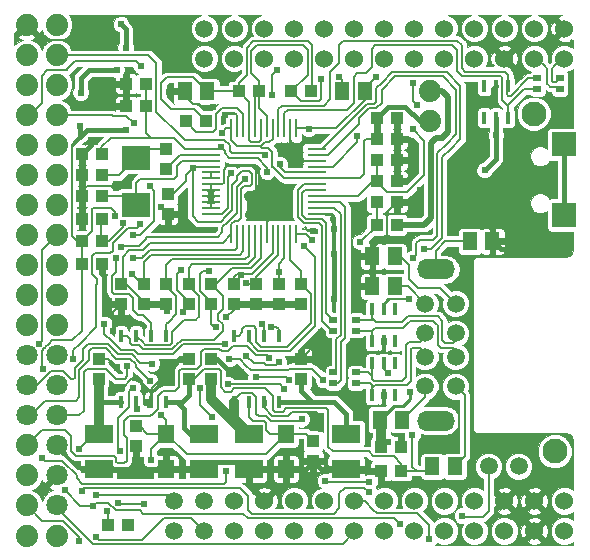
<source format=gbl>
G04 (created by PCBNEW (2013-03-19 BZR 4004)-stable) date 2014/11/27 13:38:41*
%MOIN*%
G04 Gerber Fmt 3.4, Leading zero omitted, Abs format*
%FSLAX34Y34*%
G01*
G70*
G90*
G04 APERTURE LIST*
%ADD10C,0*%
%ADD11R,0.0649606X0.00984252*%
%ADD12R,0.00984252X0.0649606*%
%ADD13R,0.0511X0.059*%
%ADD14C,0.06*%
%ADD15C,0.0593*%
%ADD16R,0.0393X0.0433*%
%ADD17R,0.0433X0.0393*%
%ADD18R,0.0944882X0.0787402*%
%ADD19C,0.0826772*%
%ADD20R,0.015748X0.0393701*%
%ADD21R,0.0255906X0.019685*%
%ADD22R,0.0944X0.0629*%
%ADD23R,0.0551X0.0629*%
%ADD24C,0.0590551*%
%ADD25C,0.074*%
%ADD26O,0.125984X0.0669291*%
%ADD27R,0.081X0.081*%
%ADD28C,0.0708661*%
%ADD29C,0.024*%
%ADD30C,0.006*%
%ADD31C,0.02*%
%ADD32C,0.016*%
%ADD33C,0.008*%
%ADD34C,0.012*%
%ADD35C,0.032*%
%ADD36C,0.024*%
%ADD37C,0.01*%
%ADD38C,0.001*%
G04 APERTURE END LIST*
G54D10*
G54D11*
X69228Y-26332D03*
X69228Y-26135D03*
X69228Y-25938D03*
X69228Y-25742D03*
X69228Y-25545D03*
X69228Y-25348D03*
X69228Y-25151D03*
X69228Y-24954D03*
X69228Y-24757D03*
X69228Y-24561D03*
X69228Y-24364D03*
X69228Y-24167D03*
G54D12*
X69917Y-23478D03*
X70114Y-23478D03*
X70311Y-23478D03*
X70507Y-23478D03*
X70704Y-23478D03*
X70901Y-23478D03*
X71098Y-23478D03*
X71295Y-23478D03*
X71492Y-23478D03*
X71688Y-23478D03*
X71885Y-23478D03*
X72082Y-23478D03*
G54D11*
X72771Y-24167D03*
X72771Y-24364D03*
X72771Y-24561D03*
X72771Y-24757D03*
X72771Y-24954D03*
X72771Y-25151D03*
X72771Y-25348D03*
X72771Y-25545D03*
X72771Y-25742D03*
X72771Y-25938D03*
X72771Y-26135D03*
X72771Y-26332D03*
G54D12*
X72082Y-27021D03*
X71885Y-27021D03*
X71688Y-27021D03*
X71492Y-27021D03*
X71295Y-27021D03*
X71098Y-27021D03*
X70901Y-27021D03*
X70704Y-27021D03*
X70507Y-27021D03*
X70311Y-27021D03*
X70114Y-27021D03*
X69917Y-27021D03*
G54D13*
X68376Y-22250D03*
X69124Y-22250D03*
X74876Y-33200D03*
X75624Y-33200D03*
X74626Y-28750D03*
X75374Y-28750D03*
X76626Y-34750D03*
X77374Y-34750D03*
X74374Y-22250D03*
X73626Y-22250D03*
X74626Y-27750D03*
X75374Y-27750D03*
X77876Y-27250D03*
X78624Y-27250D03*
G54D14*
X81023Y-35905D03*
X81023Y-36905D03*
X80023Y-35905D03*
X80023Y-36905D03*
X79023Y-35905D03*
X79023Y-36905D03*
X78023Y-35905D03*
X78023Y-36905D03*
X77023Y-35905D03*
X77023Y-36905D03*
X76023Y-35905D03*
X76023Y-36905D03*
X75023Y-35905D03*
X75023Y-36905D03*
X74023Y-35905D03*
X74023Y-36905D03*
X73023Y-35905D03*
X73023Y-36905D03*
X72023Y-35905D03*
X72023Y-36905D03*
X71023Y-35905D03*
X71023Y-36905D03*
X70023Y-35905D03*
X70023Y-36905D03*
G54D15*
X69023Y-35905D03*
X69023Y-36905D03*
G54D14*
X81023Y-20157D03*
X81023Y-21157D03*
X80023Y-20157D03*
X80023Y-21157D03*
X79023Y-20157D03*
X79023Y-21157D03*
X78023Y-20157D03*
X78023Y-21157D03*
X77023Y-20157D03*
X77023Y-21157D03*
X76023Y-20157D03*
X76023Y-21157D03*
X75023Y-20157D03*
X75023Y-21157D03*
X74023Y-20157D03*
X74023Y-21157D03*
X73023Y-20157D03*
X73023Y-21157D03*
X72023Y-20157D03*
X72023Y-21157D03*
X71023Y-20157D03*
X71023Y-21157D03*
X70023Y-20157D03*
X70023Y-21157D03*
G54D15*
X69023Y-20157D03*
X69023Y-21157D03*
G54D16*
X64936Y-26500D03*
X65604Y-26500D03*
X69084Y-23250D03*
X68416Y-23250D03*
X74766Y-26700D03*
X75434Y-26700D03*
X64936Y-27250D03*
X65604Y-27250D03*
G54D17*
X71500Y-28666D03*
X71500Y-29334D03*
X72250Y-28666D03*
X72250Y-29334D03*
X70750Y-28666D03*
X70750Y-29334D03*
X68500Y-28666D03*
X68500Y-29334D03*
X67000Y-28666D03*
X67000Y-29334D03*
X69250Y-28666D03*
X69250Y-29334D03*
X70000Y-28666D03*
X70000Y-29334D03*
X67750Y-24834D03*
X67750Y-24166D03*
X67750Y-28666D03*
X67750Y-29334D03*
G54D18*
X66750Y-24462D03*
X66750Y-26037D03*
G54D16*
X66750Y-33416D03*
X66750Y-34084D03*
X72650Y-33916D03*
X72650Y-34584D03*
G54D17*
X75434Y-25950D03*
X74766Y-25950D03*
X74766Y-25250D03*
X75434Y-25250D03*
X74766Y-24550D03*
X75434Y-24550D03*
X67084Y-22750D03*
X66416Y-22750D03*
X65604Y-25050D03*
X64936Y-25050D03*
X65604Y-25750D03*
X64936Y-25750D03*
X67084Y-22000D03*
X66416Y-22000D03*
X70834Y-22250D03*
X70166Y-22250D03*
X71916Y-22250D03*
X72584Y-22250D03*
X64936Y-24350D03*
X65604Y-24350D03*
G54D16*
X66250Y-28666D03*
X66250Y-29334D03*
G54D17*
X74766Y-23850D03*
X75434Y-23850D03*
X74766Y-23150D03*
X75434Y-23150D03*
G54D16*
X67808Y-25668D03*
X67808Y-26336D03*
G54D17*
X64936Y-28000D03*
X65604Y-28000D03*
X75584Y-34900D03*
X74916Y-34900D03*
X74916Y-34100D03*
X75584Y-34100D03*
G54D19*
X80708Y-34251D03*
X80000Y-23000D03*
G54D20*
X66250Y-30400D03*
X66750Y-30400D03*
X67250Y-30400D03*
X67750Y-30400D03*
X66250Y-32600D03*
X66750Y-32600D03*
X67250Y-32600D03*
X67750Y-32600D03*
X70000Y-30418D03*
X70500Y-30418D03*
X71000Y-30418D03*
X71500Y-30418D03*
X70000Y-32618D03*
X70500Y-32618D03*
X71000Y-32618D03*
X71500Y-32618D03*
X75000Y-32383D03*
X74606Y-32383D03*
X74606Y-31320D03*
X75000Y-31320D03*
X75393Y-31320D03*
X75393Y-32383D03*
X78750Y-22066D03*
X79143Y-22066D03*
X79143Y-23129D03*
X78750Y-23129D03*
X78356Y-23129D03*
X78356Y-22066D03*
X75000Y-30583D03*
X74606Y-30583D03*
X74606Y-29520D03*
X75000Y-29520D03*
X75393Y-29520D03*
X75393Y-30583D03*
G54D21*
X80874Y-22177D03*
X80874Y-21822D03*
X80125Y-21822D03*
X80125Y-22177D03*
X73325Y-31622D03*
X73325Y-31977D03*
X74074Y-31977D03*
X74074Y-31622D03*
X73325Y-29872D03*
X73325Y-30227D03*
X74074Y-30227D03*
X74074Y-29872D03*
G54D22*
X69000Y-33660D03*
X69000Y-34840D03*
X65500Y-33660D03*
X65500Y-34840D03*
X73750Y-33660D03*
X73750Y-34840D03*
X70500Y-33660D03*
X70500Y-34840D03*
G54D23*
X67750Y-33660D03*
X67750Y-34840D03*
X71750Y-33660D03*
X71750Y-34840D03*
G54D16*
X68500Y-31834D03*
X68500Y-31166D03*
X65500Y-31834D03*
X65500Y-31166D03*
X72250Y-31834D03*
X72250Y-31166D03*
X69250Y-31834D03*
X69250Y-31166D03*
G54D24*
X68000Y-36900D03*
X68000Y-35900D03*
G54D25*
X76550Y-22250D03*
X76550Y-23250D03*
G54D24*
X79500Y-34750D03*
X78500Y-34750D03*
X77401Y-31102D03*
X77401Y-30314D03*
X76377Y-31102D03*
X76377Y-30314D03*
X76377Y-32086D03*
X77401Y-32086D03*
X76377Y-29330D03*
X77401Y-29330D03*
G54D26*
X76732Y-33228D03*
X76732Y-28188D03*
G54D27*
X81000Y-26381D03*
X81000Y-24018D03*
G54D28*
X64100Y-33050D03*
X63100Y-33050D03*
G54D25*
X63100Y-22050D03*
X64100Y-22050D03*
X63100Y-23050D03*
X64100Y-23050D03*
X63100Y-24050D03*
X64100Y-24050D03*
X63100Y-25050D03*
X64100Y-25050D03*
X63100Y-26050D03*
X64100Y-26050D03*
X63100Y-27050D03*
X64100Y-27050D03*
X63100Y-28050D03*
X64100Y-28050D03*
X63100Y-29050D03*
X64100Y-29050D03*
X63100Y-30050D03*
X64100Y-30050D03*
G54D28*
X63100Y-31050D03*
X64100Y-31050D03*
X63100Y-32050D03*
X64100Y-32050D03*
G54D25*
X63100Y-34050D03*
G54D28*
X64100Y-34050D03*
X64100Y-35050D03*
G54D25*
X63100Y-35050D03*
X63100Y-36050D03*
G54D28*
X64100Y-36050D03*
G54D25*
X64100Y-21050D03*
X63100Y-21050D03*
X64098Y-20030D03*
X63098Y-20030D03*
X64106Y-37058D03*
X63106Y-37058D03*
G54D16*
X66478Y-36702D03*
X65810Y-36702D03*
G54D29*
X70370Y-25165D03*
X66234Y-27432D03*
X65768Y-36254D03*
X63642Y-31508D03*
X67251Y-34539D03*
X66414Y-23544D03*
X64890Y-23421D03*
X64902Y-22296D03*
X66249Y-20021D03*
X66398Y-20796D03*
X66098Y-21524D03*
X66790Y-32848D03*
X66036Y-26398D03*
X78752Y-23720D03*
X78362Y-24878D03*
X67588Y-33052D03*
X74526Y-35271D03*
X73053Y-35235D03*
X69276Y-33111D03*
X68878Y-32148D03*
X66900Y-21396D03*
X66666Y-23322D03*
X67194Y-25420D03*
X66644Y-27050D03*
X63501Y-30662D03*
X63598Y-34456D03*
X69759Y-34907D03*
X70418Y-31056D03*
X65692Y-30004D03*
X71508Y-31281D03*
X69710Y-30674D03*
X66200Y-34248D03*
X65404Y-35720D03*
X66628Y-32132D03*
X69860Y-31168D03*
X72982Y-31864D03*
X67270Y-31330D03*
X71847Y-31872D03*
X70732Y-31778D03*
X66455Y-31410D03*
X71190Y-31133D03*
X67209Y-31899D03*
X71688Y-32172D03*
X69800Y-32014D03*
X72267Y-33183D03*
X64858Y-37230D03*
X76522Y-37172D03*
X66154Y-35965D03*
X66999Y-36000D03*
X65415Y-37106D03*
X66490Y-36696D03*
X64650Y-31169D03*
X64365Y-35544D03*
X77614Y-36396D03*
X75538Y-36666D03*
X65308Y-36064D03*
X66888Y-26688D03*
X75980Y-27810D03*
X76340Y-27490D03*
X69190Y-28248D03*
X68244Y-28214D03*
X68628Y-24802D03*
X69608Y-23625D03*
X69408Y-30108D03*
X69753Y-29787D03*
X67766Y-29568D03*
X68322Y-29608D03*
X75850Y-29180D03*
X75960Y-33720D03*
X64847Y-34163D03*
X64938Y-35560D03*
X74508Y-35622D03*
X75153Y-33939D03*
X75140Y-31640D03*
X75880Y-32260D03*
X72918Y-33495D03*
X78646Y-22503D03*
X67572Y-26106D03*
X66586Y-25108D03*
X65962Y-30234D03*
X72927Y-30273D03*
X74020Y-32692D03*
X65586Y-22593D03*
X65235Y-23874D03*
X67005Y-20799D03*
X72639Y-26894D03*
X73329Y-26829D03*
X66110Y-32124D03*
X69296Y-22767D03*
X76194Y-25542D03*
X76055Y-24912D03*
X72038Y-24706D03*
X77238Y-25438D03*
X67900Y-26866D03*
X67836Y-22257D03*
X66417Y-22422D03*
X66110Y-31474D03*
X67208Y-32718D03*
X75588Y-33999D03*
X74812Y-34882D03*
X69250Y-31166D03*
X68607Y-31211D03*
X70250Y-31600D03*
X75425Y-25970D03*
X73335Y-27665D03*
X73335Y-29170D03*
X79135Y-27520D03*
X74585Y-27640D03*
X69695Y-23050D03*
X70955Y-26405D03*
X70550Y-26380D03*
X70520Y-25755D03*
X70970Y-25745D03*
X70750Y-26050D03*
X76750Y-33900D03*
X72920Y-21840D03*
X73520Y-21760D03*
X69903Y-24965D03*
X69569Y-24105D03*
X76122Y-22714D03*
X75970Y-23522D03*
X75972Y-21988D03*
X74741Y-21780D03*
X72504Y-23503D03*
X71116Y-24930D03*
X66306Y-26652D03*
X66628Y-27804D03*
X72612Y-27218D03*
X74220Y-27270D03*
X70930Y-30004D03*
X70255Y-28380D03*
X66064Y-27820D03*
X66621Y-28328D03*
X72355Y-27410D03*
X71500Y-28260D03*
X71250Y-30100D03*
X70425Y-28655D03*
X71538Y-24682D03*
X71051Y-24372D03*
X74122Y-23752D03*
X71442Y-21538D03*
X71284Y-22378D03*
G54D30*
X69931Y-26471D02*
X70100Y-26302D01*
X70110Y-25425D02*
X70370Y-25165D01*
X70100Y-25425D02*
X70110Y-25425D01*
X70100Y-26302D02*
X70100Y-25425D01*
X67028Y-27208D02*
X67125Y-27111D01*
X69810Y-26592D02*
X69627Y-26775D01*
X69627Y-26775D02*
X69627Y-26951D01*
X69810Y-26592D02*
X69931Y-26471D01*
X66234Y-27432D02*
X66276Y-27390D01*
X66276Y-27390D02*
X66846Y-27390D01*
X66846Y-27390D02*
X67028Y-27208D01*
X69467Y-27111D02*
X69627Y-26951D01*
X67125Y-27111D02*
X69467Y-27111D01*
G54D31*
X75434Y-26700D02*
X76354Y-26700D01*
X76572Y-23988D02*
X76760Y-23799D01*
X76572Y-26482D02*
X76572Y-23988D01*
X76354Y-26700D02*
X76572Y-26482D01*
X77150Y-23050D02*
X77150Y-22450D01*
X76950Y-23799D02*
X77150Y-23600D01*
X77150Y-23600D02*
X77150Y-23050D01*
X76760Y-23799D02*
X76900Y-23799D01*
G54D32*
X76900Y-23799D02*
X76950Y-23799D01*
G54D31*
X76950Y-22250D02*
X76550Y-22250D01*
X77150Y-22450D02*
X76950Y-22250D01*
G54D30*
X65810Y-36702D02*
X65810Y-36296D01*
X65810Y-36296D02*
X65768Y-36254D01*
X63828Y-30657D02*
X63843Y-30657D01*
X64936Y-30238D02*
X64624Y-30550D01*
X64624Y-30550D02*
X63950Y-30550D01*
X64936Y-30078D02*
X64936Y-30238D01*
X63688Y-30816D02*
X63703Y-30801D01*
X63608Y-30896D02*
X63688Y-30816D01*
X63608Y-31474D02*
X63608Y-30950D01*
X63642Y-31508D02*
X63608Y-31474D01*
X63608Y-30950D02*
X63608Y-30896D01*
X63703Y-30801D02*
X63703Y-30782D01*
X63828Y-30657D02*
X63703Y-30782D01*
X63843Y-30657D02*
X63950Y-30550D01*
G54D33*
X71062Y-34348D02*
X68438Y-34348D01*
X71750Y-33660D02*
X71062Y-34348D01*
X68438Y-34348D02*
X67750Y-33660D01*
X67251Y-34539D02*
X67251Y-34159D01*
X67251Y-34159D02*
X67750Y-33660D01*
X67254Y-34536D02*
X67254Y-34304D01*
X67251Y-34539D02*
X67254Y-34536D01*
G54D34*
X64628Y-24026D02*
X64890Y-23764D01*
G54D32*
X66414Y-23544D02*
X65110Y-23544D01*
X65041Y-23613D02*
X64890Y-23764D01*
X65110Y-23544D02*
X65041Y-23613D01*
X65756Y-21524D02*
X66098Y-21524D01*
X64902Y-22296D02*
X64902Y-21809D01*
X64902Y-21809D02*
X65187Y-21524D01*
X65187Y-21524D02*
X65756Y-21524D01*
X64890Y-23764D02*
X64890Y-23421D01*
X66398Y-20170D02*
X66249Y-20021D01*
X66398Y-20796D02*
X66398Y-20170D01*
G54D30*
X70500Y-32618D02*
X70500Y-33090D01*
X71214Y-33660D02*
X71750Y-33660D01*
X71090Y-33536D02*
X71214Y-33660D01*
X71090Y-33293D02*
X71090Y-33536D01*
X71021Y-33224D02*
X71090Y-33293D01*
X70634Y-33224D02*
X71021Y-33224D01*
X70500Y-33090D02*
X70634Y-33224D01*
G54D33*
X66750Y-32600D02*
X66750Y-32808D01*
G54D32*
X66750Y-32808D02*
X66790Y-32848D01*
G54D30*
X65264Y-26922D02*
X64936Y-27250D01*
X66036Y-26398D02*
X66036Y-26256D01*
X66036Y-26256D02*
X65904Y-26124D01*
X65904Y-26124D02*
X65326Y-26124D01*
X65326Y-26124D02*
X65264Y-26186D01*
X65264Y-26186D02*
X65264Y-26922D01*
G54D32*
X78752Y-23720D02*
X78750Y-23720D01*
X78750Y-23129D02*
X78750Y-23720D01*
X78750Y-23720D02*
X78750Y-24490D01*
X78750Y-24490D02*
X78362Y-24878D01*
G54D33*
X67750Y-33660D02*
X67750Y-33214D01*
X67750Y-33214D02*
X67588Y-33052D01*
G54D30*
X67588Y-33052D02*
X67750Y-33214D01*
G54D33*
X64786Y-27250D02*
X64594Y-27058D01*
X64936Y-27250D02*
X64786Y-27250D01*
X64594Y-24060D02*
X64628Y-24026D01*
X64594Y-27058D02*
X64594Y-24060D01*
X64936Y-30082D02*
X64936Y-30078D01*
X64936Y-30078D02*
X64936Y-28000D01*
X64936Y-28000D02*
X64936Y-27250D01*
X66750Y-33416D02*
X66866Y-33416D01*
X66866Y-33416D02*
X67110Y-33660D01*
X67110Y-33660D02*
X67750Y-33660D01*
G54D35*
X67750Y-33808D02*
X67750Y-33660D01*
G54D33*
X71750Y-33660D02*
X72394Y-33660D01*
X72394Y-33660D02*
X72650Y-33916D01*
G54D30*
X74130Y-35286D02*
X74511Y-35286D01*
X74511Y-35286D02*
X74526Y-35271D01*
X73104Y-35286D02*
X74130Y-35286D01*
X73053Y-35235D02*
X73104Y-35286D01*
X74130Y-35286D02*
X74134Y-35286D01*
X68878Y-32713D02*
X68878Y-32148D01*
X69276Y-33111D02*
X68878Y-32713D01*
X64263Y-21552D02*
X64401Y-21552D01*
X64709Y-21244D02*
X65134Y-21244D01*
X64401Y-21552D02*
X64709Y-21244D01*
X65134Y-21244D02*
X66748Y-21244D01*
X66748Y-21244D02*
X66900Y-21396D01*
X63100Y-23050D02*
X63198Y-23050D01*
X63786Y-21552D02*
X64263Y-21552D01*
X64263Y-21552D02*
X64418Y-21552D01*
X64418Y-21552D02*
X64444Y-21552D01*
X63612Y-21726D02*
X63786Y-21552D01*
X63612Y-22636D02*
X63612Y-21726D01*
X63198Y-23050D02*
X63612Y-22636D01*
X67088Y-26826D02*
X67338Y-26576D01*
X67338Y-25564D02*
X67194Y-25420D01*
X67338Y-26576D02*
X67338Y-25564D01*
X66644Y-27050D02*
X66864Y-27050D01*
X66864Y-27050D02*
X67088Y-26826D01*
X65946Y-23050D02*
X65978Y-23082D01*
X66426Y-23082D02*
X66666Y-23322D01*
X65978Y-23082D02*
X66426Y-23082D01*
X64100Y-23050D02*
X65946Y-23050D01*
X63598Y-30231D02*
X63598Y-30565D01*
X63598Y-30565D02*
X63501Y-30662D01*
X64770Y-35034D02*
X64770Y-35154D01*
X63828Y-34556D02*
X64292Y-34556D01*
X69690Y-35328D02*
X65651Y-35328D01*
X69760Y-35258D02*
X69690Y-35328D01*
X69760Y-35037D02*
X69760Y-35258D01*
X64944Y-35328D02*
X64770Y-35154D01*
X63828Y-34556D02*
X63698Y-34556D01*
X63698Y-34556D02*
X63598Y-34456D01*
X65651Y-35328D02*
X64944Y-35328D01*
X64292Y-34556D02*
X64770Y-35034D01*
X63598Y-30246D02*
X63598Y-30231D01*
X63598Y-30231D02*
X63598Y-29432D01*
X69760Y-35037D02*
X69760Y-34908D01*
X69760Y-34908D02*
X69759Y-34907D01*
X69760Y-34998D02*
X69760Y-35037D01*
X63598Y-27552D02*
X64100Y-27050D01*
X63598Y-29432D02*
X63598Y-27552D01*
X70418Y-31056D02*
X70672Y-31310D01*
X65940Y-30576D02*
X65692Y-30328D01*
X65692Y-30328D02*
X65692Y-30004D01*
X70672Y-31310D02*
X71009Y-31310D01*
X71009Y-31310D02*
X71069Y-31370D01*
X71069Y-31370D02*
X71419Y-31370D01*
X71419Y-31370D02*
X71508Y-31281D01*
X69710Y-30674D02*
X68318Y-30674D01*
X68318Y-30674D02*
X67990Y-31002D01*
X67556Y-31002D02*
X67990Y-31002D01*
X66728Y-30924D02*
X66806Y-31002D01*
X66806Y-31002D02*
X67556Y-31002D01*
X66152Y-30788D02*
X66228Y-30864D01*
X65940Y-30576D02*
X66152Y-30788D01*
X66668Y-30864D02*
X66728Y-30924D01*
X66228Y-30864D02*
X66668Y-30864D01*
X66148Y-33681D02*
X66148Y-34196D01*
X66148Y-34196D02*
X66200Y-34248D01*
X65558Y-35720D02*
X65404Y-35720D01*
X66148Y-33398D02*
X66148Y-33138D01*
X66148Y-33138D02*
X66510Y-32776D01*
X66510Y-32776D02*
X66510Y-32250D01*
X66510Y-32250D02*
X66628Y-32132D01*
X66148Y-33681D02*
X66148Y-33398D01*
X68000Y-35900D02*
X67820Y-35720D01*
X65358Y-35720D02*
X65558Y-35720D01*
X65558Y-35720D02*
X67820Y-35720D01*
X63100Y-32050D02*
X63432Y-32050D01*
X64294Y-31580D02*
X64568Y-31854D01*
X63902Y-31580D02*
X64294Y-31580D01*
X63432Y-32050D02*
X63902Y-31580D01*
X64986Y-31200D02*
X64986Y-31162D01*
X65154Y-30664D02*
X65816Y-30664D01*
X65816Y-30664D02*
X66158Y-31006D01*
X66158Y-31006D02*
X66594Y-31006D01*
X66594Y-31006D02*
X66882Y-31294D01*
X66882Y-31294D02*
X66928Y-31294D01*
X64986Y-31162D02*
X64986Y-30832D01*
X64986Y-30832D02*
X65154Y-30664D01*
X71799Y-31545D02*
X71844Y-31500D01*
X70575Y-31545D02*
X71799Y-31545D01*
X70198Y-31168D02*
X70422Y-31392D01*
X69860Y-31168D02*
X70198Y-31168D01*
X71844Y-31500D02*
X72618Y-31500D01*
X72618Y-31500D02*
X72982Y-31864D01*
X70422Y-31392D02*
X70575Y-31545D01*
X67234Y-31294D02*
X67270Y-31330D01*
X66928Y-31294D02*
X67234Y-31294D01*
X64568Y-31854D02*
X64660Y-31854D01*
X64660Y-31854D02*
X64704Y-31810D01*
X64704Y-31810D02*
X64704Y-31481D01*
X64704Y-31481D02*
X64986Y-31200D01*
X65594Y-31495D02*
X65745Y-31495D01*
X66455Y-31747D02*
X66455Y-31410D01*
X66378Y-31824D02*
X66455Y-31747D01*
X66074Y-31824D02*
X66378Y-31824D01*
X65745Y-31495D02*
X66074Y-31824D01*
X70732Y-31778D02*
X71753Y-31778D01*
X71753Y-31778D02*
X71847Y-31872D01*
X65110Y-31495D02*
X65594Y-31495D01*
X65000Y-31605D02*
X65110Y-31495D01*
X65000Y-32210D02*
X65000Y-31605D01*
X64998Y-32212D02*
X65000Y-32210D01*
X64848Y-33050D02*
X64998Y-32900D01*
X64998Y-32900D02*
X64998Y-32212D01*
X64100Y-33050D02*
X64848Y-33050D01*
X66186Y-34649D02*
X66346Y-34649D01*
X66346Y-34649D02*
X66432Y-34564D01*
X65478Y-34395D02*
X66011Y-34395D01*
X66432Y-33800D02*
X66344Y-33712D01*
X66432Y-34564D02*
X66432Y-33800D01*
X66142Y-34649D02*
X66186Y-34649D01*
X66092Y-34599D02*
X66142Y-34649D01*
X66092Y-34476D02*
X66092Y-34599D01*
X66011Y-34395D02*
X66092Y-34476D01*
X64080Y-33536D02*
X64361Y-33536D01*
X64734Y-34395D02*
X65478Y-34395D01*
X64569Y-34230D02*
X64734Y-34395D01*
X64569Y-33744D02*
X64569Y-34230D01*
X64361Y-33536D02*
X64569Y-33744D01*
X70352Y-30752D02*
X70454Y-30752D01*
X68908Y-31008D02*
X68908Y-30926D01*
X69522Y-30834D02*
X69606Y-30918D01*
X69000Y-30834D02*
X69522Y-30834D01*
X68908Y-30926D02*
X69000Y-30834D01*
X66344Y-33378D02*
X66344Y-33230D01*
X67212Y-33080D02*
X67294Y-32998D01*
X66494Y-33080D02*
X67212Y-33080D01*
X66344Y-33230D02*
X66494Y-33080D01*
X67466Y-32826D02*
X67466Y-32766D01*
X67294Y-32998D02*
X67466Y-32826D01*
X67636Y-32240D02*
X67466Y-32410D01*
X67466Y-32410D02*
X67466Y-32766D01*
X68052Y-32240D02*
X67636Y-32240D01*
X68370Y-31500D02*
X68764Y-31500D01*
X68764Y-31500D02*
X68908Y-31356D01*
X68908Y-31356D02*
X68908Y-31008D01*
X66344Y-33712D02*
X66344Y-33378D01*
X71010Y-31040D02*
X71070Y-31040D01*
X71097Y-31040D02*
X71190Y-31133D01*
X71070Y-31040D02*
X71097Y-31040D01*
X68189Y-31567D02*
X68189Y-32103D01*
X68189Y-32103D02*
X68052Y-32240D01*
X68256Y-31500D02*
X68189Y-31567D01*
X68370Y-31500D02*
X68256Y-31500D01*
X69810Y-30918D02*
X69976Y-30752D01*
X69976Y-30752D02*
X70352Y-30752D01*
X69606Y-30918D02*
X69810Y-30918D01*
X70454Y-30752D02*
X70742Y-31040D01*
X70742Y-31040D02*
X71010Y-31040D01*
X63614Y-33536D02*
X64080Y-33536D01*
X63100Y-34050D02*
X63614Y-33536D01*
X66736Y-31352D02*
X66736Y-31426D01*
X66736Y-31426D02*
X67209Y-31899D01*
X69800Y-32014D02*
X69802Y-32012D01*
X71528Y-32012D02*
X71688Y-32172D01*
X69802Y-32012D02*
X71528Y-32012D01*
X64845Y-31626D02*
X64845Y-31539D01*
X65166Y-30918D02*
X65264Y-30820D01*
X65166Y-31218D02*
X65166Y-30918D01*
X64845Y-31539D02*
X65166Y-31218D01*
X64186Y-32565D02*
X64729Y-32565D01*
X64845Y-32449D02*
X64845Y-32085D01*
X64729Y-32565D02*
X64845Y-32449D01*
X66540Y-31156D02*
X66736Y-31352D01*
X66092Y-31156D02*
X66540Y-31156D01*
X65756Y-30820D02*
X66092Y-31156D01*
X65264Y-30820D02*
X65756Y-30820D01*
X64120Y-32565D02*
X64186Y-32565D01*
X63235Y-33050D02*
X63720Y-32565D01*
X63720Y-32565D02*
X64120Y-32565D01*
X63100Y-33050D02*
X63235Y-33050D01*
X64845Y-32085D02*
X64845Y-31626D01*
X70749Y-32711D02*
X70749Y-32993D01*
X72220Y-33230D02*
X72267Y-33183D01*
X71234Y-33230D02*
X72220Y-33230D01*
X71084Y-33080D02*
X71234Y-33230D01*
X70835Y-33080D02*
X71084Y-33080D01*
X70749Y-32993D02*
X70835Y-33080D01*
X70000Y-32618D02*
X70000Y-32536D01*
X70749Y-32424D02*
X70749Y-32711D01*
X70627Y-32302D02*
X70749Y-32424D01*
X70234Y-32302D02*
X70627Y-32302D01*
X70000Y-32536D02*
X70234Y-32302D01*
G54D35*
X69250Y-31834D02*
X69250Y-32500D01*
X70410Y-33660D02*
X70500Y-33660D01*
X69250Y-32500D02*
X70410Y-33660D01*
X70000Y-32600D02*
X70000Y-33160D01*
X70000Y-33160D02*
X70500Y-33660D01*
X69250Y-31834D02*
X69250Y-32290D01*
G54D30*
X63100Y-36050D02*
X63610Y-36560D01*
X63610Y-36560D02*
X64308Y-36560D01*
X64858Y-37110D02*
X64858Y-37230D01*
X64308Y-36560D02*
X64858Y-37110D01*
X74649Y-36193D02*
X74776Y-36320D01*
X76154Y-36336D02*
X76522Y-36704D01*
X76522Y-36704D02*
X76522Y-37172D01*
X74361Y-35905D02*
X74023Y-35905D01*
X74649Y-36193D02*
X74361Y-35905D01*
X74776Y-36320D02*
X76138Y-36320D01*
X76138Y-36320D02*
X76154Y-36336D01*
X65308Y-37340D02*
X65562Y-37340D01*
X65562Y-37340D02*
X73630Y-37340D01*
X74023Y-36946D02*
X74023Y-36905D01*
X74023Y-36946D02*
X73630Y-37340D01*
X64100Y-36050D02*
X64100Y-36132D01*
X64100Y-36132D02*
X65308Y-37340D01*
X66189Y-36000D02*
X66154Y-35965D01*
X66154Y-35965D02*
X66147Y-35958D01*
X66999Y-36000D02*
X66189Y-36000D01*
X66952Y-37193D02*
X67671Y-36474D01*
X65502Y-37193D02*
X66952Y-37193D01*
X65415Y-37106D02*
X65502Y-37193D01*
X68592Y-36474D02*
X69023Y-36905D01*
X67671Y-36474D02*
X68592Y-36474D01*
X66484Y-36702D02*
X66478Y-36702D01*
X66490Y-36696D02*
X66484Y-36702D01*
X66236Y-36219D02*
X66073Y-36219D01*
X65402Y-35970D02*
X65308Y-36064D01*
X65824Y-35970D02*
X65402Y-35970D01*
X66073Y-36219D02*
X65824Y-35970D01*
X66864Y-36219D02*
X66969Y-36324D01*
X66236Y-36219D02*
X66864Y-36219D01*
X64861Y-30677D02*
X64650Y-30888D01*
X64650Y-30888D02*
X64650Y-31169D01*
X70326Y-36324D02*
X70485Y-36483D01*
X66969Y-36324D02*
X70326Y-36324D01*
X64885Y-36064D02*
X65308Y-36064D01*
X64365Y-35544D02*
X64885Y-36064D01*
X75538Y-36666D02*
X75355Y-36483D01*
X75355Y-36483D02*
X70485Y-36483D01*
X78500Y-36232D02*
X78500Y-34750D01*
X78308Y-36424D02*
X78500Y-36232D01*
X77642Y-36424D02*
X78308Y-36424D01*
X77614Y-36396D02*
X77642Y-36424D01*
X65430Y-28680D02*
X65430Y-28490D01*
X65416Y-28694D02*
X65430Y-28680D01*
X65968Y-27558D02*
X65968Y-27394D01*
X65890Y-27636D02*
X65968Y-27558D01*
X65380Y-27636D02*
X65890Y-27636D01*
X65272Y-27744D02*
X65380Y-27636D01*
X65272Y-28332D02*
X65272Y-27744D01*
X65430Y-28490D02*
X65272Y-28332D01*
X64861Y-30677D02*
X65416Y-30122D01*
X65416Y-30122D02*
X65416Y-28694D01*
X65968Y-27318D02*
X66474Y-26812D01*
X65968Y-27394D02*
X65968Y-27318D01*
X66888Y-26688D02*
X66764Y-26812D01*
X66764Y-26812D02*
X66474Y-26812D01*
X80500Y-22050D02*
X80550Y-22100D01*
X80450Y-21500D02*
X80450Y-21650D01*
X80450Y-21650D02*
X80450Y-22000D01*
X80450Y-22000D02*
X80500Y-22050D01*
X80023Y-21157D02*
X80107Y-21157D01*
X80107Y-21157D02*
X80400Y-21450D01*
X80400Y-21450D02*
X80450Y-21500D01*
X80796Y-22100D02*
X80874Y-22177D01*
X80550Y-22100D02*
X80796Y-22100D01*
X80650Y-21950D02*
X80750Y-21950D01*
X80600Y-21900D02*
X80650Y-21950D01*
X80650Y-21450D02*
X80600Y-21500D01*
X80942Y-21157D02*
X80650Y-21450D01*
X81023Y-21157D02*
X80942Y-21157D01*
X80600Y-21500D02*
X80600Y-21750D01*
X80600Y-21750D02*
X80600Y-21900D01*
X80874Y-21825D02*
X80874Y-21822D01*
X80750Y-21950D02*
X80874Y-21825D01*
X76204Y-27205D02*
X76648Y-27205D01*
X76791Y-24299D02*
X77100Y-23990D01*
X76791Y-27063D02*
X76791Y-24299D01*
X76648Y-27205D02*
X76791Y-27063D01*
X74930Y-22390D02*
X74930Y-22190D01*
X73145Y-24364D02*
X74170Y-23340D01*
X74170Y-23340D02*
X74170Y-23150D01*
X74170Y-23150D02*
X74500Y-22820D01*
X74500Y-22820D02*
X74760Y-22820D01*
X74760Y-22820D02*
X74930Y-22650D01*
X74930Y-22650D02*
X74930Y-22390D01*
X72771Y-24364D02*
X73145Y-24364D01*
X77410Y-23680D02*
X77100Y-23990D01*
X77410Y-22190D02*
X77410Y-23680D01*
X76970Y-21750D02*
X77410Y-22190D01*
X75369Y-21750D02*
X76970Y-21750D01*
X74930Y-22190D02*
X75369Y-21750D01*
X76090Y-27320D02*
X76204Y-27205D01*
X76090Y-27700D02*
X76090Y-27320D01*
X75980Y-27810D02*
X76090Y-27700D01*
X76340Y-27490D02*
X76579Y-27490D01*
X76937Y-24453D02*
X77230Y-24160D01*
X76937Y-27132D02*
X76937Y-24453D01*
X76579Y-27490D02*
X76937Y-27132D01*
X72942Y-24167D02*
X74440Y-22670D01*
X77230Y-24160D02*
X77560Y-23830D01*
X77560Y-23830D02*
X77560Y-22070D01*
X77560Y-22070D02*
X77100Y-21610D01*
X77100Y-21610D02*
X75290Y-21610D01*
X75290Y-21610D02*
X74930Y-21970D01*
X72771Y-24167D02*
X72942Y-24167D01*
X74760Y-22140D02*
X74930Y-21970D01*
X74760Y-22590D02*
X74760Y-22140D01*
X74680Y-22670D02*
X74760Y-22590D01*
X74440Y-22670D02*
X74680Y-22670D01*
X67808Y-25668D02*
X67982Y-25668D01*
X68400Y-25030D02*
X68628Y-24802D01*
X68400Y-25250D02*
X68400Y-25030D01*
X67982Y-25668D02*
X68400Y-25250D01*
X68872Y-28802D02*
X68872Y-28900D01*
X69250Y-29278D02*
X69250Y-29334D01*
X68872Y-28900D02*
X69250Y-29278D01*
X68500Y-29334D02*
X68500Y-29264D01*
X68872Y-28802D02*
X68868Y-28806D01*
X68872Y-28346D02*
X68872Y-28802D01*
X68970Y-28248D02*
X68872Y-28346D01*
X69190Y-28248D02*
X68970Y-28248D01*
X68110Y-28348D02*
X68244Y-28214D01*
X68110Y-28874D02*
X68110Y-28348D01*
X68500Y-29264D02*
X68110Y-28874D01*
X69754Y-23478D02*
X69917Y-23478D01*
X69608Y-23625D02*
X69754Y-23478D01*
X70200Y-24984D02*
X70280Y-24905D01*
X70280Y-24905D02*
X70510Y-24905D01*
X69955Y-25421D02*
X69955Y-25361D01*
X70117Y-25199D02*
X70117Y-25068D01*
X69955Y-25361D02*
X70117Y-25199D01*
X69737Y-26422D02*
X69955Y-26204D01*
X70117Y-25068D02*
X70200Y-24984D01*
X69955Y-26204D02*
X69955Y-25421D01*
X69917Y-27021D02*
X69917Y-26687D01*
X70046Y-26558D02*
X70151Y-26558D01*
X69917Y-26687D02*
X70046Y-26558D01*
X70370Y-25418D02*
X70337Y-25418D01*
X70245Y-26465D02*
X70151Y-26558D01*
X70245Y-25510D02*
X70245Y-26465D01*
X70337Y-25418D02*
X70245Y-25510D01*
X70370Y-25418D02*
X70532Y-25418D01*
X70609Y-25005D02*
X70510Y-24905D01*
X70609Y-25340D02*
X70609Y-25005D01*
X70532Y-25418D02*
X70609Y-25340D01*
G54D32*
X76550Y-23250D02*
X76197Y-23250D01*
X76197Y-23250D02*
X75717Y-22770D01*
G54D30*
X70944Y-24129D02*
X70952Y-24137D01*
X71283Y-24761D02*
X71295Y-24773D01*
X71283Y-24272D02*
X71283Y-24761D01*
X71148Y-24137D02*
X71283Y-24272D01*
X70952Y-24137D02*
X71148Y-24137D01*
X70806Y-24078D02*
X70898Y-24078D01*
X71295Y-23830D02*
X71295Y-23478D01*
X71189Y-23937D02*
X71295Y-23830D01*
X71039Y-23937D02*
X71189Y-23937D01*
X70898Y-24078D02*
X71039Y-23937D01*
X70944Y-24129D02*
X70893Y-24078D01*
X69340Y-30108D02*
X69408Y-30108D01*
X69250Y-29334D02*
X69250Y-30018D01*
X69250Y-30018D02*
X69340Y-30108D01*
X69753Y-29787D02*
X70000Y-29540D01*
X70000Y-29540D02*
X70000Y-29334D01*
G54D33*
X66310Y-27939D02*
X66310Y-27772D01*
X67214Y-27303D02*
X67277Y-27303D01*
X66962Y-27555D02*
X67214Y-27303D01*
X66527Y-27555D02*
X66962Y-27555D01*
X66310Y-27772D02*
X66527Y-27555D01*
X66250Y-28666D02*
X66310Y-28606D01*
X66310Y-28606D02*
X66310Y-27939D01*
X69635Y-27303D02*
X69917Y-27021D01*
X67277Y-27303D02*
X69635Y-27303D01*
G54D30*
X68628Y-26413D02*
X68807Y-26592D01*
X68628Y-24802D02*
X68628Y-26367D01*
X68628Y-26367D02*
X68628Y-26413D01*
X69567Y-26592D02*
X69737Y-26422D01*
X68807Y-26592D02*
X69567Y-26592D01*
X69769Y-23478D02*
X69917Y-23478D01*
X71673Y-25151D02*
X72771Y-25151D01*
X71295Y-24773D02*
X71673Y-25151D01*
X70684Y-24078D02*
X70806Y-24078D01*
X69917Y-23873D02*
X70122Y-24078D01*
X70122Y-24078D02*
X70684Y-24078D01*
X69917Y-23478D02*
X69917Y-23873D01*
X70806Y-24078D02*
X70893Y-24078D01*
X68672Y-24757D02*
X69228Y-24757D01*
X68628Y-24802D02*
X68672Y-24757D01*
X67766Y-29350D02*
X67766Y-29568D01*
X67750Y-29334D02*
X67766Y-29350D01*
X68322Y-29512D02*
X68500Y-29334D01*
X68322Y-29608D02*
X68322Y-29512D01*
X67000Y-29334D02*
X67000Y-29258D01*
X66408Y-28666D02*
X66250Y-28666D01*
X67000Y-29258D02*
X66408Y-28666D01*
G54D32*
X74766Y-23150D02*
X75146Y-22770D01*
X75146Y-22770D02*
X75717Y-22770D01*
G54D36*
X66250Y-28666D02*
X66286Y-28666D01*
X66954Y-29334D02*
X67000Y-29334D01*
X71500Y-29334D02*
X72250Y-29334D01*
X70750Y-29334D02*
X71500Y-29334D01*
X70000Y-29334D02*
X70750Y-29334D01*
X67000Y-29334D02*
X67750Y-29334D01*
G54D33*
X74766Y-23850D02*
X74400Y-23850D01*
X74400Y-23850D02*
X74350Y-23900D01*
X74350Y-23900D02*
X74350Y-25000D01*
X74350Y-25000D02*
X74198Y-25151D01*
X74198Y-25151D02*
X72771Y-25151D01*
G54D36*
X74766Y-23150D02*
X74766Y-23850D01*
G54D33*
X69228Y-24757D02*
X68792Y-24757D01*
X67884Y-25666D02*
X67750Y-25666D01*
G54D30*
X76100Y-34900D02*
X76476Y-34900D01*
X76476Y-34900D02*
X76626Y-34750D01*
X72648Y-32798D02*
X73067Y-32798D01*
X73152Y-34104D02*
X73298Y-34250D01*
X73152Y-32883D02*
X73152Y-34104D01*
X73067Y-32798D02*
X73152Y-32883D01*
X71202Y-32307D02*
X71298Y-32403D01*
X71760Y-32798D02*
X72648Y-32798D01*
X71630Y-32928D02*
X71760Y-32798D01*
X71362Y-32928D02*
X71630Y-32928D01*
X71298Y-32864D02*
X71362Y-32928D01*
X71298Y-32403D02*
X71298Y-32864D01*
X74037Y-34250D02*
X74495Y-34250D01*
X73860Y-34250D02*
X74037Y-34250D01*
X73860Y-34250D02*
X73298Y-34250D01*
X74495Y-34250D02*
X74655Y-34410D01*
X74655Y-34410D02*
X75330Y-34410D01*
X75330Y-34410D02*
X75584Y-34664D01*
X75584Y-34664D02*
X75584Y-34900D01*
X69746Y-32256D02*
X69918Y-32256D01*
X69918Y-32256D02*
X70020Y-32154D01*
X71049Y-32154D02*
X71202Y-32307D01*
X70020Y-32154D02*
X71049Y-32154D01*
G54D32*
X69000Y-33660D02*
X68535Y-33660D01*
X68337Y-32837D02*
X68120Y-32620D01*
X68337Y-33462D02*
X68337Y-32837D01*
X68535Y-33660D02*
X68337Y-33462D01*
G54D30*
X68500Y-31834D02*
X68664Y-31834D01*
X68996Y-31502D02*
X69112Y-31502D01*
X68664Y-31834D02*
X68996Y-31502D01*
X69354Y-31502D02*
X69504Y-31502D01*
X69354Y-31502D02*
X69112Y-31502D01*
X69504Y-31502D02*
X69566Y-31564D01*
X69566Y-31564D02*
X69566Y-32114D01*
X69566Y-32114D02*
X69708Y-32256D01*
X69708Y-32256D02*
X69746Y-32256D01*
G54D33*
X75000Y-29520D02*
X75000Y-29340D01*
X75000Y-29340D02*
X75160Y-29180D01*
X75160Y-29180D02*
X75850Y-29180D01*
G54D30*
X75960Y-34760D02*
X76100Y-34900D01*
X75960Y-33720D02*
X75960Y-34760D01*
G54D37*
X75000Y-29340D02*
X75160Y-29180D01*
G54D30*
X75584Y-34900D02*
X76100Y-34900D01*
G54D32*
X68120Y-32620D02*
X68120Y-32600D01*
X67750Y-32600D02*
X68120Y-32600D01*
X68120Y-32600D02*
X68280Y-32600D01*
X68280Y-32600D02*
X68500Y-32380D01*
X68500Y-32380D02*
X68500Y-31834D01*
G54D30*
X65350Y-33660D02*
X65500Y-33660D01*
X64847Y-34163D02*
X65350Y-33660D01*
X65026Y-35472D02*
X65586Y-35472D01*
X64938Y-35560D02*
X65026Y-35472D01*
X68261Y-35472D02*
X70198Y-35472D01*
X70475Y-36207D02*
X70601Y-36333D01*
X70475Y-35749D02*
X70475Y-36207D01*
X70198Y-35472D02*
X70475Y-35749D01*
X73980Y-35472D02*
X73701Y-35472D01*
X74358Y-35472D02*
X74508Y-35622D01*
X75153Y-33939D02*
X74991Y-33777D01*
X74991Y-33777D02*
X74916Y-33777D01*
X73980Y-35472D02*
X74358Y-35472D01*
X73701Y-35472D02*
X73524Y-35649D01*
X73524Y-35649D02*
X73524Y-36153D01*
X73524Y-36153D02*
X73344Y-36333D01*
X73344Y-36333D02*
X70601Y-36333D01*
X68341Y-35472D02*
X68341Y-35468D01*
X68341Y-35468D02*
X68341Y-35472D01*
X68341Y-35472D02*
X68261Y-35472D01*
X68261Y-35472D02*
X65586Y-35472D01*
G54D32*
X66250Y-32600D02*
X65580Y-32600D01*
X65580Y-32600D02*
X65500Y-32680D01*
G54D35*
X65500Y-33660D02*
X65500Y-32680D01*
X65500Y-32680D02*
X65500Y-31834D01*
G54D33*
X75000Y-31320D02*
X75000Y-31500D01*
X75000Y-31500D02*
X75140Y-31640D01*
G54D37*
X74876Y-33200D02*
X75336Y-32740D01*
X75660Y-32740D02*
X75880Y-32520D01*
X75336Y-32740D02*
X75660Y-32740D01*
X75880Y-32520D02*
X75880Y-32260D01*
G54D35*
X74916Y-34100D02*
X74916Y-33777D01*
X74916Y-33777D02*
X74916Y-33240D01*
X74916Y-33240D02*
X74876Y-33200D01*
G54D32*
X72250Y-31834D02*
X72250Y-32236D01*
X72250Y-32236D02*
X72614Y-32600D01*
X73750Y-33660D02*
X73750Y-32993D01*
X73357Y-32600D02*
X72614Y-32600D01*
X72614Y-32600D02*
X71500Y-32600D01*
X73750Y-32993D02*
X73357Y-32600D01*
G54D30*
X64100Y-34050D02*
X64100Y-34146D01*
X64794Y-34840D02*
X65500Y-34840D01*
X64100Y-34146D02*
X64794Y-34840D01*
X72855Y-33057D02*
X72855Y-33432D01*
X72855Y-33432D02*
X72918Y-33495D01*
X71000Y-32618D02*
X71000Y-32786D01*
X72855Y-33057D02*
X72855Y-33519D01*
X72742Y-32944D02*
X72855Y-33057D01*
X71958Y-32944D02*
X72742Y-32944D01*
X71824Y-33078D02*
X71958Y-32944D01*
X71292Y-33078D02*
X71824Y-33078D01*
X71000Y-32786D02*
X71292Y-33078D01*
G54D32*
X78750Y-22066D02*
X78646Y-22170D01*
X78646Y-22170D02*
X78646Y-22503D01*
G54D30*
X67578Y-26106D02*
X67808Y-26336D01*
X67572Y-26106D02*
X67578Y-26106D01*
X64936Y-25750D02*
X64936Y-25566D01*
X66286Y-25408D02*
X66586Y-25108D01*
X65094Y-25408D02*
X66286Y-25408D01*
X64936Y-25566D02*
X65094Y-25408D01*
X69760Y-24775D02*
X69805Y-24731D01*
X70611Y-24731D02*
X70750Y-24870D01*
X69805Y-24731D02*
X70611Y-24731D01*
X69670Y-25060D02*
X69670Y-24866D01*
X69670Y-24866D02*
X69760Y-24775D01*
X69228Y-25348D02*
X69612Y-25348D01*
X69670Y-25060D02*
X69670Y-25060D01*
X69670Y-25290D02*
X69670Y-25060D01*
X69612Y-25348D02*
X69670Y-25290D01*
X70750Y-24870D02*
X70750Y-26050D01*
X65962Y-29622D02*
X66250Y-29334D01*
X65962Y-30234D02*
X65962Y-29622D01*
G54D33*
X72250Y-31166D02*
X72927Y-30489D01*
X72927Y-30489D02*
X72927Y-30273D01*
G54D30*
X75000Y-30583D02*
X75000Y-30872D01*
X73764Y-32436D02*
X74020Y-32692D01*
X73764Y-31019D02*
X73764Y-32436D01*
X73832Y-30951D02*
X73764Y-31019D01*
X74921Y-30951D02*
X73832Y-30951D01*
X75000Y-30872D02*
X74921Y-30951D01*
G54D33*
X75000Y-32383D02*
X75000Y-32650D01*
X74064Y-32736D02*
X74020Y-32692D01*
X74914Y-32736D02*
X74064Y-32736D01*
X75000Y-32650D02*
X74914Y-32736D01*
G54D32*
X64936Y-24350D02*
X65235Y-24051D01*
X65235Y-24051D02*
X65235Y-23874D01*
X64936Y-25050D02*
X64936Y-24350D01*
X64936Y-25750D02*
X64936Y-25050D01*
X64936Y-26500D02*
X64936Y-25750D01*
G54D30*
X73329Y-26829D02*
X73335Y-26835D01*
X73335Y-26835D02*
X73335Y-27665D01*
X72473Y-26894D02*
X72365Y-26785D01*
X72639Y-26894D02*
X72473Y-26894D01*
X72771Y-26332D02*
X73192Y-26332D01*
X73329Y-26469D02*
X73329Y-26829D01*
X73192Y-26332D02*
X73329Y-26469D01*
X67061Y-32121D02*
X67250Y-32310D01*
X67250Y-32310D02*
X67250Y-32600D01*
X66296Y-32124D02*
X66110Y-32124D01*
X66582Y-31838D02*
X66296Y-32124D01*
X66778Y-31838D02*
X66582Y-31838D01*
X67162Y-32222D02*
X67061Y-32121D01*
X67061Y-32121D02*
X66778Y-31838D01*
X68500Y-31166D02*
X68269Y-31166D01*
X68269Y-31166D02*
X67250Y-32185D01*
X67250Y-32600D02*
X67250Y-32222D01*
X67250Y-32222D02*
X67250Y-32185D01*
X68376Y-22250D02*
X68376Y-22401D01*
X68939Y-22767D02*
X69296Y-22767D01*
X68837Y-22665D02*
X68939Y-22767D01*
X68639Y-22665D02*
X68837Y-22665D01*
X68376Y-22401D02*
X68639Y-22665D01*
X75434Y-25250D02*
X75717Y-25250D01*
X75786Y-25950D02*
X75434Y-25950D01*
X76194Y-25542D02*
X75786Y-25950D01*
X75717Y-25250D02*
X76055Y-24912D01*
X71885Y-23478D02*
X71885Y-24553D01*
X71885Y-24553D02*
X72038Y-24706D01*
X72771Y-24561D02*
X72182Y-24561D01*
X72182Y-24561D02*
X72038Y-24706D01*
X67750Y-26334D02*
X67750Y-26716D01*
X67750Y-26716D02*
X67900Y-26866D01*
G54D33*
X63098Y-20030D02*
X63597Y-20529D01*
X63597Y-20529D02*
X64710Y-20529D01*
G54D32*
X68376Y-22250D02*
X67843Y-22250D01*
X67843Y-22250D02*
X67836Y-22257D01*
X66417Y-22422D02*
X66417Y-22749D01*
X66417Y-22749D02*
X66416Y-22750D01*
X66416Y-22421D02*
X66416Y-22000D01*
X66417Y-22422D02*
X66416Y-22421D01*
G54D30*
X65500Y-31166D02*
X65802Y-31166D01*
X65802Y-31166D02*
X66110Y-31474D01*
X67208Y-32718D02*
X67208Y-32642D01*
X67208Y-32642D02*
X67250Y-32600D01*
G54D32*
X70500Y-34840D02*
X70500Y-35381D01*
X70500Y-35381D02*
X71023Y-35905D01*
G54D37*
X75584Y-34003D02*
X75584Y-34100D01*
X75588Y-33999D02*
X75584Y-34003D01*
G54D30*
X74830Y-34900D02*
X74916Y-34900D01*
X74812Y-34882D02*
X74830Y-34900D01*
X68607Y-31211D02*
X68562Y-31166D01*
X68562Y-31166D02*
X68500Y-31166D01*
G54D32*
X70250Y-31600D02*
X69886Y-31600D01*
X69452Y-31166D02*
X69250Y-31166D01*
X69886Y-31600D02*
X69452Y-31166D01*
G54D30*
X69228Y-25938D02*
X69228Y-26135D01*
X69228Y-25742D02*
X69228Y-25938D01*
X69228Y-25545D02*
X69228Y-25742D01*
X69228Y-25348D02*
X69228Y-25545D01*
G54D32*
X69000Y-34840D02*
X69228Y-34612D01*
X70272Y-34612D02*
X70500Y-34840D01*
X69228Y-34612D02*
X70272Y-34612D01*
G54D33*
X74626Y-27750D02*
X74626Y-27519D01*
X74626Y-27519D02*
X75110Y-27035D01*
X75110Y-27035D02*
X75110Y-26274D01*
X75110Y-26274D02*
X75434Y-25950D01*
G54D32*
X75425Y-25970D02*
X75434Y-25961D01*
X75434Y-25961D02*
X75434Y-25950D01*
X73335Y-27665D02*
X73335Y-29170D01*
X78624Y-27250D02*
X78894Y-27520D01*
X78894Y-27520D02*
X79135Y-27520D01*
G54D30*
X74585Y-27640D02*
X74626Y-27681D01*
X74626Y-27681D02*
X74626Y-27750D01*
X70114Y-23478D02*
X70114Y-23054D01*
X70114Y-23054D02*
X70020Y-22960D01*
X70020Y-22960D02*
X69755Y-22960D01*
X69755Y-22960D02*
X69695Y-23020D01*
X69695Y-23020D02*
X69695Y-23050D01*
X71098Y-27021D02*
X71098Y-26238D01*
X71098Y-26238D02*
X70950Y-26090D01*
G54D35*
X70750Y-26050D02*
X70750Y-26200D01*
X70750Y-26200D02*
X70955Y-26405D01*
X70750Y-26050D02*
X70750Y-26180D01*
X70750Y-26180D02*
X70550Y-26380D01*
X70750Y-26050D02*
X70750Y-25985D01*
X70750Y-25985D02*
X70520Y-25755D01*
X70750Y-26050D02*
X70750Y-25965D01*
X70750Y-25965D02*
X70970Y-25745D01*
G54D30*
X77250Y-32700D02*
X77050Y-32700D01*
X77300Y-33900D02*
X77500Y-33700D01*
X77500Y-33700D02*
X77500Y-32950D01*
X77500Y-32950D02*
X77250Y-32700D01*
X76750Y-33900D02*
X77300Y-33900D01*
X77950Y-33750D02*
X78200Y-34000D01*
X77950Y-31850D02*
X77950Y-33750D01*
X77700Y-31600D02*
X77950Y-31850D01*
X77050Y-31600D02*
X77700Y-31600D01*
X76900Y-31750D02*
X77050Y-31600D01*
X76900Y-32550D02*
X76900Y-31750D01*
X77050Y-32700D02*
X76900Y-32550D01*
G54D32*
X74916Y-34900D02*
X73810Y-34900D01*
X73810Y-34900D02*
X73750Y-34840D01*
X73750Y-34840D02*
X72906Y-34840D01*
X72906Y-34840D02*
X72650Y-34584D01*
X71750Y-34840D02*
X72394Y-34840D01*
X72394Y-34840D02*
X72650Y-34584D01*
X70500Y-34840D02*
X71750Y-34840D01*
X67750Y-34840D02*
X69000Y-34840D01*
X66750Y-34084D02*
X66750Y-34710D01*
X66750Y-34710D02*
X66880Y-34840D01*
X65500Y-34840D02*
X66880Y-34840D01*
X66880Y-34840D02*
X67750Y-34840D01*
G54D33*
X75624Y-33200D02*
X76377Y-32446D01*
X76377Y-32446D02*
X76377Y-32086D01*
G54D30*
X76377Y-29330D02*
X75797Y-28750D01*
X75797Y-28750D02*
X75374Y-28750D01*
G54D33*
X69228Y-24954D02*
X69228Y-25151D01*
G54D30*
X74074Y-29872D02*
X74672Y-29872D01*
X74672Y-29872D02*
X74750Y-29950D01*
X77050Y-30650D02*
X77300Y-30650D01*
X76950Y-30550D02*
X77050Y-30650D01*
X76600Y-29750D02*
X76800Y-29750D01*
X75600Y-29950D02*
X75800Y-29750D01*
X75800Y-29750D02*
X76600Y-29750D01*
X75550Y-29950D02*
X75000Y-29950D01*
X74606Y-29806D02*
X74750Y-29950D01*
X74750Y-29950D02*
X75000Y-29950D01*
X74606Y-29520D02*
X74606Y-29806D01*
X75550Y-29950D02*
X75600Y-29950D01*
X76950Y-29900D02*
X76950Y-30150D01*
X76800Y-29750D02*
X76950Y-29900D01*
X76950Y-30150D02*
X76950Y-30550D01*
X77401Y-30548D02*
X77401Y-30314D01*
X77300Y-30650D02*
X77401Y-30548D01*
X67868Y-25178D02*
X68006Y-25178D01*
X68268Y-24561D02*
X69228Y-24561D01*
X68102Y-24728D02*
X68268Y-24561D01*
X68102Y-25082D02*
X68102Y-24728D01*
X68006Y-25178D02*
X68102Y-25082D01*
X66750Y-26037D02*
X66750Y-25294D01*
X66866Y-25178D02*
X67868Y-25178D01*
X66750Y-25294D02*
X66866Y-25178D01*
G54D33*
X65584Y-25750D02*
X66462Y-25750D01*
X66462Y-25750D02*
X66750Y-26037D01*
X65584Y-25050D02*
X66162Y-25050D01*
X66162Y-25050D02*
X66750Y-24462D01*
X67750Y-24166D02*
X67046Y-24166D01*
X67046Y-24166D02*
X66750Y-24462D01*
G54D30*
X73325Y-31977D02*
X73468Y-31977D01*
X73574Y-30600D02*
X73710Y-30463D01*
X73574Y-31872D02*
X73574Y-30600D01*
X73468Y-31977D02*
X73574Y-31872D01*
X73710Y-30360D02*
X73710Y-30463D01*
X73710Y-26110D02*
X73538Y-25938D01*
X73710Y-30360D02*
X73710Y-26110D01*
X73538Y-25938D02*
X72771Y-25938D01*
X74074Y-31622D02*
X74492Y-31622D01*
X74492Y-31622D02*
X74606Y-31736D01*
X74606Y-31320D02*
X74606Y-31736D01*
X74606Y-31736D02*
X74606Y-31826D01*
X75750Y-31769D02*
X75750Y-31540D01*
X75619Y-31900D02*
X75750Y-31769D01*
X74680Y-31900D02*
X75619Y-31900D01*
X74606Y-31826D02*
X74680Y-31900D01*
X76050Y-30600D02*
X76200Y-30600D01*
X76200Y-30600D02*
X76377Y-30422D01*
X76377Y-30422D02*
X76377Y-30314D01*
X76050Y-30600D02*
X76000Y-30600D01*
X75750Y-31540D02*
X75750Y-30700D01*
X75750Y-30700D02*
X75850Y-30600D01*
X75850Y-30600D02*
X76000Y-30600D01*
X69084Y-23250D02*
X68681Y-22847D01*
X68654Y-21780D02*
X69124Y-22250D01*
X67770Y-21780D02*
X68654Y-21780D01*
X67577Y-21973D02*
X67770Y-21780D01*
X67577Y-22505D02*
X67577Y-21973D01*
X67919Y-22847D02*
X67577Y-22505D01*
X68681Y-22847D02*
X67919Y-22847D01*
X71866Y-20574D02*
X72472Y-20574D01*
X72608Y-22226D02*
X72584Y-22250D01*
X72608Y-20710D02*
X72608Y-22226D01*
X72472Y-20574D02*
X72608Y-20710D01*
X70166Y-21980D02*
X70166Y-22250D01*
X70444Y-21702D02*
X70166Y-21980D01*
X70444Y-20790D02*
X70444Y-21702D01*
X70660Y-20574D02*
X70444Y-20790D01*
X71866Y-20574D02*
X70660Y-20574D01*
X70507Y-23478D02*
X70507Y-23873D01*
X70901Y-23862D02*
X70901Y-23478D01*
X70832Y-23932D02*
X70901Y-23862D01*
X70566Y-23932D02*
X70832Y-23932D01*
X70507Y-23873D02*
X70566Y-23932D01*
G54D33*
X70507Y-23478D02*
X70507Y-22591D01*
X70507Y-22591D02*
X70166Y-22250D01*
X69124Y-22250D02*
X70166Y-22250D01*
G54D30*
X71098Y-23478D02*
X71098Y-23070D01*
X70834Y-22806D02*
X70834Y-22250D01*
X71098Y-23070D02*
X70834Y-22806D01*
X72114Y-20714D02*
X72306Y-20714D01*
X72464Y-21702D02*
X71916Y-22250D01*
X72464Y-20872D02*
X72464Y-21702D01*
X72306Y-20714D02*
X72464Y-20872D01*
X70834Y-22250D02*
X70834Y-21890D01*
X70767Y-20714D02*
X72114Y-20714D01*
X72114Y-20714D02*
X72120Y-20714D01*
X70584Y-20897D02*
X70767Y-20714D01*
X70584Y-21640D02*
X70584Y-20897D01*
X70834Y-21890D02*
X70584Y-21640D01*
X71916Y-22250D02*
X72246Y-22580D01*
X72246Y-22580D02*
X72840Y-22580D01*
X72840Y-22580D02*
X72920Y-22500D01*
X72920Y-22500D02*
X72920Y-21840D01*
X73520Y-21760D02*
X73626Y-21866D01*
X73626Y-21866D02*
X73626Y-22250D01*
G54D33*
X70704Y-23478D02*
X70704Y-22379D01*
X70704Y-22379D02*
X70834Y-22250D01*
G54D30*
X69228Y-26332D02*
X69601Y-26332D01*
X69806Y-26128D02*
X69806Y-25486D01*
X69601Y-26332D02*
X69806Y-26128D01*
X70133Y-24475D02*
X69850Y-24475D01*
X69850Y-24475D02*
X69694Y-24319D01*
X69916Y-24978D02*
X69903Y-24965D01*
X69806Y-25486D02*
X69812Y-25480D01*
X69812Y-25110D02*
X69943Y-24978D01*
X69812Y-25480D02*
X69812Y-25110D01*
X69943Y-24978D02*
X69916Y-24978D01*
X69506Y-24167D02*
X69228Y-24167D01*
X69569Y-24105D02*
X69506Y-24167D01*
X71116Y-24930D02*
X71116Y-24796D01*
X70795Y-24475D02*
X70133Y-24475D01*
X71116Y-24796D02*
X70795Y-24475D01*
X75336Y-25613D02*
X75769Y-25613D01*
X76344Y-23896D02*
X75970Y-23522D01*
X76344Y-25038D02*
X76344Y-23896D01*
X75769Y-25613D02*
X76344Y-25038D01*
X74766Y-25250D02*
X74766Y-25275D01*
X75104Y-25613D02*
X75336Y-25613D01*
X74766Y-25275D02*
X75104Y-25613D01*
X75972Y-21988D02*
X75972Y-22564D01*
X75972Y-22564D02*
X76122Y-22714D01*
X74374Y-22250D02*
X74374Y-22147D01*
X74374Y-22147D02*
X74741Y-21780D01*
X76122Y-22714D02*
X76126Y-22718D01*
X72479Y-23478D02*
X72082Y-23478D01*
X72504Y-23503D02*
X72479Y-23478D01*
X69228Y-24167D02*
X69635Y-24167D01*
X69694Y-24226D02*
X69694Y-24319D01*
X69635Y-24167D02*
X69694Y-24226D01*
X72630Y-23478D02*
X73421Y-23478D01*
X72082Y-23478D02*
X72630Y-23478D01*
X73421Y-23478D02*
X74374Y-22526D01*
X74374Y-22526D02*
X74374Y-22250D01*
G54D33*
X67084Y-22750D02*
X67084Y-22000D01*
X67084Y-22750D02*
X67084Y-23624D01*
X67084Y-23624D02*
X67260Y-23800D01*
X74766Y-25250D02*
X74650Y-25250D01*
X74157Y-25742D02*
X72771Y-25742D01*
X74650Y-25250D02*
X74157Y-25742D01*
X74766Y-25250D02*
X74766Y-24550D01*
X65584Y-24350D02*
X65584Y-24116D01*
X68367Y-24167D02*
X69228Y-24167D01*
X68000Y-23800D02*
X68367Y-24167D01*
X65900Y-23800D02*
X67260Y-23800D01*
X67260Y-23800D02*
X68000Y-23800D01*
X65584Y-24116D02*
X65900Y-23800D01*
G54D32*
X81000Y-24018D02*
X81000Y-26381D01*
G54D30*
X67051Y-27694D02*
X66941Y-27804D01*
X65830Y-27250D02*
X66306Y-26774D01*
X66306Y-26774D02*
X66306Y-26652D01*
X65830Y-27250D02*
X65604Y-27250D01*
X66941Y-27804D02*
X66628Y-27804D01*
X66955Y-27790D02*
X66958Y-27786D01*
X66958Y-27786D02*
X67051Y-27694D01*
X67051Y-27694D02*
X67205Y-27540D01*
X70060Y-27540D02*
X67205Y-27540D01*
X70114Y-27485D02*
X70060Y-27540D01*
X70114Y-27021D02*
X70114Y-27485D01*
X65689Y-27335D02*
X65604Y-27250D01*
G54D33*
X65584Y-27250D02*
X65584Y-26946D01*
X65584Y-26946D02*
X65584Y-26500D01*
G54D30*
X71688Y-23478D02*
X71688Y-22989D01*
X73762Y-22865D02*
X74000Y-22628D01*
X71812Y-22865D02*
X73762Y-22865D01*
X71688Y-22989D02*
X71812Y-22865D01*
X74410Y-21650D02*
X74610Y-21450D01*
X74610Y-20830D02*
X74610Y-21450D01*
X74720Y-20720D02*
X74610Y-20830D01*
X77290Y-20720D02*
X74720Y-20720D01*
X77440Y-20870D02*
X77290Y-20720D01*
X77440Y-21580D02*
X77440Y-20870D01*
X77600Y-21740D02*
X77440Y-21580D01*
X79143Y-23129D02*
X79143Y-22723D01*
X78899Y-21740D02*
X77930Y-21740D01*
X78950Y-21790D02*
X78899Y-21740D01*
X78950Y-22530D02*
X78950Y-21790D01*
X79143Y-22723D02*
X78950Y-22530D01*
X77930Y-21740D02*
X77600Y-21740D01*
X74000Y-22628D02*
X74000Y-21760D01*
X74000Y-21760D02*
X74110Y-21650D01*
X74110Y-21650D02*
X74410Y-21650D01*
X80125Y-22177D02*
X79672Y-22177D01*
X79143Y-22706D02*
X79143Y-23129D01*
X79672Y-22177D02*
X79143Y-22706D01*
G54D33*
X69228Y-24364D02*
X68219Y-24364D01*
X68219Y-24364D02*
X67750Y-24834D01*
G54D30*
X71492Y-23106D02*
X71492Y-22832D01*
X73004Y-22725D02*
X73220Y-22509D01*
X71600Y-22725D02*
X73004Y-22725D01*
X71492Y-22832D02*
X71600Y-22725D01*
X73640Y-20570D02*
X74550Y-20570D01*
X73520Y-20690D02*
X73640Y-20570D01*
X73520Y-21320D02*
X73520Y-20690D01*
X73220Y-21620D02*
X73520Y-21320D01*
X73220Y-22509D02*
X73220Y-21620D01*
X78710Y-21590D02*
X77720Y-21590D01*
X77460Y-20570D02*
X74550Y-20570D01*
X77600Y-20710D02*
X77460Y-20570D01*
X77600Y-21470D02*
X77600Y-20710D01*
X77720Y-21590D02*
X77600Y-21470D01*
X71492Y-23478D02*
X71492Y-23106D01*
X79143Y-21703D02*
X79143Y-22066D01*
X79030Y-21590D02*
X79143Y-21703D01*
X78710Y-21590D02*
X79030Y-21590D01*
X79250Y-22400D02*
X79150Y-22400D01*
X79827Y-21822D02*
X79250Y-22400D01*
X80125Y-21822D02*
X79827Y-21822D01*
X79100Y-22110D02*
X79143Y-22066D01*
X79100Y-22350D02*
X79100Y-22110D01*
X79150Y-22400D02*
X79100Y-22350D01*
X68416Y-23250D02*
X68756Y-23590D01*
X69604Y-22800D02*
X70100Y-22800D01*
X69398Y-23006D02*
X69604Y-22800D01*
X69398Y-23516D02*
X69398Y-23006D01*
X69324Y-23590D02*
X69398Y-23516D01*
X68756Y-23590D02*
X69324Y-23590D01*
X70100Y-22800D02*
X70311Y-23011D01*
X70311Y-23011D02*
X70311Y-23478D01*
X72082Y-27021D02*
X72415Y-27021D01*
X72415Y-27021D02*
X72612Y-27218D01*
X74766Y-26724D02*
X74766Y-26700D01*
X74220Y-27270D02*
X74766Y-26724D01*
G54D33*
X74766Y-26700D02*
X74766Y-25950D01*
G54D30*
X71000Y-30418D02*
X71000Y-30074D01*
X71000Y-30074D02*
X70930Y-30004D01*
X70305Y-28330D02*
X70380Y-28330D01*
X70255Y-28380D02*
X70305Y-28330D01*
X70000Y-28666D02*
X70000Y-28445D01*
X70620Y-28330D02*
X70850Y-28100D01*
X70115Y-28330D02*
X70380Y-28330D01*
X70380Y-28330D02*
X70620Y-28330D01*
X70000Y-28445D02*
X70115Y-28330D01*
X71295Y-27654D02*
X71295Y-27021D01*
X70850Y-28100D02*
X71295Y-27654D01*
X70000Y-30400D02*
X70174Y-30400D01*
X70392Y-30062D02*
X70662Y-30062D01*
X70286Y-30168D02*
X70392Y-30062D01*
X70286Y-30288D02*
X70286Y-30168D01*
X70174Y-30400D02*
X70286Y-30288D01*
X72579Y-28995D02*
X72250Y-28666D01*
X72579Y-29960D02*
X72579Y-28995D01*
X71780Y-30759D02*
X72579Y-29960D01*
X70899Y-30759D02*
X71780Y-30759D01*
X70760Y-30620D02*
X70899Y-30759D01*
X70760Y-30160D02*
X70760Y-30620D01*
X70662Y-30062D02*
X70760Y-30160D01*
X72250Y-28666D02*
X72250Y-28250D01*
X71885Y-27885D02*
X71885Y-27021D01*
X72250Y-28250D02*
X71885Y-27885D01*
X68086Y-29302D02*
X68086Y-29084D01*
X67750Y-28748D02*
X67750Y-28666D01*
X68086Y-29084D02*
X67750Y-28748D01*
X67847Y-29923D02*
X68086Y-29684D01*
X68086Y-29684D02*
X68086Y-29302D01*
X67750Y-30400D02*
X67750Y-30020D01*
X67750Y-30020D02*
X67847Y-29923D01*
X70507Y-27021D02*
X70507Y-27727D01*
X67935Y-27845D02*
X67750Y-28030D01*
X70390Y-27845D02*
X67935Y-27845D01*
X70507Y-27727D02*
X70390Y-27845D01*
X67750Y-28030D02*
X67750Y-28666D01*
X68838Y-29192D02*
X68838Y-29084D01*
X68500Y-28746D02*
X68500Y-28666D01*
X68838Y-29084D02*
X68500Y-28746D01*
X68500Y-28666D02*
X68500Y-28124D01*
X68624Y-28000D02*
X69848Y-28000D01*
X68500Y-28124D02*
X68624Y-28000D01*
X69848Y-28000D02*
X70475Y-28000D01*
X70475Y-28000D02*
X70704Y-27770D01*
X70704Y-27770D02*
X70704Y-27021D01*
X67746Y-30710D02*
X67884Y-30710D01*
X67943Y-30285D02*
X67950Y-30278D01*
X67943Y-30651D02*
X67943Y-30285D01*
X67884Y-30710D02*
X67943Y-30651D01*
X67598Y-30710D02*
X67746Y-30710D01*
X68728Y-29870D02*
X68782Y-29816D01*
X68782Y-29816D02*
X68838Y-29760D01*
X68838Y-29760D02*
X68838Y-29192D01*
X67950Y-30278D02*
X68358Y-29870D01*
X68358Y-29870D02*
X68728Y-29870D01*
X66995Y-30645D02*
X67060Y-30710D01*
X67060Y-30710D02*
X67598Y-30710D01*
X66750Y-30400D02*
X66995Y-30645D01*
X66064Y-28270D02*
X65938Y-28396D01*
X66064Y-27820D02*
X66064Y-28270D01*
X66959Y-28666D02*
X67000Y-28666D01*
X66621Y-28328D02*
X66959Y-28666D01*
X65938Y-28564D02*
X65938Y-28396D01*
X67250Y-29970D02*
X66990Y-29710D01*
X67250Y-30400D02*
X67250Y-29970D01*
X66802Y-29710D02*
X66634Y-29542D01*
X66634Y-29542D02*
X66634Y-29132D01*
X66634Y-29132D02*
X66498Y-28996D01*
X66498Y-28996D02*
X66000Y-28996D01*
X66990Y-29710D02*
X66802Y-29710D01*
X65938Y-28564D02*
X65938Y-28934D01*
X65938Y-28934D02*
X66000Y-28996D01*
X67260Y-27690D02*
X70205Y-27690D01*
X70311Y-27583D02*
X70311Y-27021D01*
X70205Y-27690D02*
X70311Y-27583D01*
X67000Y-28666D02*
X67000Y-28220D01*
X67000Y-28220D02*
X67000Y-27950D01*
X67000Y-27950D02*
X67260Y-27690D01*
X68085Y-30705D02*
X68265Y-30525D01*
X69339Y-30525D02*
X69641Y-30223D01*
X68265Y-30525D02*
X69339Y-30525D01*
X69641Y-30158D02*
X69641Y-30011D01*
X69491Y-29671D02*
X69641Y-29521D01*
X69491Y-29861D02*
X69491Y-29671D01*
X69641Y-30011D02*
X69491Y-29861D01*
X69641Y-29057D02*
X69250Y-28666D01*
X69641Y-30223D02*
X69641Y-30158D01*
X69641Y-29521D02*
X69641Y-29057D01*
X67686Y-30854D02*
X67941Y-30854D01*
X68085Y-30710D02*
X68085Y-30705D01*
X67941Y-30854D02*
X68085Y-30710D01*
X67118Y-30854D02*
X67686Y-30854D01*
X66540Y-30492D02*
X66540Y-30642D01*
X66448Y-30400D02*
X66540Y-30492D01*
X66250Y-30400D02*
X66448Y-30400D01*
X66992Y-30854D02*
X66858Y-30720D01*
X66858Y-30720D02*
X66618Y-30720D01*
X66618Y-30720D02*
X66540Y-30642D01*
X67118Y-30854D02*
X66992Y-30854D01*
X69250Y-28666D02*
X69410Y-28666D01*
X69982Y-28146D02*
X69983Y-28145D01*
X69930Y-28146D02*
X69982Y-28146D01*
X69410Y-28666D02*
X69930Y-28146D01*
X70901Y-27813D02*
X70901Y-27021D01*
X69983Y-28145D02*
X70570Y-28145D01*
X70570Y-28145D02*
X70901Y-27813D01*
X71176Y-30900D02*
X70822Y-30900D01*
X70500Y-30578D02*
X70500Y-30418D01*
X70822Y-30900D02*
X70500Y-30578D01*
X72719Y-27774D02*
X72719Y-28265D01*
X72355Y-27410D02*
X72719Y-27774D01*
X71176Y-30900D02*
X71880Y-30900D01*
X71880Y-30900D02*
X72719Y-30060D01*
X72719Y-30060D02*
X72719Y-28265D01*
X71500Y-28666D02*
X71500Y-28260D01*
X71500Y-28260D02*
X71500Y-28000D01*
X71688Y-27811D02*
X71688Y-27021D01*
X71500Y-28000D02*
X71688Y-27811D01*
X71500Y-30418D02*
X71500Y-30175D01*
X71425Y-30100D02*
X71250Y-30100D01*
X71500Y-30175D02*
X71425Y-30100D01*
X70436Y-28666D02*
X70750Y-28666D01*
X70425Y-28655D02*
X70436Y-28666D01*
X70750Y-28666D02*
X70750Y-28450D01*
X70750Y-28450D02*
X70880Y-28320D01*
X71492Y-27707D02*
X71492Y-27021D01*
X70880Y-28320D02*
X71492Y-27707D01*
X74074Y-30227D02*
X74622Y-30227D01*
X74622Y-30227D02*
X74700Y-30150D01*
X77401Y-31102D02*
X77401Y-30901D01*
X76900Y-30800D02*
X76800Y-30700D01*
X77300Y-30800D02*
X76900Y-30800D01*
X77401Y-30901D02*
X77300Y-30800D01*
X76800Y-30050D02*
X76800Y-30700D01*
X75850Y-29950D02*
X75900Y-29900D01*
X75650Y-30150D02*
X75850Y-29950D01*
X74950Y-30150D02*
X75650Y-30150D01*
X76650Y-29900D02*
X76750Y-30000D01*
X75900Y-29900D02*
X76650Y-29900D01*
X76750Y-30000D02*
X76800Y-30050D01*
X74606Y-30583D02*
X74606Y-30243D01*
X74700Y-30150D02*
X74950Y-30150D01*
X74950Y-30150D02*
X75000Y-30150D01*
X74606Y-30243D02*
X74700Y-30150D01*
G54D33*
X77876Y-27250D02*
X77050Y-27250D01*
X76732Y-27567D02*
X76732Y-28188D01*
X77050Y-27250D02*
X76732Y-27567D01*
G54D30*
X69874Y-24100D02*
X69874Y-24054D01*
X68367Y-23865D02*
X68222Y-23720D01*
X69685Y-23865D02*
X68367Y-23865D01*
X69874Y-24054D02*
X69685Y-23865D01*
X67401Y-21293D02*
X67425Y-21317D01*
X67425Y-22923D02*
X68222Y-23720D01*
X67425Y-21317D02*
X67425Y-22923D01*
X67401Y-21293D02*
X67158Y-21050D01*
X67158Y-21050D02*
X64100Y-21050D01*
X70698Y-24306D02*
X70985Y-24306D01*
X71538Y-24788D02*
X71538Y-24682D01*
X71704Y-24954D02*
X71538Y-24788D01*
X72771Y-24954D02*
X71704Y-24954D01*
X69874Y-24234D02*
X69874Y-24100D01*
X70698Y-24306D02*
X70192Y-24306D01*
X69946Y-24306D02*
X69874Y-24234D01*
X70192Y-24306D02*
X69946Y-24306D01*
X70985Y-24306D02*
X71051Y-24372D01*
X72771Y-24757D02*
X73316Y-24757D01*
X74122Y-23952D02*
X74122Y-23752D01*
X73316Y-24757D02*
X74122Y-23952D01*
X71284Y-21696D02*
X71442Y-21538D01*
X71284Y-22378D02*
X71284Y-21696D01*
X74074Y-31977D02*
X74547Y-31977D01*
X74606Y-32036D02*
X74606Y-32383D01*
X74547Y-31977D02*
X74606Y-32036D01*
X74606Y-32383D02*
X74606Y-32143D01*
X75900Y-31920D02*
X75900Y-31800D01*
X75770Y-32050D02*
X75900Y-31920D01*
X74700Y-32050D02*
X75770Y-32050D01*
X74606Y-32143D02*
X74700Y-32050D01*
X76050Y-30800D02*
X76200Y-30800D01*
X75900Y-30850D02*
X75950Y-30800D01*
X75950Y-30800D02*
X76050Y-30800D01*
X75900Y-31800D02*
X75900Y-30900D01*
X75900Y-30900D02*
X75900Y-30850D01*
X76377Y-30977D02*
X76377Y-31102D01*
X76200Y-30800D02*
X76377Y-30977D01*
X73325Y-31622D02*
X73424Y-31524D01*
X73424Y-30518D02*
X73570Y-30372D01*
X73424Y-31524D02*
X73424Y-30518D01*
X73570Y-30372D02*
X73570Y-30330D01*
X73570Y-26350D02*
X73355Y-26135D01*
X73570Y-30330D02*
X73570Y-26350D01*
X73355Y-26135D02*
X72771Y-26135D01*
X72771Y-26135D02*
X73355Y-26135D01*
X73325Y-30227D02*
X73281Y-30227D01*
X72946Y-29892D02*
X72946Y-26731D01*
X73281Y-30227D02*
X72946Y-29892D01*
X72404Y-25348D02*
X72343Y-25348D01*
X72859Y-26645D02*
X72946Y-26731D01*
X72350Y-26645D02*
X72859Y-26645D01*
X72140Y-26435D02*
X72350Y-26645D01*
X72140Y-25551D02*
X72140Y-26435D01*
X72343Y-25348D02*
X72140Y-25551D01*
X72771Y-25348D02*
X72404Y-25348D01*
X72679Y-26504D02*
X72410Y-26504D01*
X72281Y-26375D02*
X72281Y-25639D01*
X72410Y-26504D02*
X72281Y-26375D01*
X73089Y-29635D02*
X73325Y-29872D01*
X73089Y-26642D02*
X73089Y-29635D01*
X72951Y-26504D02*
X73089Y-26642D01*
X72679Y-26504D02*
X72951Y-26504D01*
X72374Y-25545D02*
X72771Y-25545D01*
X72281Y-25639D02*
X72374Y-25545D01*
G54D33*
X77401Y-29330D02*
X76870Y-28800D01*
X75550Y-27750D02*
X75374Y-27750D01*
X75850Y-28050D02*
X75550Y-27750D01*
X75850Y-28500D02*
X75850Y-28050D01*
X76150Y-28800D02*
X75850Y-28500D01*
X76870Y-28800D02*
X76150Y-28800D01*
G54D30*
X77374Y-34750D02*
X77374Y-34726D01*
X77700Y-32385D02*
X77401Y-32086D01*
X77700Y-34400D02*
X77700Y-32385D01*
X77374Y-34726D02*
X77700Y-34400D01*
G54D10*
G36*
X63958Y-20540D02*
X63803Y-20604D01*
X63655Y-20752D01*
X63599Y-20885D01*
X63545Y-20753D01*
X63397Y-20605D01*
X63241Y-20540D01*
X63274Y-20535D01*
X63330Y-20512D01*
X63375Y-20441D01*
X63098Y-20164D01*
X62820Y-20441D01*
X62865Y-20512D01*
X62964Y-20537D01*
X62803Y-20604D01*
X62684Y-20722D01*
X62684Y-20306D01*
X62686Y-20307D01*
X62963Y-20030D01*
X62958Y-20024D01*
X63092Y-19890D01*
X63098Y-19895D01*
X63103Y-19890D01*
X63237Y-20024D01*
X63232Y-20030D01*
X63509Y-20307D01*
X63580Y-20262D01*
X63597Y-20194D01*
X63652Y-20327D01*
X63800Y-20474D01*
X63958Y-20540D01*
X63958Y-20540D01*
G37*
G54D38*
X63958Y-20540D02*
X63803Y-20604D01*
X63655Y-20752D01*
X63599Y-20885D01*
X63545Y-20753D01*
X63397Y-20605D01*
X63241Y-20540D01*
X63274Y-20535D01*
X63330Y-20512D01*
X63375Y-20441D01*
X63098Y-20164D01*
X62820Y-20441D01*
X62865Y-20512D01*
X62964Y-20537D01*
X62803Y-20604D01*
X62684Y-20722D01*
X62684Y-20306D01*
X62686Y-20307D01*
X62963Y-20030D01*
X62958Y-20024D01*
X63092Y-19890D01*
X63098Y-19895D01*
X63103Y-19890D01*
X63237Y-20024D01*
X63232Y-20030D01*
X63509Y-20307D01*
X63580Y-20262D01*
X63597Y-20194D01*
X63652Y-20327D01*
X63800Y-20474D01*
X63958Y-20540D01*
G54D10*
G36*
X64239Y-35055D02*
X64105Y-35189D01*
X64100Y-35184D01*
X63834Y-35450D01*
X63876Y-35518D01*
X63985Y-35546D01*
X63811Y-35617D01*
X63668Y-35761D01*
X63608Y-35905D01*
X63545Y-35753D01*
X63397Y-35605D01*
X63264Y-35549D01*
X63397Y-35495D01*
X63544Y-35347D01*
X63606Y-35198D01*
X63610Y-35223D01*
X63631Y-35273D01*
X63699Y-35315D01*
X63965Y-35050D01*
X63960Y-35044D01*
X64094Y-34910D01*
X64100Y-34915D01*
X64105Y-34910D01*
X64239Y-35044D01*
X64234Y-35050D01*
X64239Y-35055D01*
X64239Y-35055D01*
G37*
G54D38*
X64239Y-35055D02*
X64105Y-35189D01*
X64100Y-35184D01*
X63834Y-35450D01*
X63876Y-35518D01*
X63985Y-35546D01*
X63811Y-35617D01*
X63668Y-35761D01*
X63608Y-35905D01*
X63545Y-35753D01*
X63397Y-35605D01*
X63264Y-35549D01*
X63397Y-35495D01*
X63544Y-35347D01*
X63606Y-35198D01*
X63610Y-35223D01*
X63631Y-35273D01*
X63699Y-35315D01*
X63965Y-35050D01*
X63960Y-35044D01*
X64094Y-34910D01*
X64100Y-34915D01*
X64105Y-34910D01*
X64239Y-35044D01*
X64234Y-35050D01*
X64239Y-35055D01*
G54D10*
G36*
X65102Y-26101D02*
X65093Y-26115D01*
X65090Y-26128D01*
X65069Y-26128D01*
X65031Y-26167D01*
X65031Y-26405D01*
X65038Y-26405D01*
X65038Y-26595D01*
X65031Y-26595D01*
X65031Y-26832D01*
X65061Y-26863D01*
X65045Y-26878D01*
X64789Y-26878D01*
X64789Y-26871D01*
X64802Y-26871D01*
X64841Y-26832D01*
X64841Y-26595D01*
X64833Y-26595D01*
X64833Y-26405D01*
X64841Y-26405D01*
X64841Y-26167D01*
X64802Y-26128D01*
X64789Y-26128D01*
X64789Y-26101D01*
X64802Y-26101D01*
X64841Y-26062D01*
X64841Y-25845D01*
X64833Y-25845D01*
X64833Y-25655D01*
X64841Y-25655D01*
X64841Y-25437D01*
X64803Y-25400D01*
X64841Y-25362D01*
X64841Y-25145D01*
X64833Y-25145D01*
X64833Y-24955D01*
X64841Y-24955D01*
X64841Y-24737D01*
X64803Y-24700D01*
X64841Y-24662D01*
X64841Y-24445D01*
X64833Y-24445D01*
X64833Y-24255D01*
X64841Y-24255D01*
X64841Y-24247D01*
X65031Y-24247D01*
X65031Y-24255D01*
X65038Y-24255D01*
X65038Y-24445D01*
X65031Y-24445D01*
X65031Y-24662D01*
X65068Y-24700D01*
X65031Y-24737D01*
X65031Y-24955D01*
X65038Y-24955D01*
X65038Y-25145D01*
X65031Y-25145D01*
X65031Y-25362D01*
X65068Y-25400D01*
X65031Y-25437D01*
X65031Y-25655D01*
X65038Y-25655D01*
X65038Y-25845D01*
X65031Y-25845D01*
X65031Y-26062D01*
X65069Y-26101D01*
X65102Y-26101D01*
X65102Y-26101D01*
G37*
G54D38*
X65102Y-26101D02*
X65093Y-26115D01*
X65090Y-26128D01*
X65069Y-26128D01*
X65031Y-26167D01*
X65031Y-26405D01*
X65038Y-26405D01*
X65038Y-26595D01*
X65031Y-26595D01*
X65031Y-26832D01*
X65061Y-26863D01*
X65045Y-26878D01*
X64789Y-26878D01*
X64789Y-26871D01*
X64802Y-26871D01*
X64841Y-26832D01*
X64841Y-26595D01*
X64833Y-26595D01*
X64833Y-26405D01*
X64841Y-26405D01*
X64841Y-26167D01*
X64802Y-26128D01*
X64789Y-26128D01*
X64789Y-26101D01*
X64802Y-26101D01*
X64841Y-26062D01*
X64841Y-25845D01*
X64833Y-25845D01*
X64833Y-25655D01*
X64841Y-25655D01*
X64841Y-25437D01*
X64803Y-25400D01*
X64841Y-25362D01*
X64841Y-25145D01*
X64833Y-25145D01*
X64833Y-24955D01*
X64841Y-24955D01*
X64841Y-24737D01*
X64803Y-24700D01*
X64841Y-24662D01*
X64841Y-24445D01*
X64833Y-24445D01*
X64833Y-24255D01*
X64841Y-24255D01*
X64841Y-24247D01*
X65031Y-24247D01*
X65031Y-24255D01*
X65038Y-24255D01*
X65038Y-24445D01*
X65031Y-24445D01*
X65031Y-24662D01*
X65068Y-24700D01*
X65031Y-24737D01*
X65031Y-24955D01*
X65038Y-24955D01*
X65038Y-25145D01*
X65031Y-25145D01*
X65031Y-25362D01*
X65068Y-25400D01*
X65031Y-25437D01*
X65031Y-25655D01*
X65038Y-25655D01*
X65038Y-25845D01*
X65031Y-25845D01*
X65031Y-26062D01*
X65069Y-26101D01*
X65102Y-26101D01*
G54D10*
G36*
X65602Y-31261D02*
X65595Y-31261D01*
X65595Y-31268D01*
X65405Y-31268D01*
X65405Y-31261D01*
X65397Y-31261D01*
X65397Y-31071D01*
X65405Y-31071D01*
X65405Y-31063D01*
X65595Y-31063D01*
X65595Y-31071D01*
X65602Y-31071D01*
X65602Y-31261D01*
X65602Y-31261D01*
G37*
G54D38*
X65602Y-31261D02*
X65595Y-31261D01*
X65595Y-31268D01*
X65405Y-31268D01*
X65405Y-31261D01*
X65397Y-31261D01*
X65397Y-31071D01*
X65405Y-31071D01*
X65405Y-31063D01*
X65595Y-31063D01*
X65595Y-31071D01*
X65602Y-31071D01*
X65602Y-31261D01*
G54D10*
G36*
X65645Y-23779D02*
X65446Y-23978D01*
X65432Y-23998D01*
X65356Y-23998D01*
X65299Y-24022D01*
X65270Y-24051D01*
X65240Y-24022D01*
X65183Y-23998D01*
X65069Y-23998D01*
X65031Y-24037D01*
X65031Y-23998D01*
X64959Y-23998D01*
X64976Y-23981D01*
X64979Y-23981D01*
X65056Y-23930D01*
X65207Y-23779D01*
X65207Y-23779D01*
X65645Y-23779D01*
X65645Y-23779D01*
G37*
G54D38*
X65645Y-23779D02*
X65446Y-23978D01*
X65432Y-23998D01*
X65356Y-23998D01*
X65299Y-24022D01*
X65270Y-24051D01*
X65240Y-24022D01*
X65183Y-23998D01*
X65069Y-23998D01*
X65031Y-24037D01*
X65031Y-23998D01*
X64959Y-23998D01*
X64976Y-23981D01*
X64979Y-23981D01*
X65056Y-23930D01*
X65207Y-23779D01*
X65207Y-23779D01*
X65645Y-23779D01*
G54D10*
G36*
X66270Y-31639D02*
X66150Y-31639D01*
X65875Y-31364D01*
X65851Y-31347D01*
X65851Y-31299D01*
X65812Y-31261D01*
X65851Y-31261D01*
X65851Y-31177D01*
X65961Y-31286D01*
X65961Y-31286D01*
X66021Y-31326D01*
X66092Y-31341D01*
X66185Y-31341D01*
X66180Y-31355D01*
X66179Y-31464D01*
X66221Y-31565D01*
X66270Y-31613D01*
X66270Y-31639D01*
X66270Y-31639D01*
G37*
G54D38*
X66270Y-31639D02*
X66150Y-31639D01*
X65875Y-31364D01*
X65851Y-31347D01*
X65851Y-31299D01*
X65812Y-31261D01*
X65851Y-31261D01*
X65851Y-31177D01*
X65961Y-31286D01*
X65961Y-31286D01*
X66021Y-31326D01*
X66092Y-31341D01*
X66185Y-31341D01*
X66180Y-31355D01*
X66179Y-31464D01*
X66221Y-31565D01*
X66270Y-31613D01*
X66270Y-31639D01*
G54D10*
G36*
X66381Y-32008D02*
X66353Y-32077D01*
X66352Y-32158D01*
X66339Y-32179D01*
X66325Y-32248D01*
X66298Y-32248D01*
X66140Y-32248D01*
X66083Y-32271D01*
X66039Y-32315D01*
X66019Y-32365D01*
X65815Y-32365D01*
X65815Y-32151D01*
X65827Y-32138D01*
X65851Y-32081D01*
X65851Y-32019D01*
X65851Y-31863D01*
X65943Y-31954D01*
X65943Y-31954D01*
X66003Y-31994D01*
X66074Y-32009D01*
X66378Y-32009D01*
X66378Y-32008D01*
X66381Y-32008D01*
X66381Y-32008D01*
G37*
G54D38*
X66381Y-32008D02*
X66353Y-32077D01*
X66352Y-32158D01*
X66339Y-32179D01*
X66325Y-32248D01*
X66298Y-32248D01*
X66140Y-32248D01*
X66083Y-32271D01*
X66039Y-32315D01*
X66019Y-32365D01*
X65815Y-32365D01*
X65815Y-32151D01*
X65827Y-32138D01*
X65851Y-32081D01*
X65851Y-32019D01*
X65851Y-31863D01*
X65943Y-31954D01*
X65943Y-31954D01*
X66003Y-31994D01*
X66074Y-32009D01*
X66378Y-32009D01*
X66378Y-32008D01*
X66381Y-32008D01*
G54D10*
G36*
X66788Y-25011D02*
X66775Y-25020D01*
X66735Y-25047D01*
X66619Y-25163D01*
X66579Y-25223D01*
X66565Y-25294D01*
X66565Y-25488D01*
X66246Y-25488D01*
X66189Y-25512D01*
X66147Y-25555D01*
X65975Y-25555D01*
X65975Y-25522D01*
X65951Y-25465D01*
X65908Y-25422D01*
X65854Y-25399D01*
X65908Y-25377D01*
X65951Y-25334D01*
X65975Y-25277D01*
X65975Y-25245D01*
X66162Y-25245D01*
X66237Y-25230D01*
X66237Y-25230D01*
X66300Y-25187D01*
X66477Y-25011D01*
X66788Y-25011D01*
X66788Y-25011D01*
G37*
G54D38*
X66788Y-25011D02*
X66775Y-25020D01*
X66735Y-25047D01*
X66619Y-25163D01*
X66579Y-25223D01*
X66565Y-25294D01*
X66565Y-25488D01*
X66246Y-25488D01*
X66189Y-25512D01*
X66147Y-25555D01*
X65975Y-25555D01*
X65975Y-25522D01*
X65951Y-25465D01*
X65908Y-25422D01*
X65854Y-25399D01*
X65908Y-25377D01*
X65951Y-25334D01*
X65975Y-25277D01*
X65975Y-25245D01*
X66162Y-25245D01*
X66237Y-25230D01*
X66237Y-25230D01*
X66300Y-25187D01*
X66477Y-25011D01*
X66788Y-25011D01*
G54D10*
G36*
X66889Y-22398D02*
X66836Y-22398D01*
X66779Y-22422D01*
X66750Y-22451D01*
X66720Y-22422D01*
X66663Y-22398D01*
X66549Y-22398D01*
X66511Y-22437D01*
X66511Y-22655D01*
X66518Y-22655D01*
X66518Y-22845D01*
X66511Y-22845D01*
X66511Y-22852D01*
X66321Y-22852D01*
X66321Y-22845D01*
X66321Y-22655D01*
X66321Y-22437D01*
X66321Y-22312D01*
X66321Y-22095D01*
X66083Y-22095D01*
X66044Y-22133D01*
X66044Y-22165D01*
X66044Y-22227D01*
X66068Y-22284D01*
X66111Y-22327D01*
X66168Y-22351D01*
X66282Y-22351D01*
X66321Y-22312D01*
X66321Y-22437D01*
X66282Y-22398D01*
X66168Y-22398D01*
X66111Y-22422D01*
X66068Y-22465D01*
X66044Y-22522D01*
X66044Y-22584D01*
X66044Y-22616D01*
X66083Y-22655D01*
X66321Y-22655D01*
X66321Y-22845D01*
X66083Y-22845D01*
X66044Y-22883D01*
X66044Y-22897D01*
X66043Y-22897D01*
X66016Y-22879D01*
X65946Y-22865D01*
X64591Y-22865D01*
X64545Y-22753D01*
X64397Y-22605D01*
X64264Y-22549D01*
X64397Y-22495D01*
X64544Y-22347D01*
X64624Y-22154D01*
X64625Y-21946D01*
X64545Y-21753D01*
X64515Y-21722D01*
X64574Y-21682D01*
X64614Y-21622D01*
X64620Y-21593D01*
X64785Y-21429D01*
X64949Y-21429D01*
X64735Y-21642D01*
X64684Y-21719D01*
X64667Y-21809D01*
X64667Y-22144D01*
X64627Y-22241D01*
X64626Y-22350D01*
X64668Y-22451D01*
X64746Y-22528D01*
X64847Y-22570D01*
X64956Y-22571D01*
X65057Y-22529D01*
X65134Y-22451D01*
X65176Y-22350D01*
X65177Y-22241D01*
X65137Y-22144D01*
X65137Y-21906D01*
X65284Y-21759D01*
X65756Y-21759D01*
X65946Y-21759D01*
X66043Y-21798D01*
X66044Y-21798D01*
X66044Y-21834D01*
X66044Y-21866D01*
X66083Y-21905D01*
X66321Y-21905D01*
X66321Y-21689D01*
X66330Y-21679D01*
X66372Y-21578D01*
X66373Y-21469D01*
X66356Y-21429D01*
X66624Y-21429D01*
X66624Y-21450D01*
X66666Y-21551D01*
X66744Y-21628D01*
X66813Y-21657D01*
X66779Y-21672D01*
X66750Y-21701D01*
X66720Y-21672D01*
X66663Y-21648D01*
X66549Y-21648D01*
X66511Y-21687D01*
X66511Y-21905D01*
X66518Y-21905D01*
X66518Y-22095D01*
X66511Y-22095D01*
X66511Y-22312D01*
X66549Y-22351D01*
X66663Y-22351D01*
X66720Y-22327D01*
X66750Y-22298D01*
X66779Y-22327D01*
X66836Y-22351D01*
X66889Y-22351D01*
X66889Y-22398D01*
X66889Y-22398D01*
G37*
G54D38*
X66889Y-22398D02*
X66836Y-22398D01*
X66779Y-22422D01*
X66750Y-22451D01*
X66720Y-22422D01*
X66663Y-22398D01*
X66549Y-22398D01*
X66511Y-22437D01*
X66511Y-22655D01*
X66518Y-22655D01*
X66518Y-22845D01*
X66511Y-22845D01*
X66511Y-22852D01*
X66321Y-22852D01*
X66321Y-22845D01*
X66321Y-22655D01*
X66321Y-22437D01*
X66321Y-22312D01*
X66321Y-22095D01*
X66083Y-22095D01*
X66044Y-22133D01*
X66044Y-22165D01*
X66044Y-22227D01*
X66068Y-22284D01*
X66111Y-22327D01*
X66168Y-22351D01*
X66282Y-22351D01*
X66321Y-22312D01*
X66321Y-22437D01*
X66282Y-22398D01*
X66168Y-22398D01*
X66111Y-22422D01*
X66068Y-22465D01*
X66044Y-22522D01*
X66044Y-22584D01*
X66044Y-22616D01*
X66083Y-22655D01*
X66321Y-22655D01*
X66321Y-22845D01*
X66083Y-22845D01*
X66044Y-22883D01*
X66044Y-22897D01*
X66043Y-22897D01*
X66016Y-22879D01*
X65946Y-22865D01*
X64591Y-22865D01*
X64545Y-22753D01*
X64397Y-22605D01*
X64264Y-22549D01*
X64397Y-22495D01*
X64544Y-22347D01*
X64624Y-22154D01*
X64625Y-21946D01*
X64545Y-21753D01*
X64515Y-21722D01*
X64574Y-21682D01*
X64614Y-21622D01*
X64620Y-21593D01*
X64785Y-21429D01*
X64949Y-21429D01*
X64735Y-21642D01*
X64684Y-21719D01*
X64667Y-21809D01*
X64667Y-22144D01*
X64627Y-22241D01*
X64626Y-22350D01*
X64668Y-22451D01*
X64746Y-22528D01*
X64847Y-22570D01*
X64956Y-22571D01*
X65057Y-22529D01*
X65134Y-22451D01*
X65176Y-22350D01*
X65177Y-22241D01*
X65137Y-22144D01*
X65137Y-21906D01*
X65284Y-21759D01*
X65756Y-21759D01*
X65946Y-21759D01*
X66043Y-21798D01*
X66044Y-21798D01*
X66044Y-21834D01*
X66044Y-21866D01*
X66083Y-21905D01*
X66321Y-21905D01*
X66321Y-21689D01*
X66330Y-21679D01*
X66372Y-21578D01*
X66373Y-21469D01*
X66356Y-21429D01*
X66624Y-21429D01*
X66624Y-21450D01*
X66666Y-21551D01*
X66744Y-21628D01*
X66813Y-21657D01*
X66779Y-21672D01*
X66750Y-21701D01*
X66720Y-21672D01*
X66663Y-21648D01*
X66549Y-21648D01*
X66511Y-21687D01*
X66511Y-21905D01*
X66518Y-21905D01*
X66518Y-22095D01*
X66511Y-22095D01*
X66511Y-22312D01*
X66549Y-22351D01*
X66663Y-22351D01*
X66720Y-22327D01*
X66750Y-22298D01*
X66779Y-22327D01*
X66836Y-22351D01*
X66889Y-22351D01*
X66889Y-22398D01*
G54D10*
G36*
X67065Y-30090D02*
X67039Y-30115D01*
X67016Y-30172D01*
X67016Y-30233D01*
X67016Y-30404D01*
X66983Y-30372D01*
X66983Y-30172D01*
X66960Y-30115D01*
X66916Y-30071D01*
X66859Y-30048D01*
X66798Y-30048D01*
X66640Y-30048D01*
X66583Y-30071D01*
X66539Y-30115D01*
X66516Y-30172D01*
X66516Y-30228D01*
X66483Y-30222D01*
X66483Y-30172D01*
X66460Y-30115D01*
X66416Y-30071D01*
X66359Y-30048D01*
X66298Y-30048D01*
X66155Y-30048D01*
X66155Y-29666D01*
X66155Y-29429D01*
X65937Y-29429D01*
X65898Y-29467D01*
X65898Y-29581D01*
X65922Y-29638D01*
X65965Y-29681D01*
X66022Y-29705D01*
X66084Y-29705D01*
X66116Y-29705D01*
X66155Y-29666D01*
X66155Y-30048D01*
X66140Y-30048D01*
X66083Y-30071D01*
X66039Y-30115D01*
X66016Y-30172D01*
X66016Y-30233D01*
X66016Y-30390D01*
X65877Y-30251D01*
X65877Y-30207D01*
X65924Y-30159D01*
X65966Y-30058D01*
X65967Y-29949D01*
X65925Y-29848D01*
X65847Y-29771D01*
X65746Y-29729D01*
X65637Y-29728D01*
X65601Y-29744D01*
X65601Y-28750D01*
X65614Y-28680D01*
X65615Y-28680D01*
X65615Y-28490D01*
X65600Y-28419D01*
X65560Y-28359D01*
X65560Y-28359D01*
X65509Y-28307D01*
X65509Y-28095D01*
X65501Y-28095D01*
X65501Y-27905D01*
X65509Y-27905D01*
X65509Y-27897D01*
X65699Y-27897D01*
X65699Y-27905D01*
X65706Y-27905D01*
X65706Y-28095D01*
X65699Y-28095D01*
X65699Y-28312D01*
X65737Y-28351D01*
X65761Y-28351D01*
X65753Y-28396D01*
X65753Y-28564D01*
X65753Y-28934D01*
X65767Y-29004D01*
X65807Y-29064D01*
X65869Y-29126D01*
X65869Y-29126D01*
X65898Y-29146D01*
X65898Y-29146D01*
X65898Y-29200D01*
X65937Y-29239D01*
X66155Y-29239D01*
X66155Y-29231D01*
X66345Y-29231D01*
X66345Y-29239D01*
X66352Y-29239D01*
X66352Y-29429D01*
X66345Y-29429D01*
X66345Y-29666D01*
X66383Y-29705D01*
X66415Y-29705D01*
X66477Y-29705D01*
X66518Y-29688D01*
X66671Y-29840D01*
X66671Y-29840D01*
X66731Y-29880D01*
X66802Y-29895D01*
X66913Y-29895D01*
X67065Y-30046D01*
X67065Y-30090D01*
X67065Y-30090D01*
G37*
G54D38*
X67065Y-30090D02*
X67039Y-30115D01*
X67016Y-30172D01*
X67016Y-30233D01*
X67016Y-30404D01*
X66983Y-30372D01*
X66983Y-30172D01*
X66960Y-30115D01*
X66916Y-30071D01*
X66859Y-30048D01*
X66798Y-30048D01*
X66640Y-30048D01*
X66583Y-30071D01*
X66539Y-30115D01*
X66516Y-30172D01*
X66516Y-30228D01*
X66483Y-30222D01*
X66483Y-30172D01*
X66460Y-30115D01*
X66416Y-30071D01*
X66359Y-30048D01*
X66298Y-30048D01*
X66155Y-30048D01*
X66155Y-29666D01*
X66155Y-29429D01*
X65937Y-29429D01*
X65898Y-29467D01*
X65898Y-29581D01*
X65922Y-29638D01*
X65965Y-29681D01*
X66022Y-29705D01*
X66084Y-29705D01*
X66116Y-29705D01*
X66155Y-29666D01*
X66155Y-30048D01*
X66140Y-30048D01*
X66083Y-30071D01*
X66039Y-30115D01*
X66016Y-30172D01*
X66016Y-30233D01*
X66016Y-30390D01*
X65877Y-30251D01*
X65877Y-30207D01*
X65924Y-30159D01*
X65966Y-30058D01*
X65967Y-29949D01*
X65925Y-29848D01*
X65847Y-29771D01*
X65746Y-29729D01*
X65637Y-29728D01*
X65601Y-29744D01*
X65601Y-28750D01*
X65614Y-28680D01*
X65615Y-28680D01*
X65615Y-28490D01*
X65600Y-28419D01*
X65560Y-28359D01*
X65560Y-28359D01*
X65509Y-28307D01*
X65509Y-28095D01*
X65501Y-28095D01*
X65501Y-27905D01*
X65509Y-27905D01*
X65509Y-27897D01*
X65699Y-27897D01*
X65699Y-27905D01*
X65706Y-27905D01*
X65706Y-28095D01*
X65699Y-28095D01*
X65699Y-28312D01*
X65737Y-28351D01*
X65761Y-28351D01*
X65753Y-28396D01*
X65753Y-28564D01*
X65753Y-28934D01*
X65767Y-29004D01*
X65807Y-29064D01*
X65869Y-29126D01*
X65869Y-29126D01*
X65898Y-29146D01*
X65898Y-29146D01*
X65898Y-29200D01*
X65937Y-29239D01*
X66155Y-29239D01*
X66155Y-29231D01*
X66345Y-29231D01*
X66345Y-29239D01*
X66352Y-29239D01*
X66352Y-29429D01*
X66345Y-29429D01*
X66345Y-29666D01*
X66383Y-29705D01*
X66415Y-29705D01*
X66477Y-29705D01*
X66518Y-29688D01*
X66671Y-29840D01*
X66671Y-29840D01*
X66731Y-29880D01*
X66802Y-29895D01*
X66913Y-29895D01*
X67065Y-30046D01*
X67065Y-30090D01*
G54D10*
G36*
X68478Y-22345D02*
X68471Y-22345D01*
X68471Y-22352D01*
X68281Y-22352D01*
X68281Y-22345D01*
X68004Y-22345D01*
X67965Y-22383D01*
X67965Y-22514D01*
X67965Y-22575D01*
X67989Y-22632D01*
X68018Y-22662D01*
X67995Y-22662D01*
X67762Y-22428D01*
X67762Y-22049D01*
X67846Y-21965D01*
X67965Y-21965D01*
X67965Y-21985D01*
X67965Y-22116D01*
X68004Y-22155D01*
X68281Y-22155D01*
X68281Y-22147D01*
X68471Y-22147D01*
X68471Y-22155D01*
X68478Y-22155D01*
X68478Y-22345D01*
X68478Y-22345D01*
G37*
G54D38*
X68478Y-22345D02*
X68471Y-22345D01*
X68471Y-22352D01*
X68281Y-22352D01*
X68281Y-22345D01*
X68004Y-22345D01*
X67965Y-22383D01*
X67965Y-22514D01*
X67965Y-22575D01*
X67989Y-22632D01*
X68018Y-22662D01*
X67995Y-22662D01*
X67762Y-22428D01*
X67762Y-22049D01*
X67846Y-21965D01*
X67965Y-21965D01*
X67965Y-21985D01*
X67965Y-22116D01*
X68004Y-22155D01*
X68281Y-22155D01*
X68281Y-22147D01*
X68471Y-22147D01*
X68471Y-22155D01*
X68478Y-22155D01*
X68478Y-22345D01*
G54D10*
G36*
X68602Y-31261D02*
X68595Y-31261D01*
X68595Y-31268D01*
X68405Y-31268D01*
X68405Y-31261D01*
X68187Y-31261D01*
X68148Y-31299D01*
X68148Y-31353D01*
X68125Y-31369D01*
X68058Y-31436D01*
X68018Y-31496D01*
X68004Y-31567D01*
X68004Y-32026D01*
X67975Y-32055D01*
X67636Y-32055D01*
X67565Y-32069D01*
X67505Y-32109D01*
X67364Y-32250D01*
X67359Y-32248D01*
X67298Y-32248D01*
X67328Y-32248D01*
X67289Y-32286D01*
X67289Y-32367D01*
X67281Y-32410D01*
X67281Y-32702D01*
X67210Y-32702D01*
X67210Y-32695D01*
X67210Y-32505D01*
X67210Y-32286D01*
X67171Y-32248D01*
X67201Y-32248D01*
X67140Y-32248D01*
X67083Y-32271D01*
X67039Y-32315D01*
X67016Y-32372D01*
X67016Y-32466D01*
X67055Y-32505D01*
X67210Y-32505D01*
X67210Y-32695D01*
X67055Y-32695D01*
X67033Y-32716D01*
X67023Y-32692D01*
X66983Y-32652D01*
X66983Y-32372D01*
X66960Y-32315D01*
X66916Y-32271D01*
X66874Y-32254D01*
X66902Y-32186D01*
X66903Y-32077D01*
X66861Y-31976D01*
X66783Y-31899D01*
X66682Y-31857D01*
X66599Y-31856D01*
X66612Y-31837D01*
X66625Y-31817D01*
X66625Y-31817D01*
X66639Y-31747D01*
X66640Y-31747D01*
X66640Y-31613D01*
X66651Y-31602D01*
X66934Y-31885D01*
X66933Y-31953D01*
X66975Y-32054D01*
X67053Y-32131D01*
X67154Y-32173D01*
X67263Y-32174D01*
X67364Y-32132D01*
X67441Y-32054D01*
X67483Y-31953D01*
X67484Y-31844D01*
X67442Y-31743D01*
X67364Y-31666D01*
X67263Y-31624D01*
X67195Y-31623D01*
X67149Y-31577D01*
X67215Y-31604D01*
X67324Y-31605D01*
X67425Y-31563D01*
X67502Y-31485D01*
X67544Y-31384D01*
X67545Y-31275D01*
X67508Y-31187D01*
X67556Y-31187D01*
X67990Y-31187D01*
X67990Y-31186D01*
X68061Y-31172D01*
X68121Y-31132D01*
X68185Y-31069D01*
X68187Y-31071D01*
X68405Y-31071D01*
X68405Y-31063D01*
X68595Y-31063D01*
X68595Y-31071D01*
X68602Y-31071D01*
X68602Y-31261D01*
X68602Y-31261D01*
G37*
G54D38*
X68602Y-31261D02*
X68595Y-31261D01*
X68595Y-31268D01*
X68405Y-31268D01*
X68405Y-31261D01*
X68187Y-31261D01*
X68148Y-31299D01*
X68148Y-31353D01*
X68125Y-31369D01*
X68058Y-31436D01*
X68018Y-31496D01*
X68004Y-31567D01*
X68004Y-32026D01*
X67975Y-32055D01*
X67636Y-32055D01*
X67565Y-32069D01*
X67505Y-32109D01*
X67364Y-32250D01*
X67359Y-32248D01*
X67298Y-32248D01*
X67328Y-32248D01*
X67289Y-32286D01*
X67289Y-32367D01*
X67281Y-32410D01*
X67281Y-32702D01*
X67210Y-32702D01*
X67210Y-32695D01*
X67210Y-32505D01*
X67210Y-32286D01*
X67171Y-32248D01*
X67201Y-32248D01*
X67140Y-32248D01*
X67083Y-32271D01*
X67039Y-32315D01*
X67016Y-32372D01*
X67016Y-32466D01*
X67055Y-32505D01*
X67210Y-32505D01*
X67210Y-32695D01*
X67055Y-32695D01*
X67033Y-32716D01*
X67023Y-32692D01*
X66983Y-32652D01*
X66983Y-32372D01*
X66960Y-32315D01*
X66916Y-32271D01*
X66874Y-32254D01*
X66902Y-32186D01*
X66903Y-32077D01*
X66861Y-31976D01*
X66783Y-31899D01*
X66682Y-31857D01*
X66599Y-31856D01*
X66612Y-31837D01*
X66625Y-31817D01*
X66625Y-31817D01*
X66639Y-31747D01*
X66640Y-31747D01*
X66640Y-31613D01*
X66651Y-31602D01*
X66934Y-31885D01*
X66933Y-31953D01*
X66975Y-32054D01*
X67053Y-32131D01*
X67154Y-32173D01*
X67263Y-32174D01*
X67364Y-32132D01*
X67441Y-32054D01*
X67483Y-31953D01*
X67484Y-31844D01*
X67442Y-31743D01*
X67364Y-31666D01*
X67263Y-31624D01*
X67195Y-31623D01*
X67149Y-31577D01*
X67215Y-31604D01*
X67324Y-31605D01*
X67425Y-31563D01*
X67502Y-31485D01*
X67544Y-31384D01*
X67545Y-31275D01*
X67508Y-31187D01*
X67556Y-31187D01*
X67990Y-31187D01*
X67990Y-31186D01*
X68061Y-31172D01*
X68121Y-31132D01*
X68185Y-31069D01*
X68187Y-31071D01*
X68405Y-31071D01*
X68405Y-31063D01*
X68595Y-31063D01*
X68595Y-31071D01*
X68602Y-31071D01*
X68602Y-31261D01*
G54D10*
G36*
X69102Y-34935D02*
X69095Y-34935D01*
X69095Y-34942D01*
X68905Y-34942D01*
X68905Y-34935D01*
X68411Y-34935D01*
X68373Y-34973D01*
X68372Y-35143D01*
X68180Y-35143D01*
X68180Y-34494D01*
X68156Y-34437D01*
X68113Y-34394D01*
X68056Y-34370D01*
X67994Y-34370D01*
X67883Y-34370D01*
X67845Y-34409D01*
X67845Y-34745D01*
X68141Y-34745D01*
X68180Y-34706D01*
X68180Y-34494D01*
X68180Y-35143D01*
X68180Y-35143D01*
X68180Y-34973D01*
X68141Y-34935D01*
X67845Y-34935D01*
X67845Y-34942D01*
X67655Y-34942D01*
X67655Y-34935D01*
X67358Y-34935D01*
X67319Y-34973D01*
X67319Y-35143D01*
X66127Y-35143D01*
X66127Y-34973D01*
X66088Y-34935D01*
X65595Y-34935D01*
X65595Y-34942D01*
X65405Y-34942D01*
X65405Y-34935D01*
X64922Y-34935D01*
X64900Y-34903D01*
X64900Y-34903D01*
X64422Y-34425D01*
X64362Y-34385D01*
X64292Y-34371D01*
X64286Y-34371D01*
X64100Y-34184D01*
X64094Y-34189D01*
X63960Y-34055D01*
X63965Y-34050D01*
X63960Y-34044D01*
X64094Y-33910D01*
X64100Y-33915D01*
X64105Y-33910D01*
X64239Y-34044D01*
X64234Y-34050D01*
X64384Y-34199D01*
X64384Y-34230D01*
X64398Y-34300D01*
X64438Y-34360D01*
X64603Y-34525D01*
X64603Y-34525D01*
X64643Y-34552D01*
X64663Y-34565D01*
X64663Y-34565D01*
X64733Y-34579D01*
X64734Y-34580D01*
X64872Y-34580D01*
X64873Y-34706D01*
X64911Y-34745D01*
X65405Y-34745D01*
X65405Y-34737D01*
X65595Y-34737D01*
X65595Y-34745D01*
X65975Y-34745D01*
X66011Y-34780D01*
X66011Y-34780D01*
X66071Y-34820D01*
X66142Y-34834D01*
X66186Y-34834D01*
X66346Y-34834D01*
X66346Y-34834D01*
X66416Y-34820D01*
X66476Y-34780D01*
X66562Y-34694D01*
X66562Y-34694D01*
X66589Y-34654D01*
X66602Y-34634D01*
X66602Y-34634D01*
X66616Y-34564D01*
X66617Y-34564D01*
X66617Y-34454D01*
X66655Y-34416D01*
X66655Y-34179D01*
X66647Y-34179D01*
X66647Y-33989D01*
X66655Y-33989D01*
X66655Y-33981D01*
X66845Y-33981D01*
X66845Y-33989D01*
X66852Y-33989D01*
X66852Y-34179D01*
X66845Y-34179D01*
X66845Y-34416D01*
X66883Y-34455D01*
X66915Y-34455D01*
X66977Y-34455D01*
X66990Y-34450D01*
X66976Y-34484D01*
X66975Y-34593D01*
X67017Y-34694D01*
X67095Y-34771D01*
X67196Y-34813D01*
X67305Y-34814D01*
X67406Y-34772D01*
X67433Y-34745D01*
X67655Y-34745D01*
X67655Y-34409D01*
X67616Y-34370D01*
X67505Y-34370D01*
X67471Y-34370D01*
X67449Y-34348D01*
X67449Y-34304D01*
X67446Y-34288D01*
X67446Y-34239D01*
X67556Y-34129D01*
X67943Y-34129D01*
X68300Y-34485D01*
X68363Y-34528D01*
X68363Y-34528D01*
X68372Y-34530D01*
X68373Y-34706D01*
X68411Y-34745D01*
X68905Y-34745D01*
X68905Y-34737D01*
X69095Y-34737D01*
X69095Y-34745D01*
X69102Y-34745D01*
X69102Y-34935D01*
X69102Y-34935D01*
G37*
G54D38*
X69102Y-34935D02*
X69095Y-34935D01*
X69095Y-34942D01*
X68905Y-34942D01*
X68905Y-34935D01*
X68411Y-34935D01*
X68373Y-34973D01*
X68372Y-35143D01*
X68180Y-35143D01*
X68180Y-34494D01*
X68156Y-34437D01*
X68113Y-34394D01*
X68056Y-34370D01*
X67994Y-34370D01*
X67883Y-34370D01*
X67845Y-34409D01*
X67845Y-34745D01*
X68141Y-34745D01*
X68180Y-34706D01*
X68180Y-34494D01*
X68180Y-35143D01*
X68180Y-35143D01*
X68180Y-34973D01*
X68141Y-34935D01*
X67845Y-34935D01*
X67845Y-34942D01*
X67655Y-34942D01*
X67655Y-34935D01*
X67358Y-34935D01*
X67319Y-34973D01*
X67319Y-35143D01*
X66127Y-35143D01*
X66127Y-34973D01*
X66088Y-34935D01*
X65595Y-34935D01*
X65595Y-34942D01*
X65405Y-34942D01*
X65405Y-34935D01*
X64922Y-34935D01*
X64900Y-34903D01*
X64900Y-34903D01*
X64422Y-34425D01*
X64362Y-34385D01*
X64292Y-34371D01*
X64286Y-34371D01*
X64100Y-34184D01*
X64094Y-34189D01*
X63960Y-34055D01*
X63965Y-34050D01*
X63960Y-34044D01*
X64094Y-33910D01*
X64100Y-33915D01*
X64105Y-33910D01*
X64239Y-34044D01*
X64234Y-34050D01*
X64384Y-34199D01*
X64384Y-34230D01*
X64398Y-34300D01*
X64438Y-34360D01*
X64603Y-34525D01*
X64603Y-34525D01*
X64643Y-34552D01*
X64663Y-34565D01*
X64663Y-34565D01*
X64733Y-34579D01*
X64734Y-34580D01*
X64872Y-34580D01*
X64873Y-34706D01*
X64911Y-34745D01*
X65405Y-34745D01*
X65405Y-34737D01*
X65595Y-34737D01*
X65595Y-34745D01*
X65975Y-34745D01*
X66011Y-34780D01*
X66011Y-34780D01*
X66071Y-34820D01*
X66142Y-34834D01*
X66186Y-34834D01*
X66346Y-34834D01*
X66346Y-34834D01*
X66416Y-34820D01*
X66476Y-34780D01*
X66562Y-34694D01*
X66562Y-34694D01*
X66589Y-34654D01*
X66602Y-34634D01*
X66602Y-34634D01*
X66616Y-34564D01*
X66617Y-34564D01*
X66617Y-34454D01*
X66655Y-34416D01*
X66655Y-34179D01*
X66647Y-34179D01*
X66647Y-33989D01*
X66655Y-33989D01*
X66655Y-33981D01*
X66845Y-33981D01*
X66845Y-33989D01*
X66852Y-33989D01*
X66852Y-34179D01*
X66845Y-34179D01*
X66845Y-34416D01*
X66883Y-34455D01*
X66915Y-34455D01*
X66977Y-34455D01*
X66990Y-34450D01*
X66976Y-34484D01*
X66975Y-34593D01*
X67017Y-34694D01*
X67095Y-34771D01*
X67196Y-34813D01*
X67305Y-34814D01*
X67406Y-34772D01*
X67433Y-34745D01*
X67655Y-34745D01*
X67655Y-34409D01*
X67616Y-34370D01*
X67505Y-34370D01*
X67471Y-34370D01*
X67449Y-34348D01*
X67449Y-34304D01*
X67446Y-34288D01*
X67446Y-34239D01*
X67556Y-34129D01*
X67943Y-34129D01*
X68300Y-34485D01*
X68363Y-34528D01*
X68363Y-34528D01*
X68372Y-34530D01*
X68373Y-34706D01*
X68411Y-34745D01*
X68905Y-34745D01*
X68905Y-34737D01*
X69095Y-34737D01*
X69095Y-34745D01*
X69102Y-34745D01*
X69102Y-34935D01*
G54D10*
G36*
X69331Y-25962D02*
X69330Y-25963D01*
X69323Y-25963D01*
X69323Y-25970D01*
X69323Y-25988D01*
X69133Y-25988D01*
X69133Y-25970D01*
X69133Y-25963D01*
X69126Y-25963D01*
X69125Y-25962D01*
X69125Y-25915D01*
X69126Y-25914D01*
X69133Y-25914D01*
X69133Y-25907D01*
X69133Y-25773D01*
X69133Y-25766D01*
X69126Y-25766D01*
X69125Y-25765D01*
X69125Y-25718D01*
X69126Y-25717D01*
X69133Y-25717D01*
X69133Y-25710D01*
X69133Y-25576D01*
X69133Y-25569D01*
X69126Y-25569D01*
X69125Y-25568D01*
X69125Y-25521D01*
X69126Y-25520D01*
X69133Y-25520D01*
X69133Y-25513D01*
X69133Y-25496D01*
X69323Y-25496D01*
X69323Y-25513D01*
X69323Y-25520D01*
X69330Y-25520D01*
X69331Y-25521D01*
X69331Y-25568D01*
X69330Y-25569D01*
X69323Y-25569D01*
X69323Y-25576D01*
X69323Y-25710D01*
X69323Y-25717D01*
X69330Y-25717D01*
X69331Y-25718D01*
X69331Y-25765D01*
X69330Y-25766D01*
X69323Y-25766D01*
X69323Y-25773D01*
X69323Y-25907D01*
X69323Y-25914D01*
X69330Y-25914D01*
X69331Y-25915D01*
X69331Y-25962D01*
X69331Y-25962D01*
G37*
G54D38*
X69331Y-25962D02*
X69330Y-25963D01*
X69323Y-25963D01*
X69323Y-25970D01*
X69323Y-25988D01*
X69133Y-25988D01*
X69133Y-25970D01*
X69133Y-25963D01*
X69126Y-25963D01*
X69125Y-25962D01*
X69125Y-25915D01*
X69126Y-25914D01*
X69133Y-25914D01*
X69133Y-25907D01*
X69133Y-25773D01*
X69133Y-25766D01*
X69126Y-25766D01*
X69125Y-25765D01*
X69125Y-25718D01*
X69126Y-25717D01*
X69133Y-25717D01*
X69133Y-25710D01*
X69133Y-25576D01*
X69133Y-25569D01*
X69126Y-25569D01*
X69125Y-25568D01*
X69125Y-25521D01*
X69126Y-25520D01*
X69133Y-25520D01*
X69133Y-25513D01*
X69133Y-25496D01*
X69323Y-25496D01*
X69323Y-25513D01*
X69323Y-25520D01*
X69330Y-25520D01*
X69331Y-25521D01*
X69331Y-25568D01*
X69330Y-25569D01*
X69323Y-25569D01*
X69323Y-25576D01*
X69323Y-25710D01*
X69323Y-25717D01*
X69330Y-25717D01*
X69331Y-25718D01*
X69331Y-25765D01*
X69330Y-25766D01*
X69323Y-25766D01*
X69323Y-25773D01*
X69323Y-25907D01*
X69323Y-25914D01*
X69330Y-25914D01*
X69331Y-25915D01*
X69331Y-25962D01*
G54D10*
G36*
X69352Y-31261D02*
X69345Y-31261D01*
X69345Y-31268D01*
X69155Y-31268D01*
X69155Y-31261D01*
X69147Y-31261D01*
X69147Y-31071D01*
X69155Y-31071D01*
X69155Y-31063D01*
X69345Y-31063D01*
X69345Y-31071D01*
X69352Y-31071D01*
X69352Y-31261D01*
X69352Y-31261D01*
G37*
G54D38*
X69352Y-31261D02*
X69345Y-31261D01*
X69345Y-31268D01*
X69155Y-31268D01*
X69155Y-31261D01*
X69147Y-31261D01*
X69147Y-31071D01*
X69155Y-31071D01*
X69155Y-31063D01*
X69345Y-31063D01*
X69345Y-31071D01*
X69352Y-31071D01*
X69352Y-31261D01*
G54D10*
G36*
X69442Y-26874D02*
X69390Y-26926D01*
X68159Y-26926D01*
X68159Y-26583D01*
X68159Y-26469D01*
X68120Y-26431D01*
X67903Y-26431D01*
X67903Y-26668D01*
X67941Y-26707D01*
X67973Y-26707D01*
X68035Y-26707D01*
X68092Y-26683D01*
X68135Y-26640D01*
X68159Y-26583D01*
X68159Y-26926D01*
X67249Y-26926D01*
X67468Y-26706D01*
X67468Y-26706D01*
X67499Y-26660D01*
X67523Y-26683D01*
X67580Y-26707D01*
X67642Y-26707D01*
X67674Y-26707D01*
X67713Y-26668D01*
X67713Y-26431D01*
X67705Y-26431D01*
X67705Y-26241D01*
X67713Y-26241D01*
X67713Y-26233D01*
X67903Y-26233D01*
X67903Y-26241D01*
X68120Y-26241D01*
X68159Y-26202D01*
X68159Y-26088D01*
X68135Y-26031D01*
X68106Y-26001D01*
X68135Y-25972D01*
X68159Y-25915D01*
X68159Y-25853D01*
X68159Y-25752D01*
X68443Y-25468D01*
X68443Y-26367D01*
X68443Y-26413D01*
X68457Y-26483D01*
X68497Y-26543D01*
X68676Y-26722D01*
X68676Y-26722D01*
X68736Y-26762D01*
X68807Y-26777D01*
X69442Y-26777D01*
X69442Y-26874D01*
X69442Y-26874D01*
G37*
G54D38*
X69442Y-26874D02*
X69390Y-26926D01*
X68159Y-26926D01*
X68159Y-26583D01*
X68159Y-26469D01*
X68120Y-26431D01*
X67903Y-26431D01*
X67903Y-26668D01*
X67941Y-26707D01*
X67973Y-26707D01*
X68035Y-26707D01*
X68092Y-26683D01*
X68135Y-26640D01*
X68159Y-26583D01*
X68159Y-26926D01*
X67249Y-26926D01*
X67468Y-26706D01*
X67468Y-26706D01*
X67499Y-26660D01*
X67523Y-26683D01*
X67580Y-26707D01*
X67642Y-26707D01*
X67674Y-26707D01*
X67713Y-26668D01*
X67713Y-26431D01*
X67705Y-26431D01*
X67705Y-26241D01*
X67713Y-26241D01*
X67713Y-26233D01*
X67903Y-26233D01*
X67903Y-26241D01*
X68120Y-26241D01*
X68159Y-26202D01*
X68159Y-26088D01*
X68135Y-26031D01*
X68106Y-26001D01*
X68135Y-25972D01*
X68159Y-25915D01*
X68159Y-25853D01*
X68159Y-25752D01*
X68443Y-25468D01*
X68443Y-26367D01*
X68443Y-26413D01*
X68457Y-26483D01*
X68497Y-26543D01*
X68676Y-26722D01*
X68676Y-26722D01*
X68736Y-26762D01*
X68807Y-26777D01*
X69442Y-26777D01*
X69442Y-26874D01*
G54D10*
G36*
X69464Y-22677D02*
X69267Y-22875D01*
X69264Y-22878D01*
X69249Y-22878D01*
X68974Y-22878D01*
X68811Y-22716D01*
X68751Y-22676D01*
X68724Y-22670D01*
X68724Y-22670D01*
X68750Y-22645D01*
X68780Y-22676D01*
X68837Y-22699D01*
X68899Y-22700D01*
X69410Y-22700D01*
X69464Y-22677D01*
X69464Y-22677D01*
G37*
G54D38*
X69464Y-22677D02*
X69267Y-22875D01*
X69264Y-22878D01*
X69249Y-22878D01*
X68974Y-22878D01*
X68811Y-22716D01*
X68751Y-22676D01*
X68724Y-22670D01*
X68724Y-22670D01*
X68750Y-22645D01*
X68780Y-22676D01*
X68837Y-22699D01*
X68899Y-22700D01*
X69410Y-22700D01*
X69464Y-22677D01*
G54D10*
G36*
X70036Y-22998D02*
X70019Y-22998D01*
X70019Y-23004D01*
X70015Y-23006D01*
X69997Y-22998D01*
X69935Y-22998D01*
X69837Y-22998D01*
X69780Y-23022D01*
X69736Y-23065D01*
X69713Y-23122D01*
X69713Y-23184D01*
X69713Y-23301D01*
X69683Y-23307D01*
X69623Y-23347D01*
X69621Y-23350D01*
X69583Y-23349D01*
X69583Y-23082D01*
X69680Y-22985D01*
X70023Y-22985D01*
X70036Y-22998D01*
X70036Y-22998D01*
G37*
G54D38*
X70036Y-22998D02*
X70019Y-22998D01*
X70019Y-23004D01*
X70015Y-23006D01*
X69997Y-22998D01*
X69935Y-22998D01*
X69837Y-22998D01*
X69780Y-23022D01*
X69736Y-23065D01*
X69713Y-23122D01*
X69713Y-23184D01*
X69713Y-23301D01*
X69683Y-23307D01*
X69623Y-23347D01*
X69621Y-23350D01*
X69583Y-23349D01*
X69583Y-23082D01*
X69680Y-22985D01*
X70023Y-22985D01*
X70036Y-22998D01*
G54D10*
G36*
X70469Y-31692D02*
X70457Y-31723D01*
X70456Y-31827D01*
X70001Y-31827D01*
X69955Y-31781D01*
X69854Y-31739D01*
X69751Y-31738D01*
X69751Y-31564D01*
X69736Y-31493D01*
X69696Y-31433D01*
X69696Y-31433D01*
X69634Y-31371D01*
X69601Y-31348D01*
X69601Y-31299D01*
X69562Y-31261D01*
X69600Y-31261D01*
X69626Y-31323D01*
X69704Y-31400D01*
X69805Y-31442D01*
X69914Y-31443D01*
X70015Y-31401D01*
X70063Y-31353D01*
X70121Y-31353D01*
X70291Y-31522D01*
X70291Y-31522D01*
X70291Y-31522D01*
X70444Y-31675D01*
X70444Y-31675D01*
X70469Y-31692D01*
X70469Y-31692D01*
G37*
G54D38*
X70469Y-31692D02*
X70457Y-31723D01*
X70456Y-31827D01*
X70001Y-31827D01*
X69955Y-31781D01*
X69854Y-31739D01*
X69751Y-31738D01*
X69751Y-31564D01*
X69736Y-31493D01*
X69696Y-31433D01*
X69696Y-31433D01*
X69634Y-31371D01*
X69601Y-31348D01*
X69601Y-31299D01*
X69562Y-31261D01*
X69600Y-31261D01*
X69626Y-31323D01*
X69704Y-31400D01*
X69805Y-31442D01*
X69914Y-31443D01*
X70015Y-31401D01*
X70063Y-31353D01*
X70121Y-31353D01*
X70291Y-31522D01*
X70291Y-31522D01*
X70291Y-31522D01*
X70444Y-31675D01*
X70444Y-31675D01*
X70469Y-31692D01*
G54D10*
G36*
X70910Y-19712D02*
X70766Y-19771D01*
X70638Y-19899D01*
X70568Y-20066D01*
X70568Y-20247D01*
X70629Y-20395D01*
X70629Y-20395D01*
X70589Y-20403D01*
X70529Y-20443D01*
X70313Y-20659D01*
X70273Y-20719D01*
X70264Y-20764D01*
X70114Y-20702D01*
X69933Y-20702D01*
X69766Y-20771D01*
X69638Y-20899D01*
X69568Y-21066D01*
X69568Y-21247D01*
X69637Y-21414D01*
X69765Y-21542D01*
X69932Y-21612D01*
X70113Y-21612D01*
X70259Y-21552D01*
X70259Y-21625D01*
X70035Y-21849D01*
X70002Y-21898D01*
X69918Y-21898D01*
X69861Y-21922D01*
X69818Y-21965D01*
X69794Y-22022D01*
X69794Y-22055D01*
X69534Y-22055D01*
X69534Y-21924D01*
X69510Y-21867D01*
X69475Y-21831D01*
X69475Y-21068D01*
X69406Y-20902D01*
X69279Y-20774D01*
X69113Y-20706D01*
X68934Y-20705D01*
X68768Y-20774D01*
X68641Y-20901D01*
X68572Y-21067D01*
X68572Y-21246D01*
X68640Y-21412D01*
X68767Y-21540D01*
X68933Y-21608D01*
X69113Y-21609D01*
X69279Y-21540D01*
X69406Y-21413D01*
X69475Y-21247D01*
X69475Y-21068D01*
X69475Y-21831D01*
X69467Y-21823D01*
X69410Y-21800D01*
X69348Y-21799D01*
X68935Y-21799D01*
X68784Y-21649D01*
X68724Y-21609D01*
X68654Y-21595D01*
X67770Y-21595D01*
X67699Y-21609D01*
X67663Y-21633D01*
X67639Y-21649D01*
X67610Y-21678D01*
X67610Y-21317D01*
X67595Y-21246D01*
X67555Y-21186D01*
X67555Y-21186D01*
X67532Y-21162D01*
X67532Y-21162D01*
X67532Y-21162D01*
X67288Y-20919D01*
X67228Y-20879D01*
X67158Y-20865D01*
X66667Y-20865D01*
X66672Y-20850D01*
X66673Y-20741D01*
X66633Y-20644D01*
X66633Y-20170D01*
X66615Y-20080D01*
X66564Y-20003D01*
X66522Y-19961D01*
X66482Y-19865D01*
X66404Y-19788D01*
X66303Y-19746D01*
X66194Y-19745D01*
X66093Y-19787D01*
X66016Y-19865D01*
X65974Y-19966D01*
X65973Y-20075D01*
X66015Y-20176D01*
X66093Y-20253D01*
X66163Y-20283D01*
X66163Y-20644D01*
X66123Y-20741D01*
X66122Y-20850D01*
X66128Y-20865D01*
X64591Y-20865D01*
X64545Y-20753D01*
X64397Y-20605D01*
X64239Y-20539D01*
X64395Y-20475D01*
X64542Y-20327D01*
X64622Y-20134D01*
X64623Y-19926D01*
X64543Y-19733D01*
X64522Y-19712D01*
X68919Y-19712D01*
X68768Y-19774D01*
X68641Y-19901D01*
X68572Y-20067D01*
X68572Y-20246D01*
X68640Y-20412D01*
X68767Y-20540D01*
X68933Y-20608D01*
X69113Y-20609D01*
X69279Y-20540D01*
X69406Y-20413D01*
X69475Y-20247D01*
X69475Y-20068D01*
X69406Y-19902D01*
X69279Y-19774D01*
X69128Y-19712D01*
X69910Y-19712D01*
X69766Y-19771D01*
X69638Y-19899D01*
X69568Y-20066D01*
X69568Y-20247D01*
X69637Y-20414D01*
X69765Y-20542D01*
X69932Y-20612D01*
X70113Y-20612D01*
X70281Y-20543D01*
X70409Y-20415D01*
X70478Y-20248D01*
X70478Y-20067D01*
X70409Y-19900D01*
X70281Y-19771D01*
X70137Y-19712D01*
X70910Y-19712D01*
X70910Y-19712D01*
G37*
G54D38*
X70910Y-19712D02*
X70766Y-19771D01*
X70638Y-19899D01*
X70568Y-20066D01*
X70568Y-20247D01*
X70629Y-20395D01*
X70629Y-20395D01*
X70589Y-20403D01*
X70529Y-20443D01*
X70313Y-20659D01*
X70273Y-20719D01*
X70264Y-20764D01*
X70114Y-20702D01*
X69933Y-20702D01*
X69766Y-20771D01*
X69638Y-20899D01*
X69568Y-21066D01*
X69568Y-21247D01*
X69637Y-21414D01*
X69765Y-21542D01*
X69932Y-21612D01*
X70113Y-21612D01*
X70259Y-21552D01*
X70259Y-21625D01*
X70035Y-21849D01*
X70002Y-21898D01*
X69918Y-21898D01*
X69861Y-21922D01*
X69818Y-21965D01*
X69794Y-22022D01*
X69794Y-22055D01*
X69534Y-22055D01*
X69534Y-21924D01*
X69510Y-21867D01*
X69475Y-21831D01*
X69475Y-21068D01*
X69406Y-20902D01*
X69279Y-20774D01*
X69113Y-20706D01*
X68934Y-20705D01*
X68768Y-20774D01*
X68641Y-20901D01*
X68572Y-21067D01*
X68572Y-21246D01*
X68640Y-21412D01*
X68767Y-21540D01*
X68933Y-21608D01*
X69113Y-21609D01*
X69279Y-21540D01*
X69406Y-21413D01*
X69475Y-21247D01*
X69475Y-21068D01*
X69475Y-21831D01*
X69467Y-21823D01*
X69410Y-21800D01*
X69348Y-21799D01*
X68935Y-21799D01*
X68784Y-21649D01*
X68724Y-21609D01*
X68654Y-21595D01*
X67770Y-21595D01*
X67699Y-21609D01*
X67663Y-21633D01*
X67639Y-21649D01*
X67610Y-21678D01*
X67610Y-21317D01*
X67595Y-21246D01*
X67555Y-21186D01*
X67555Y-21186D01*
X67532Y-21162D01*
X67532Y-21162D01*
X67532Y-21162D01*
X67288Y-20919D01*
X67228Y-20879D01*
X67158Y-20865D01*
X66667Y-20865D01*
X66672Y-20850D01*
X66673Y-20741D01*
X66633Y-20644D01*
X66633Y-20170D01*
X66615Y-20080D01*
X66564Y-20003D01*
X66522Y-19961D01*
X66482Y-19865D01*
X66404Y-19788D01*
X66303Y-19746D01*
X66194Y-19745D01*
X66093Y-19787D01*
X66016Y-19865D01*
X65974Y-19966D01*
X65973Y-20075D01*
X66015Y-20176D01*
X66093Y-20253D01*
X66163Y-20283D01*
X66163Y-20644D01*
X66123Y-20741D01*
X66122Y-20850D01*
X66128Y-20865D01*
X64591Y-20865D01*
X64545Y-20753D01*
X64397Y-20605D01*
X64239Y-20539D01*
X64395Y-20475D01*
X64542Y-20327D01*
X64622Y-20134D01*
X64623Y-19926D01*
X64543Y-19733D01*
X64522Y-19712D01*
X68919Y-19712D01*
X68768Y-19774D01*
X68641Y-19901D01*
X68572Y-20067D01*
X68572Y-20246D01*
X68640Y-20412D01*
X68767Y-20540D01*
X68933Y-20608D01*
X69113Y-20609D01*
X69279Y-20540D01*
X69406Y-20413D01*
X69475Y-20247D01*
X69475Y-20068D01*
X69406Y-19902D01*
X69279Y-19774D01*
X69128Y-19712D01*
X69910Y-19712D01*
X69766Y-19771D01*
X69638Y-19899D01*
X69568Y-20066D01*
X69568Y-20247D01*
X69637Y-20414D01*
X69765Y-20542D01*
X69932Y-20612D01*
X70113Y-20612D01*
X70281Y-20543D01*
X70409Y-20415D01*
X70478Y-20248D01*
X70478Y-20067D01*
X70409Y-19900D01*
X70281Y-19771D01*
X70137Y-19712D01*
X70910Y-19712D01*
G54D10*
G36*
X71078Y-32713D02*
X71039Y-32713D01*
X71039Y-32720D01*
X70960Y-32720D01*
X70960Y-32713D01*
X70934Y-32713D01*
X70934Y-32711D01*
X70934Y-32523D01*
X70960Y-32523D01*
X70960Y-32515D01*
X71039Y-32515D01*
X71039Y-32523D01*
X71078Y-32523D01*
X71078Y-32713D01*
X71078Y-32713D01*
G37*
G54D38*
X71078Y-32713D02*
X71039Y-32713D01*
X71039Y-32720D01*
X70960Y-32720D01*
X70960Y-32713D01*
X70934Y-32713D01*
X70934Y-32711D01*
X70934Y-32523D01*
X70960Y-32523D01*
X70960Y-32515D01*
X71039Y-32515D01*
X71039Y-32523D01*
X71078Y-32523D01*
X71078Y-32713D01*
G54D10*
G36*
X72093Y-25336D02*
X72010Y-25420D01*
X71970Y-25480D01*
X71955Y-25551D01*
X71955Y-26435D01*
X71970Y-26506D01*
X71995Y-26544D01*
X71984Y-26549D01*
X71966Y-26541D01*
X71904Y-26541D01*
X71805Y-26541D01*
X71787Y-26549D01*
X71769Y-26541D01*
X71707Y-26541D01*
X71609Y-26541D01*
X71590Y-26549D01*
X71572Y-26541D01*
X71510Y-26541D01*
X71412Y-26541D01*
X71393Y-26549D01*
X71375Y-26541D01*
X71313Y-26541D01*
X71215Y-26541D01*
X71196Y-26549D01*
X71178Y-26541D01*
X71161Y-26541D01*
X71123Y-26580D01*
X71123Y-26600D01*
X71114Y-26608D01*
X71098Y-26648D01*
X71082Y-26609D01*
X71073Y-26600D01*
X71073Y-26580D01*
X71035Y-26541D01*
X71018Y-26541D01*
X71000Y-26549D01*
X70981Y-26541D01*
X70920Y-26541D01*
X70821Y-26541D01*
X70803Y-26549D01*
X70784Y-26541D01*
X70723Y-26541D01*
X70624Y-26541D01*
X70606Y-26549D01*
X70588Y-26541D01*
X70526Y-26541D01*
X70427Y-26541D01*
X70409Y-26549D01*
X70407Y-26548D01*
X70415Y-26535D01*
X70429Y-26465D01*
X70430Y-26465D01*
X70430Y-25603D01*
X70532Y-25603D01*
X70532Y-25602D01*
X70602Y-25588D01*
X70662Y-25548D01*
X70740Y-25470D01*
X70740Y-25470D01*
X70780Y-25410D01*
X70794Y-25340D01*
X70794Y-25340D01*
X70794Y-25005D01*
X70780Y-24934D01*
X70740Y-24874D01*
X70740Y-24874D01*
X70640Y-24774D01*
X70580Y-24734D01*
X70510Y-24720D01*
X70280Y-24720D01*
X70209Y-24734D01*
X70149Y-24774D01*
X70125Y-24798D01*
X70058Y-24732D01*
X69957Y-24690D01*
X69848Y-24689D01*
X69747Y-24731D01*
X69708Y-24770D01*
X69708Y-24677D01*
X69700Y-24659D01*
X69708Y-24641D01*
X69708Y-24594D01*
X69719Y-24605D01*
X69719Y-24605D01*
X69759Y-24632D01*
X69779Y-24645D01*
X69779Y-24645D01*
X69849Y-24659D01*
X69850Y-24660D01*
X70133Y-24660D01*
X70718Y-24660D01*
X70868Y-24809D01*
X70841Y-24875D01*
X70840Y-24984D01*
X70882Y-25085D01*
X70960Y-25162D01*
X71061Y-25204D01*
X71170Y-25205D01*
X71271Y-25163D01*
X71347Y-25087D01*
X71542Y-25282D01*
X71542Y-25282D01*
X71602Y-25322D01*
X71673Y-25336D01*
X72093Y-25336D01*
X72093Y-25336D01*
G37*
G54D38*
X72093Y-25336D02*
X72010Y-25420D01*
X71970Y-25480D01*
X71955Y-25551D01*
X71955Y-26435D01*
X71970Y-26506D01*
X71995Y-26544D01*
X71984Y-26549D01*
X71966Y-26541D01*
X71904Y-26541D01*
X71805Y-26541D01*
X71787Y-26549D01*
X71769Y-26541D01*
X71707Y-26541D01*
X71609Y-26541D01*
X71590Y-26549D01*
X71572Y-26541D01*
X71510Y-26541D01*
X71412Y-26541D01*
X71393Y-26549D01*
X71375Y-26541D01*
X71313Y-26541D01*
X71215Y-26541D01*
X71196Y-26549D01*
X71178Y-26541D01*
X71161Y-26541D01*
X71123Y-26580D01*
X71123Y-26600D01*
X71114Y-26608D01*
X71098Y-26648D01*
X71082Y-26609D01*
X71073Y-26600D01*
X71073Y-26580D01*
X71035Y-26541D01*
X71018Y-26541D01*
X71000Y-26549D01*
X70981Y-26541D01*
X70920Y-26541D01*
X70821Y-26541D01*
X70803Y-26549D01*
X70784Y-26541D01*
X70723Y-26541D01*
X70624Y-26541D01*
X70606Y-26549D01*
X70588Y-26541D01*
X70526Y-26541D01*
X70427Y-26541D01*
X70409Y-26549D01*
X70407Y-26548D01*
X70415Y-26535D01*
X70429Y-26465D01*
X70430Y-26465D01*
X70430Y-25603D01*
X70532Y-25603D01*
X70532Y-25602D01*
X70602Y-25588D01*
X70662Y-25548D01*
X70740Y-25470D01*
X70740Y-25470D01*
X70780Y-25410D01*
X70794Y-25340D01*
X70794Y-25340D01*
X70794Y-25005D01*
X70780Y-24934D01*
X70740Y-24874D01*
X70740Y-24874D01*
X70640Y-24774D01*
X70580Y-24734D01*
X70510Y-24720D01*
X70280Y-24720D01*
X70209Y-24734D01*
X70149Y-24774D01*
X70125Y-24798D01*
X70058Y-24732D01*
X69957Y-24690D01*
X69848Y-24689D01*
X69747Y-24731D01*
X69708Y-24770D01*
X69708Y-24677D01*
X69700Y-24659D01*
X69708Y-24641D01*
X69708Y-24594D01*
X69719Y-24605D01*
X69719Y-24605D01*
X69759Y-24632D01*
X69779Y-24645D01*
X69779Y-24645D01*
X69849Y-24659D01*
X69850Y-24660D01*
X70133Y-24660D01*
X70718Y-24660D01*
X70868Y-24809D01*
X70841Y-24875D01*
X70840Y-24984D01*
X70882Y-25085D01*
X70960Y-25162D01*
X71061Y-25204D01*
X71170Y-25205D01*
X71271Y-25163D01*
X71347Y-25087D01*
X71542Y-25282D01*
X71542Y-25282D01*
X71602Y-25322D01*
X71673Y-25336D01*
X72093Y-25336D01*
G54D10*
G36*
X72761Y-26982D02*
X72666Y-26943D01*
X72598Y-26942D01*
X72546Y-26890D01*
X72486Y-26850D01*
X72415Y-26836D01*
X72286Y-26836D01*
X72286Y-26817D01*
X72350Y-26830D01*
X72761Y-26830D01*
X72761Y-26982D01*
X72761Y-26982D01*
G37*
G54D38*
X72761Y-26982D02*
X72666Y-26943D01*
X72598Y-26942D01*
X72546Y-26890D01*
X72486Y-26850D01*
X72415Y-26836D01*
X72286Y-26836D01*
X72286Y-26817D01*
X72350Y-26830D01*
X72761Y-26830D01*
X72761Y-26982D01*
G54D10*
G36*
X72967Y-33600D02*
X72934Y-33568D01*
X72877Y-33544D01*
X72815Y-33544D01*
X72554Y-33544D01*
X72531Y-33522D01*
X72468Y-33479D01*
X72394Y-33465D01*
X72180Y-33465D01*
X72180Y-33444D01*
X72212Y-33457D01*
X72321Y-33458D01*
X72422Y-33416D01*
X72499Y-33338D01*
X72541Y-33237D01*
X72542Y-33128D01*
X72500Y-33027D01*
X72455Y-32983D01*
X72648Y-32983D01*
X72967Y-32983D01*
X72967Y-33600D01*
X72967Y-33600D01*
G37*
G54D38*
X72967Y-33600D02*
X72934Y-33568D01*
X72877Y-33544D01*
X72815Y-33544D01*
X72554Y-33544D01*
X72531Y-33522D01*
X72468Y-33479D01*
X72394Y-33465D01*
X72180Y-33465D01*
X72180Y-33444D01*
X72212Y-33457D01*
X72321Y-33458D01*
X72422Y-33416D01*
X72499Y-33338D01*
X72541Y-33237D01*
X72542Y-33128D01*
X72500Y-33027D01*
X72455Y-32983D01*
X72648Y-32983D01*
X72967Y-32983D01*
X72967Y-33600D01*
G54D10*
G36*
X73185Y-23663D02*
X72885Y-23963D01*
X72416Y-23963D01*
X72359Y-23986D01*
X72315Y-24030D01*
X72291Y-24087D01*
X72291Y-24148D01*
X72291Y-24247D01*
X72299Y-24265D01*
X72291Y-24283D01*
X72291Y-24345D01*
X72291Y-24444D01*
X72299Y-24462D01*
X72291Y-24481D01*
X72291Y-24497D01*
X72330Y-24536D01*
X72350Y-24536D01*
X72358Y-24544D01*
X72398Y-24561D01*
X72359Y-24577D01*
X72350Y-24585D01*
X72330Y-24585D01*
X72291Y-24624D01*
X72291Y-24640D01*
X72299Y-24659D01*
X72291Y-24677D01*
X72291Y-24739D01*
X72291Y-24769D01*
X71799Y-24769D01*
X71812Y-24736D01*
X71813Y-24627D01*
X71771Y-24526D01*
X71693Y-24449D01*
X71592Y-24407D01*
X71483Y-24406D01*
X71468Y-24413D01*
X71468Y-24272D01*
X71467Y-24271D01*
X71453Y-24201D01*
X71429Y-24165D01*
X71413Y-24141D01*
X71413Y-24141D01*
X71330Y-24057D01*
X71426Y-23961D01*
X71426Y-23961D01*
X71428Y-23958D01*
X71473Y-23958D01*
X71572Y-23958D01*
X71590Y-23950D01*
X71608Y-23958D01*
X71670Y-23958D01*
X71768Y-23958D01*
X71787Y-23950D01*
X71805Y-23958D01*
X71822Y-23958D01*
X71861Y-23919D01*
X71861Y-23899D01*
X71869Y-23891D01*
X71885Y-23851D01*
X71901Y-23890D01*
X71910Y-23899D01*
X71910Y-23919D01*
X71949Y-23958D01*
X71966Y-23958D01*
X71984Y-23950D01*
X72002Y-23958D01*
X72064Y-23958D01*
X72162Y-23958D01*
X72219Y-23934D01*
X72263Y-23891D01*
X72286Y-23834D01*
X72286Y-23772D01*
X72286Y-23674D01*
X72348Y-23735D01*
X72449Y-23777D01*
X72558Y-23778D01*
X72659Y-23736D01*
X72732Y-23663D01*
X73185Y-23663D01*
X73185Y-23663D01*
G37*
G54D38*
X73185Y-23663D02*
X72885Y-23963D01*
X72416Y-23963D01*
X72359Y-23986D01*
X72315Y-24030D01*
X72291Y-24087D01*
X72291Y-24148D01*
X72291Y-24247D01*
X72299Y-24265D01*
X72291Y-24283D01*
X72291Y-24345D01*
X72291Y-24444D01*
X72299Y-24462D01*
X72291Y-24481D01*
X72291Y-24497D01*
X72330Y-24536D01*
X72350Y-24536D01*
X72358Y-24544D01*
X72398Y-24561D01*
X72359Y-24577D01*
X72350Y-24585D01*
X72330Y-24585D01*
X72291Y-24624D01*
X72291Y-24640D01*
X72299Y-24659D01*
X72291Y-24677D01*
X72291Y-24739D01*
X72291Y-24769D01*
X71799Y-24769D01*
X71812Y-24736D01*
X71813Y-24627D01*
X71771Y-24526D01*
X71693Y-24449D01*
X71592Y-24407D01*
X71483Y-24406D01*
X71468Y-24413D01*
X71468Y-24272D01*
X71467Y-24271D01*
X71453Y-24201D01*
X71429Y-24165D01*
X71413Y-24141D01*
X71413Y-24141D01*
X71330Y-24057D01*
X71426Y-23961D01*
X71426Y-23961D01*
X71428Y-23958D01*
X71473Y-23958D01*
X71572Y-23958D01*
X71590Y-23950D01*
X71608Y-23958D01*
X71670Y-23958D01*
X71768Y-23958D01*
X71787Y-23950D01*
X71805Y-23958D01*
X71822Y-23958D01*
X71861Y-23919D01*
X71861Y-23899D01*
X71869Y-23891D01*
X71885Y-23851D01*
X71901Y-23890D01*
X71910Y-23899D01*
X71910Y-23919D01*
X71949Y-23958D01*
X71966Y-23958D01*
X71984Y-23950D01*
X72002Y-23958D01*
X72064Y-23958D01*
X72162Y-23958D01*
X72219Y-23934D01*
X72263Y-23891D01*
X72286Y-23834D01*
X72286Y-23772D01*
X72286Y-23674D01*
X72348Y-23735D01*
X72449Y-23777D01*
X72558Y-23778D01*
X72659Y-23736D01*
X72732Y-23663D01*
X73185Y-23663D01*
G54D10*
G36*
X73246Y-30480D02*
X73239Y-30518D01*
X73239Y-31369D01*
X73167Y-31369D01*
X73110Y-31392D01*
X73066Y-31436D01*
X73043Y-31493D01*
X73043Y-31555D01*
X73043Y-31591D01*
X73036Y-31589D01*
X72968Y-31588D01*
X72748Y-31369D01*
X72688Y-31329D01*
X72618Y-31315D01*
X72601Y-31315D01*
X72601Y-30918D01*
X72577Y-30861D01*
X72534Y-30818D01*
X72477Y-30794D01*
X72415Y-30794D01*
X72383Y-30794D01*
X72345Y-30833D01*
X72345Y-31071D01*
X72562Y-31071D01*
X72601Y-31032D01*
X72601Y-30918D01*
X72601Y-31315D01*
X72601Y-31315D01*
X72601Y-31299D01*
X72562Y-31261D01*
X72345Y-31261D01*
X72345Y-31268D01*
X72155Y-31268D01*
X72155Y-31261D01*
X71937Y-31261D01*
X71898Y-31299D01*
X71898Y-31315D01*
X71844Y-31315D01*
X71782Y-31327D01*
X71783Y-31226D01*
X71741Y-31125D01*
X71700Y-31085D01*
X71880Y-31085D01*
X71880Y-31084D01*
X71950Y-31071D01*
X72155Y-31071D01*
X72155Y-30886D01*
X72850Y-30190D01*
X72850Y-30190D01*
X72890Y-30130D01*
X72896Y-30103D01*
X73043Y-30250D01*
X73043Y-30356D01*
X73066Y-30413D01*
X73110Y-30456D01*
X73167Y-30480D01*
X73228Y-30480D01*
X73246Y-30480D01*
X73246Y-30480D01*
G37*
G54D38*
X73246Y-30480D02*
X73239Y-30518D01*
X73239Y-31369D01*
X73167Y-31369D01*
X73110Y-31392D01*
X73066Y-31436D01*
X73043Y-31493D01*
X73043Y-31555D01*
X73043Y-31591D01*
X73036Y-31589D01*
X72968Y-31588D01*
X72748Y-31369D01*
X72688Y-31329D01*
X72618Y-31315D01*
X72601Y-31315D01*
X72601Y-30918D01*
X72577Y-30861D01*
X72534Y-30818D01*
X72477Y-30794D01*
X72415Y-30794D01*
X72383Y-30794D01*
X72345Y-30833D01*
X72345Y-31071D01*
X72562Y-31071D01*
X72601Y-31032D01*
X72601Y-30918D01*
X72601Y-31315D01*
X72601Y-31315D01*
X72601Y-31299D01*
X72562Y-31261D01*
X72345Y-31261D01*
X72345Y-31268D01*
X72155Y-31268D01*
X72155Y-31261D01*
X71937Y-31261D01*
X71898Y-31299D01*
X71898Y-31315D01*
X71844Y-31315D01*
X71782Y-31327D01*
X71783Y-31226D01*
X71741Y-31125D01*
X71700Y-31085D01*
X71880Y-31085D01*
X71880Y-31084D01*
X71950Y-31071D01*
X72155Y-31071D01*
X72155Y-30886D01*
X72850Y-30190D01*
X72850Y-30190D01*
X72890Y-30130D01*
X72896Y-30103D01*
X73043Y-30250D01*
X73043Y-30356D01*
X73066Y-30413D01*
X73110Y-30456D01*
X73167Y-30480D01*
X73228Y-30480D01*
X73246Y-30480D01*
G54D10*
G36*
X73385Y-29619D02*
X73334Y-29619D01*
X73274Y-29559D01*
X73274Y-26642D01*
X73259Y-26571D01*
X73219Y-26511D01*
X73219Y-26511D01*
X73203Y-26494D01*
X73227Y-26469D01*
X73251Y-26412D01*
X73251Y-26396D01*
X73212Y-26357D01*
X73058Y-26357D01*
X73032Y-26340D01*
X73127Y-26340D01*
X73173Y-26320D01*
X73279Y-26320D01*
X73385Y-26426D01*
X73385Y-29619D01*
X73385Y-29619D01*
G37*
G54D38*
X73385Y-29619D02*
X73334Y-29619D01*
X73274Y-29559D01*
X73274Y-26642D01*
X73259Y-26571D01*
X73219Y-26511D01*
X73219Y-26511D01*
X73203Y-26494D01*
X73227Y-26469D01*
X73251Y-26412D01*
X73251Y-26396D01*
X73212Y-26357D01*
X73058Y-26357D01*
X73032Y-26340D01*
X73127Y-26340D01*
X73173Y-26320D01*
X73279Y-26320D01*
X73385Y-26426D01*
X73385Y-29619D01*
G54D10*
G36*
X75565Y-30996D02*
X75560Y-30991D01*
X75503Y-30968D01*
X75441Y-30968D01*
X75284Y-30968D01*
X75227Y-30991D01*
X75196Y-31022D01*
X75166Y-30991D01*
X75109Y-30968D01*
X75048Y-30968D01*
X74890Y-30968D01*
X74833Y-30991D01*
X74803Y-31022D01*
X74772Y-30991D01*
X74716Y-30968D01*
X74654Y-30968D01*
X74496Y-30968D01*
X74439Y-30991D01*
X74396Y-31035D01*
X74372Y-31092D01*
X74372Y-31153D01*
X74372Y-31437D01*
X74333Y-31437D01*
X74333Y-31436D01*
X74289Y-31393D01*
X74232Y-31369D01*
X74171Y-31369D01*
X73915Y-31369D01*
X73858Y-31392D01*
X73814Y-31436D01*
X73791Y-31493D01*
X73791Y-31555D01*
X73791Y-31751D01*
X73810Y-31800D01*
X73791Y-31847D01*
X73791Y-31909D01*
X73791Y-32106D01*
X73814Y-32163D01*
X73858Y-32206D01*
X73915Y-32230D01*
X73976Y-32230D01*
X74232Y-32230D01*
X74289Y-32207D01*
X74333Y-32163D01*
X74333Y-32162D01*
X74372Y-32162D01*
X74372Y-32216D01*
X74372Y-32610D01*
X74396Y-32667D01*
X74439Y-32711D01*
X74496Y-32734D01*
X74558Y-32734D01*
X74715Y-32734D01*
X74772Y-32711D01*
X74803Y-32681D01*
X74833Y-32711D01*
X74890Y-32734D01*
X74951Y-32734D01*
X74921Y-32734D01*
X74960Y-32696D01*
X74960Y-32478D01*
X74921Y-32478D01*
X74921Y-32288D01*
X74960Y-32288D01*
X74960Y-32280D01*
X75039Y-32280D01*
X75039Y-32288D01*
X75078Y-32288D01*
X75078Y-32478D01*
X75039Y-32478D01*
X75039Y-32696D01*
X75064Y-32721D01*
X75051Y-32734D01*
X75048Y-32734D01*
X75051Y-32734D01*
X75036Y-32749D01*
X74589Y-32749D01*
X74532Y-32773D01*
X74489Y-32817D01*
X74465Y-32874D01*
X74465Y-32935D01*
X74465Y-33525D01*
X74489Y-33582D01*
X74532Y-33626D01*
X74589Y-33649D01*
X74601Y-33649D01*
X74601Y-33777D01*
X74601Y-33782D01*
X74568Y-33815D01*
X74544Y-33872D01*
X74544Y-33934D01*
X74544Y-34074D01*
X74495Y-34065D01*
X74350Y-34065D01*
X74353Y-34062D01*
X74376Y-34005D01*
X74377Y-33943D01*
X74377Y-33314D01*
X74353Y-33257D01*
X74309Y-33214D01*
X74252Y-33190D01*
X74191Y-33190D01*
X73985Y-33190D01*
X73985Y-32993D01*
X73967Y-32903D01*
X73916Y-32826D01*
X73523Y-32433D01*
X73446Y-32382D01*
X73357Y-32365D01*
X72711Y-32365D01*
X72530Y-32183D01*
X72534Y-32181D01*
X72577Y-32138D01*
X72601Y-32081D01*
X72601Y-32019D01*
X72601Y-31745D01*
X72707Y-31850D01*
X72706Y-31918D01*
X72748Y-32019D01*
X72826Y-32096D01*
X72927Y-32138D01*
X73036Y-32139D01*
X73053Y-32131D01*
X73066Y-32163D01*
X73110Y-32206D01*
X73167Y-32230D01*
X73228Y-32230D01*
X73484Y-32230D01*
X73541Y-32207D01*
X73585Y-32163D01*
X73608Y-32106D01*
X73608Y-32098D01*
X73704Y-32002D01*
X73704Y-32002D01*
X73744Y-31942D01*
X73758Y-31872D01*
X73759Y-31872D01*
X73759Y-30676D01*
X73840Y-30594D01*
X73840Y-30594D01*
X73856Y-30570D01*
X73880Y-30534D01*
X73880Y-30534D01*
X73893Y-30471D01*
X73915Y-30480D01*
X73976Y-30480D01*
X74232Y-30480D01*
X74289Y-30457D01*
X74333Y-30413D01*
X74333Y-30412D01*
X74372Y-30412D01*
X74372Y-30416D01*
X74372Y-30810D01*
X74396Y-30867D01*
X74439Y-30911D01*
X74496Y-30934D01*
X74558Y-30934D01*
X74715Y-30934D01*
X74772Y-30911D01*
X74803Y-30881D01*
X74833Y-30911D01*
X74890Y-30934D01*
X74951Y-30934D01*
X74921Y-30934D01*
X74960Y-30896D01*
X74960Y-30678D01*
X74921Y-30678D01*
X74921Y-30488D01*
X74960Y-30488D01*
X74960Y-30480D01*
X75039Y-30480D01*
X75039Y-30488D01*
X75078Y-30488D01*
X75078Y-30678D01*
X75039Y-30678D01*
X75039Y-30896D01*
X75078Y-30934D01*
X75048Y-30934D01*
X75109Y-30934D01*
X75166Y-30911D01*
X75196Y-30880D01*
X75227Y-30911D01*
X75283Y-30934D01*
X75345Y-30934D01*
X75503Y-30934D01*
X75560Y-30911D01*
X75565Y-30906D01*
X75565Y-30996D01*
X75565Y-30996D01*
G37*
G54D38*
X75565Y-30996D02*
X75560Y-30991D01*
X75503Y-30968D01*
X75441Y-30968D01*
X75284Y-30968D01*
X75227Y-30991D01*
X75196Y-31022D01*
X75166Y-30991D01*
X75109Y-30968D01*
X75048Y-30968D01*
X74890Y-30968D01*
X74833Y-30991D01*
X74803Y-31022D01*
X74772Y-30991D01*
X74716Y-30968D01*
X74654Y-30968D01*
X74496Y-30968D01*
X74439Y-30991D01*
X74396Y-31035D01*
X74372Y-31092D01*
X74372Y-31153D01*
X74372Y-31437D01*
X74333Y-31437D01*
X74333Y-31436D01*
X74289Y-31393D01*
X74232Y-31369D01*
X74171Y-31369D01*
X73915Y-31369D01*
X73858Y-31392D01*
X73814Y-31436D01*
X73791Y-31493D01*
X73791Y-31555D01*
X73791Y-31751D01*
X73810Y-31800D01*
X73791Y-31847D01*
X73791Y-31909D01*
X73791Y-32106D01*
X73814Y-32163D01*
X73858Y-32206D01*
X73915Y-32230D01*
X73976Y-32230D01*
X74232Y-32230D01*
X74289Y-32207D01*
X74333Y-32163D01*
X74333Y-32162D01*
X74372Y-32162D01*
X74372Y-32216D01*
X74372Y-32610D01*
X74396Y-32667D01*
X74439Y-32711D01*
X74496Y-32734D01*
X74558Y-32734D01*
X74715Y-32734D01*
X74772Y-32711D01*
X74803Y-32681D01*
X74833Y-32711D01*
X74890Y-32734D01*
X74951Y-32734D01*
X74921Y-32734D01*
X74960Y-32696D01*
X74960Y-32478D01*
X74921Y-32478D01*
X74921Y-32288D01*
X74960Y-32288D01*
X74960Y-32280D01*
X75039Y-32280D01*
X75039Y-32288D01*
X75078Y-32288D01*
X75078Y-32478D01*
X75039Y-32478D01*
X75039Y-32696D01*
X75064Y-32721D01*
X75051Y-32734D01*
X75048Y-32734D01*
X75051Y-32734D01*
X75036Y-32749D01*
X74589Y-32749D01*
X74532Y-32773D01*
X74489Y-32817D01*
X74465Y-32874D01*
X74465Y-32935D01*
X74465Y-33525D01*
X74489Y-33582D01*
X74532Y-33626D01*
X74589Y-33649D01*
X74601Y-33649D01*
X74601Y-33777D01*
X74601Y-33782D01*
X74568Y-33815D01*
X74544Y-33872D01*
X74544Y-33934D01*
X74544Y-34074D01*
X74495Y-34065D01*
X74350Y-34065D01*
X74353Y-34062D01*
X74376Y-34005D01*
X74377Y-33943D01*
X74377Y-33314D01*
X74353Y-33257D01*
X74309Y-33214D01*
X74252Y-33190D01*
X74191Y-33190D01*
X73985Y-33190D01*
X73985Y-32993D01*
X73967Y-32903D01*
X73916Y-32826D01*
X73523Y-32433D01*
X73446Y-32382D01*
X73357Y-32365D01*
X72711Y-32365D01*
X72530Y-32183D01*
X72534Y-32181D01*
X72577Y-32138D01*
X72601Y-32081D01*
X72601Y-32019D01*
X72601Y-31745D01*
X72707Y-31850D01*
X72706Y-31918D01*
X72748Y-32019D01*
X72826Y-32096D01*
X72927Y-32138D01*
X73036Y-32139D01*
X73053Y-32131D01*
X73066Y-32163D01*
X73110Y-32206D01*
X73167Y-32230D01*
X73228Y-32230D01*
X73484Y-32230D01*
X73541Y-32207D01*
X73585Y-32163D01*
X73608Y-32106D01*
X73608Y-32098D01*
X73704Y-32002D01*
X73704Y-32002D01*
X73744Y-31942D01*
X73758Y-31872D01*
X73759Y-31872D01*
X73759Y-30676D01*
X73840Y-30594D01*
X73840Y-30594D01*
X73856Y-30570D01*
X73880Y-30534D01*
X73880Y-30534D01*
X73893Y-30471D01*
X73915Y-30480D01*
X73976Y-30480D01*
X74232Y-30480D01*
X74289Y-30457D01*
X74333Y-30413D01*
X74333Y-30412D01*
X74372Y-30412D01*
X74372Y-30416D01*
X74372Y-30810D01*
X74396Y-30867D01*
X74439Y-30911D01*
X74496Y-30934D01*
X74558Y-30934D01*
X74715Y-30934D01*
X74772Y-30911D01*
X74803Y-30881D01*
X74833Y-30911D01*
X74890Y-30934D01*
X74951Y-30934D01*
X74921Y-30934D01*
X74960Y-30896D01*
X74960Y-30678D01*
X74921Y-30678D01*
X74921Y-30488D01*
X74960Y-30488D01*
X74960Y-30480D01*
X75039Y-30480D01*
X75039Y-30488D01*
X75078Y-30488D01*
X75078Y-30678D01*
X75039Y-30678D01*
X75039Y-30896D01*
X75078Y-30934D01*
X75048Y-30934D01*
X75109Y-30934D01*
X75166Y-30911D01*
X75196Y-30880D01*
X75227Y-30911D01*
X75283Y-30934D01*
X75345Y-30934D01*
X75503Y-30934D01*
X75560Y-30911D01*
X75565Y-30906D01*
X75565Y-30996D01*
G54D10*
G36*
X75691Y-33650D02*
X75685Y-33665D01*
X75684Y-33774D01*
X75686Y-33779D01*
X75679Y-33787D01*
X75679Y-34005D01*
X75686Y-34005D01*
X75686Y-34195D01*
X75679Y-34195D01*
X75679Y-34202D01*
X75489Y-34202D01*
X75489Y-34195D01*
X75481Y-34195D01*
X75481Y-34005D01*
X75489Y-34005D01*
X75489Y-33787D01*
X75450Y-33748D01*
X75351Y-33748D01*
X75308Y-33706D01*
X75231Y-33673D01*
X75231Y-33614D01*
X75250Y-33595D01*
X75280Y-33626D01*
X75337Y-33649D01*
X75399Y-33650D01*
X75691Y-33650D01*
X75691Y-33650D01*
G37*
G54D38*
X75691Y-33650D02*
X75685Y-33665D01*
X75684Y-33774D01*
X75686Y-33779D01*
X75679Y-33787D01*
X75679Y-34005D01*
X75686Y-34005D01*
X75686Y-34195D01*
X75679Y-34195D01*
X75679Y-34202D01*
X75489Y-34202D01*
X75489Y-34195D01*
X75481Y-34195D01*
X75481Y-34005D01*
X75489Y-34005D01*
X75489Y-33787D01*
X75450Y-33748D01*
X75351Y-33748D01*
X75308Y-33706D01*
X75231Y-33673D01*
X75231Y-33614D01*
X75250Y-33595D01*
X75280Y-33626D01*
X75337Y-33649D01*
X75399Y-33650D01*
X75691Y-33650D01*
G54D10*
G36*
X76159Y-24961D02*
X75805Y-25314D01*
X75805Y-25084D01*
X75805Y-25022D01*
X75781Y-24965D01*
X75738Y-24922D01*
X75684Y-24900D01*
X75738Y-24877D01*
X75781Y-24834D01*
X75805Y-24777D01*
X75805Y-24715D01*
X75805Y-24384D01*
X75805Y-24322D01*
X75781Y-24265D01*
X75738Y-24222D01*
X75684Y-24200D01*
X75738Y-24177D01*
X75781Y-24134D01*
X75805Y-24077D01*
X75805Y-24015D01*
X75805Y-23983D01*
X75766Y-23945D01*
X75529Y-23945D01*
X75529Y-24162D01*
X75566Y-24200D01*
X75529Y-24237D01*
X75529Y-24455D01*
X75766Y-24455D01*
X75805Y-24416D01*
X75805Y-24384D01*
X75805Y-24715D01*
X75805Y-24683D01*
X75766Y-24645D01*
X75529Y-24645D01*
X75529Y-24862D01*
X75566Y-24900D01*
X75529Y-24937D01*
X75529Y-25155D01*
X75766Y-25155D01*
X75805Y-25116D01*
X75805Y-25084D01*
X75805Y-25314D01*
X75771Y-25349D01*
X75766Y-25345D01*
X75529Y-25345D01*
X75529Y-25352D01*
X75339Y-25352D01*
X75339Y-25345D01*
X75331Y-25345D01*
X75331Y-25155D01*
X75339Y-25155D01*
X75339Y-24937D01*
X75301Y-24900D01*
X75339Y-24862D01*
X75339Y-24645D01*
X75331Y-24645D01*
X75331Y-24455D01*
X75339Y-24455D01*
X75339Y-24237D01*
X75301Y-24200D01*
X75339Y-24162D01*
X75339Y-23945D01*
X75331Y-23945D01*
X75331Y-23755D01*
X75339Y-23755D01*
X75339Y-23537D01*
X75301Y-23500D01*
X75339Y-23462D01*
X75339Y-23245D01*
X75331Y-23245D01*
X75331Y-23055D01*
X75339Y-23055D01*
X75339Y-23047D01*
X75529Y-23047D01*
X75529Y-23055D01*
X75536Y-23055D01*
X75536Y-23245D01*
X75529Y-23245D01*
X75529Y-23462D01*
X75566Y-23500D01*
X75529Y-23537D01*
X75529Y-23755D01*
X75766Y-23755D01*
X75790Y-23731D01*
X75814Y-23754D01*
X75915Y-23796D01*
X75983Y-23797D01*
X76159Y-23972D01*
X76159Y-24961D01*
X76159Y-24961D01*
G37*
G54D38*
X76159Y-24961D02*
X75805Y-25314D01*
X75805Y-25084D01*
X75805Y-25022D01*
X75781Y-24965D01*
X75738Y-24922D01*
X75684Y-24900D01*
X75738Y-24877D01*
X75781Y-24834D01*
X75805Y-24777D01*
X75805Y-24715D01*
X75805Y-24384D01*
X75805Y-24322D01*
X75781Y-24265D01*
X75738Y-24222D01*
X75684Y-24200D01*
X75738Y-24177D01*
X75781Y-24134D01*
X75805Y-24077D01*
X75805Y-24015D01*
X75805Y-23983D01*
X75766Y-23945D01*
X75529Y-23945D01*
X75529Y-24162D01*
X75566Y-24200D01*
X75529Y-24237D01*
X75529Y-24455D01*
X75766Y-24455D01*
X75805Y-24416D01*
X75805Y-24384D01*
X75805Y-24715D01*
X75805Y-24683D01*
X75766Y-24645D01*
X75529Y-24645D01*
X75529Y-24862D01*
X75566Y-24900D01*
X75529Y-24937D01*
X75529Y-25155D01*
X75766Y-25155D01*
X75805Y-25116D01*
X75805Y-25084D01*
X75805Y-25314D01*
X75771Y-25349D01*
X75766Y-25345D01*
X75529Y-25345D01*
X75529Y-25352D01*
X75339Y-25352D01*
X75339Y-25345D01*
X75331Y-25345D01*
X75331Y-25155D01*
X75339Y-25155D01*
X75339Y-24937D01*
X75301Y-24900D01*
X75339Y-24862D01*
X75339Y-24645D01*
X75331Y-24645D01*
X75331Y-24455D01*
X75339Y-24455D01*
X75339Y-24237D01*
X75301Y-24200D01*
X75339Y-24162D01*
X75339Y-23945D01*
X75331Y-23945D01*
X75331Y-23755D01*
X75339Y-23755D01*
X75339Y-23537D01*
X75301Y-23500D01*
X75339Y-23462D01*
X75339Y-23245D01*
X75331Y-23245D01*
X75331Y-23055D01*
X75339Y-23055D01*
X75339Y-23047D01*
X75529Y-23047D01*
X75529Y-23055D01*
X75536Y-23055D01*
X75536Y-23245D01*
X75529Y-23245D01*
X75529Y-23462D01*
X75566Y-23500D01*
X75529Y-23537D01*
X75529Y-23755D01*
X75766Y-23755D01*
X75790Y-23731D01*
X75814Y-23754D01*
X75915Y-23796D01*
X75983Y-23797D01*
X76159Y-23972D01*
X76159Y-24961D01*
G54D10*
G36*
X76317Y-26376D02*
X76248Y-26445D01*
X75805Y-26445D01*
X75805Y-26115D01*
X75805Y-26083D01*
X75766Y-26045D01*
X75529Y-26045D01*
X75529Y-26262D01*
X75567Y-26301D01*
X75681Y-26301D01*
X75738Y-26277D01*
X75781Y-26234D01*
X75805Y-26177D01*
X75805Y-26115D01*
X75805Y-26445D01*
X75782Y-26445D01*
X75761Y-26395D01*
X75718Y-26352D01*
X75661Y-26328D01*
X75599Y-26328D01*
X75206Y-26328D01*
X75149Y-26352D01*
X75106Y-26395D01*
X75100Y-26410D01*
X75093Y-26395D01*
X75050Y-26352D01*
X74993Y-26328D01*
X74961Y-26328D01*
X74961Y-26301D01*
X75013Y-26301D01*
X75070Y-26277D01*
X75100Y-26248D01*
X75129Y-26277D01*
X75186Y-26301D01*
X75300Y-26301D01*
X75339Y-26262D01*
X75339Y-26045D01*
X75331Y-26045D01*
X75331Y-25855D01*
X75339Y-25855D01*
X75339Y-25847D01*
X75529Y-25847D01*
X75529Y-25855D01*
X75766Y-25855D01*
X75805Y-25816D01*
X75805Y-25790D01*
X75805Y-25790D01*
X75839Y-25783D01*
X75899Y-25743D01*
X76317Y-25326D01*
X76317Y-26376D01*
X76317Y-26376D01*
G37*
G54D38*
X76317Y-26376D02*
X76248Y-26445D01*
X75805Y-26445D01*
X75805Y-26115D01*
X75805Y-26083D01*
X75766Y-26045D01*
X75529Y-26045D01*
X75529Y-26262D01*
X75567Y-26301D01*
X75681Y-26301D01*
X75738Y-26277D01*
X75781Y-26234D01*
X75805Y-26177D01*
X75805Y-26115D01*
X75805Y-26445D01*
X75782Y-26445D01*
X75761Y-26395D01*
X75718Y-26352D01*
X75661Y-26328D01*
X75599Y-26328D01*
X75206Y-26328D01*
X75149Y-26352D01*
X75106Y-26395D01*
X75100Y-26410D01*
X75093Y-26395D01*
X75050Y-26352D01*
X74993Y-26328D01*
X74961Y-26328D01*
X74961Y-26301D01*
X75013Y-26301D01*
X75070Y-26277D01*
X75100Y-26248D01*
X75129Y-26277D01*
X75186Y-26301D01*
X75300Y-26301D01*
X75339Y-26262D01*
X75339Y-26045D01*
X75331Y-26045D01*
X75331Y-25855D01*
X75339Y-25855D01*
X75339Y-25847D01*
X75529Y-25847D01*
X75529Y-25855D01*
X75766Y-25855D01*
X75805Y-25816D01*
X75805Y-25790D01*
X75805Y-25790D01*
X75839Y-25783D01*
X75899Y-25743D01*
X76317Y-25326D01*
X76317Y-26376D01*
G54D10*
G36*
X76606Y-26986D02*
X76571Y-27020D01*
X76204Y-27020D01*
X76133Y-27034D01*
X76073Y-27074D01*
X75959Y-27189D01*
X75919Y-27249D01*
X75905Y-27320D01*
X75905Y-27543D01*
X75824Y-27576D01*
X75784Y-27616D01*
X75784Y-27424D01*
X75760Y-27367D01*
X75717Y-27323D01*
X75660Y-27300D01*
X75598Y-27299D01*
X75087Y-27299D01*
X75030Y-27323D01*
X75000Y-27354D01*
X74969Y-27323D01*
X74912Y-27299D01*
X74759Y-27300D01*
X74721Y-27338D01*
X74721Y-27655D01*
X74728Y-27655D01*
X74728Y-27845D01*
X74721Y-27845D01*
X74721Y-28161D01*
X74759Y-28200D01*
X74912Y-28200D01*
X74969Y-28176D01*
X75000Y-28145D01*
X75030Y-28176D01*
X75087Y-28199D01*
X75149Y-28200D01*
X75655Y-28200D01*
X75655Y-28300D01*
X75598Y-28299D01*
X75087Y-28299D01*
X75030Y-28323D01*
X75000Y-28354D01*
X74969Y-28323D01*
X74912Y-28299D01*
X74759Y-28300D01*
X74721Y-28338D01*
X74721Y-28655D01*
X74728Y-28655D01*
X74728Y-28845D01*
X74721Y-28845D01*
X74721Y-28852D01*
X74531Y-28852D01*
X74531Y-28845D01*
X74531Y-28655D01*
X74531Y-28338D01*
X74531Y-28161D01*
X74531Y-27845D01*
X74254Y-27845D01*
X74215Y-27883D01*
X74215Y-28014D01*
X74215Y-28075D01*
X74239Y-28132D01*
X74282Y-28176D01*
X74339Y-28200D01*
X74492Y-28200D01*
X74531Y-28161D01*
X74531Y-28338D01*
X74492Y-28300D01*
X74339Y-28299D01*
X74282Y-28323D01*
X74239Y-28367D01*
X74215Y-28424D01*
X74215Y-28485D01*
X74215Y-28616D01*
X74254Y-28655D01*
X74531Y-28655D01*
X74531Y-28845D01*
X74254Y-28845D01*
X74215Y-28883D01*
X74215Y-29014D01*
X74215Y-29075D01*
X74239Y-29132D01*
X74282Y-29176D01*
X74339Y-29200D01*
X74431Y-29200D01*
X74396Y-29235D01*
X74372Y-29292D01*
X74372Y-29353D01*
X74372Y-29687D01*
X74333Y-29687D01*
X74333Y-29686D01*
X74289Y-29643D01*
X74232Y-29619D01*
X74171Y-29619D01*
X73915Y-29619D01*
X73895Y-29627D01*
X73895Y-26110D01*
X73880Y-26039D01*
X73840Y-25979D01*
X73840Y-25979D01*
X73798Y-25937D01*
X74157Y-25937D01*
X74232Y-25922D01*
X74232Y-25922D01*
X74295Y-25880D01*
X74394Y-25781D01*
X74394Y-25784D01*
X74394Y-26177D01*
X74418Y-26234D01*
X74461Y-26277D01*
X74518Y-26301D01*
X74571Y-26301D01*
X74571Y-26328D01*
X74538Y-26328D01*
X74481Y-26352D01*
X74438Y-26395D01*
X74414Y-26452D01*
X74414Y-26514D01*
X74414Y-26813D01*
X74233Y-26995D01*
X74165Y-26994D01*
X74064Y-27036D01*
X73987Y-27114D01*
X73945Y-27215D01*
X73944Y-27324D01*
X73986Y-27425D01*
X74064Y-27502D01*
X74165Y-27544D01*
X74215Y-27544D01*
X74215Y-27616D01*
X74254Y-27655D01*
X74531Y-27655D01*
X74531Y-27338D01*
X74494Y-27302D01*
X74495Y-27256D01*
X74680Y-27071D01*
X74993Y-27071D01*
X75050Y-27047D01*
X75093Y-27004D01*
X75099Y-26989D01*
X75106Y-27004D01*
X75149Y-27047D01*
X75206Y-27071D01*
X75268Y-27071D01*
X75661Y-27071D01*
X75718Y-27047D01*
X75761Y-27004D01*
X75782Y-26955D01*
X76354Y-26955D01*
X76451Y-26935D01*
X76534Y-26880D01*
X76606Y-26808D01*
X76606Y-26986D01*
X76606Y-26986D01*
G37*
G54D38*
X76606Y-26986D02*
X76571Y-27020D01*
X76204Y-27020D01*
X76133Y-27034D01*
X76073Y-27074D01*
X75959Y-27189D01*
X75919Y-27249D01*
X75905Y-27320D01*
X75905Y-27543D01*
X75824Y-27576D01*
X75784Y-27616D01*
X75784Y-27424D01*
X75760Y-27367D01*
X75717Y-27323D01*
X75660Y-27300D01*
X75598Y-27299D01*
X75087Y-27299D01*
X75030Y-27323D01*
X75000Y-27354D01*
X74969Y-27323D01*
X74912Y-27299D01*
X74759Y-27300D01*
X74721Y-27338D01*
X74721Y-27655D01*
X74728Y-27655D01*
X74728Y-27845D01*
X74721Y-27845D01*
X74721Y-28161D01*
X74759Y-28200D01*
X74912Y-28200D01*
X74969Y-28176D01*
X75000Y-28145D01*
X75030Y-28176D01*
X75087Y-28199D01*
X75149Y-28200D01*
X75655Y-28200D01*
X75655Y-28300D01*
X75598Y-28299D01*
X75087Y-28299D01*
X75030Y-28323D01*
X75000Y-28354D01*
X74969Y-28323D01*
X74912Y-28299D01*
X74759Y-28300D01*
X74721Y-28338D01*
X74721Y-28655D01*
X74728Y-28655D01*
X74728Y-28845D01*
X74721Y-28845D01*
X74721Y-28852D01*
X74531Y-28852D01*
X74531Y-28845D01*
X74531Y-28655D01*
X74531Y-28338D01*
X74531Y-28161D01*
X74531Y-27845D01*
X74254Y-27845D01*
X74215Y-27883D01*
X74215Y-28014D01*
X74215Y-28075D01*
X74239Y-28132D01*
X74282Y-28176D01*
X74339Y-28200D01*
X74492Y-28200D01*
X74531Y-28161D01*
X74531Y-28338D01*
X74492Y-28300D01*
X74339Y-28299D01*
X74282Y-28323D01*
X74239Y-28367D01*
X74215Y-28424D01*
X74215Y-28485D01*
X74215Y-28616D01*
X74254Y-28655D01*
X74531Y-28655D01*
X74531Y-28845D01*
X74254Y-28845D01*
X74215Y-28883D01*
X74215Y-29014D01*
X74215Y-29075D01*
X74239Y-29132D01*
X74282Y-29176D01*
X74339Y-29200D01*
X74431Y-29200D01*
X74396Y-29235D01*
X74372Y-29292D01*
X74372Y-29353D01*
X74372Y-29687D01*
X74333Y-29687D01*
X74333Y-29686D01*
X74289Y-29643D01*
X74232Y-29619D01*
X74171Y-29619D01*
X73915Y-29619D01*
X73895Y-29627D01*
X73895Y-26110D01*
X73880Y-26039D01*
X73840Y-25979D01*
X73840Y-25979D01*
X73798Y-25937D01*
X74157Y-25937D01*
X74232Y-25922D01*
X74232Y-25922D01*
X74295Y-25880D01*
X74394Y-25781D01*
X74394Y-25784D01*
X74394Y-26177D01*
X74418Y-26234D01*
X74461Y-26277D01*
X74518Y-26301D01*
X74571Y-26301D01*
X74571Y-26328D01*
X74538Y-26328D01*
X74481Y-26352D01*
X74438Y-26395D01*
X74414Y-26452D01*
X74414Y-26514D01*
X74414Y-26813D01*
X74233Y-26995D01*
X74165Y-26994D01*
X74064Y-27036D01*
X73987Y-27114D01*
X73945Y-27215D01*
X73944Y-27324D01*
X73986Y-27425D01*
X74064Y-27502D01*
X74165Y-27544D01*
X74215Y-27544D01*
X74215Y-27616D01*
X74254Y-27655D01*
X74531Y-27655D01*
X74531Y-27338D01*
X74494Y-27302D01*
X74495Y-27256D01*
X74680Y-27071D01*
X74993Y-27071D01*
X75050Y-27047D01*
X75093Y-27004D01*
X75099Y-26989D01*
X75106Y-27004D01*
X75149Y-27047D01*
X75206Y-27071D01*
X75268Y-27071D01*
X75661Y-27071D01*
X75718Y-27047D01*
X75761Y-27004D01*
X75782Y-26955D01*
X76354Y-26955D01*
X76451Y-26935D01*
X76534Y-26880D01*
X76606Y-26808D01*
X76606Y-26986D01*
G54D10*
G36*
X77515Y-34299D02*
X77087Y-34299D01*
X77030Y-34323D01*
X76999Y-34354D01*
X76969Y-34323D01*
X76912Y-34300D01*
X76850Y-34299D01*
X76339Y-34299D01*
X76282Y-34323D01*
X76239Y-34367D01*
X76215Y-34424D01*
X76215Y-34485D01*
X76215Y-34715D01*
X76176Y-34715D01*
X76145Y-34683D01*
X76145Y-33923D01*
X76192Y-33875D01*
X76234Y-33774D01*
X76235Y-33680D01*
X76421Y-33717D01*
X77042Y-33717D01*
X77230Y-33680D01*
X77389Y-33574D01*
X77495Y-33415D01*
X77515Y-33316D01*
X77515Y-34299D01*
X77515Y-34299D01*
G37*
G54D38*
X77515Y-34299D02*
X77087Y-34299D01*
X77030Y-34323D01*
X76999Y-34354D01*
X76969Y-34323D01*
X76912Y-34300D01*
X76850Y-34299D01*
X76339Y-34299D01*
X76282Y-34323D01*
X76239Y-34367D01*
X76215Y-34424D01*
X76215Y-34485D01*
X76215Y-34715D01*
X76176Y-34715D01*
X76145Y-34683D01*
X76145Y-33923D01*
X76192Y-33875D01*
X76234Y-33774D01*
X76235Y-33680D01*
X76421Y-33717D01*
X77042Y-33717D01*
X77230Y-33680D01*
X77389Y-33574D01*
X77495Y-33415D01*
X77515Y-33316D01*
X77515Y-34299D01*
G54D10*
G36*
X81311Y-20801D02*
X81281Y-20771D01*
X81249Y-20758D01*
X81114Y-20702D01*
X80933Y-20702D01*
X80766Y-20771D01*
X80638Y-20899D01*
X80568Y-21066D01*
X80568Y-21247D01*
X80575Y-21263D01*
X80525Y-21313D01*
X80473Y-21261D01*
X80478Y-21248D01*
X80478Y-21067D01*
X80409Y-20900D01*
X80281Y-20771D01*
X80114Y-20702D01*
X79933Y-20702D01*
X79766Y-20771D01*
X79638Y-20899D01*
X79568Y-21066D01*
X79568Y-21247D01*
X79637Y-21414D01*
X79765Y-21542D01*
X79903Y-21600D01*
X79866Y-21636D01*
X79866Y-21637D01*
X79827Y-21637D01*
X79756Y-21651D01*
X79696Y-21692D01*
X79487Y-21901D01*
X79487Y-21171D01*
X79457Y-20992D01*
X79446Y-20967D01*
X79383Y-20931D01*
X79249Y-21065D01*
X79249Y-20797D01*
X79213Y-20734D01*
X79037Y-20693D01*
X78858Y-20723D01*
X78833Y-20734D01*
X78797Y-20797D01*
X79023Y-21023D01*
X79249Y-20797D01*
X79249Y-21065D01*
X79157Y-21157D01*
X79383Y-21383D01*
X79446Y-21347D01*
X79487Y-21171D01*
X79487Y-21901D01*
X79377Y-22010D01*
X79377Y-21839D01*
X79353Y-21782D01*
X79328Y-21757D01*
X79328Y-21703D01*
X79328Y-21703D01*
X79314Y-21632D01*
X79314Y-21632D01*
X79301Y-21612D01*
X79274Y-21572D01*
X79274Y-21572D01*
X79238Y-21536D01*
X79249Y-21517D01*
X79023Y-21291D01*
X79018Y-21297D01*
X78889Y-21168D01*
X78883Y-21163D01*
X78889Y-21157D01*
X78663Y-20931D01*
X78600Y-20967D01*
X78559Y-21143D01*
X78589Y-21322D01*
X78600Y-21347D01*
X78663Y-21383D01*
X78641Y-21405D01*
X78413Y-21405D01*
X78478Y-21248D01*
X78478Y-21067D01*
X78409Y-20900D01*
X78281Y-20771D01*
X78114Y-20702D01*
X77933Y-20702D01*
X77785Y-20763D01*
X77785Y-20710D01*
X77770Y-20639D01*
X77730Y-20579D01*
X77730Y-20579D01*
X77590Y-20439D01*
X77530Y-20399D01*
X77460Y-20385D01*
X77421Y-20385D01*
X77478Y-20248D01*
X77478Y-20067D01*
X77409Y-19900D01*
X77281Y-19771D01*
X77137Y-19712D01*
X77910Y-19712D01*
X77766Y-19771D01*
X77638Y-19899D01*
X77568Y-20066D01*
X77568Y-20247D01*
X77637Y-20414D01*
X77765Y-20542D01*
X77932Y-20612D01*
X78113Y-20612D01*
X78281Y-20543D01*
X78409Y-20415D01*
X78478Y-20248D01*
X78478Y-20067D01*
X78409Y-19900D01*
X78281Y-19771D01*
X78137Y-19712D01*
X78910Y-19712D01*
X78766Y-19771D01*
X78638Y-19899D01*
X78568Y-20066D01*
X78568Y-20247D01*
X78637Y-20414D01*
X78765Y-20542D01*
X78932Y-20612D01*
X79113Y-20612D01*
X79281Y-20543D01*
X79409Y-20415D01*
X79478Y-20248D01*
X79478Y-20067D01*
X79409Y-19900D01*
X79281Y-19771D01*
X79137Y-19712D01*
X79910Y-19712D01*
X79766Y-19771D01*
X79638Y-19899D01*
X79568Y-20066D01*
X79568Y-20247D01*
X79637Y-20414D01*
X79765Y-20542D01*
X79932Y-20612D01*
X80113Y-20612D01*
X80281Y-20543D01*
X80409Y-20415D01*
X80478Y-20248D01*
X80478Y-20067D01*
X80409Y-19900D01*
X80281Y-19771D01*
X80137Y-19712D01*
X80928Y-19712D01*
X80858Y-19723D01*
X80833Y-19734D01*
X80797Y-19797D01*
X81023Y-20023D01*
X81029Y-20017D01*
X81163Y-20151D01*
X81157Y-20157D01*
X81163Y-20163D01*
X81029Y-20297D01*
X81023Y-20291D01*
X80889Y-20426D01*
X80889Y-20157D01*
X80663Y-19931D01*
X80600Y-19967D01*
X80559Y-20143D01*
X80589Y-20322D01*
X80600Y-20347D01*
X80663Y-20383D01*
X80889Y-20157D01*
X80889Y-20426D01*
X80797Y-20517D01*
X80833Y-20580D01*
X81009Y-20621D01*
X81188Y-20591D01*
X81213Y-20580D01*
X81249Y-20517D01*
X81249Y-20517D01*
X81284Y-20552D01*
X81311Y-20525D01*
X81311Y-20801D01*
X81311Y-20801D01*
G37*
G54D38*
X81311Y-20801D02*
X81281Y-20771D01*
X81249Y-20758D01*
X81114Y-20702D01*
X80933Y-20702D01*
X80766Y-20771D01*
X80638Y-20899D01*
X80568Y-21066D01*
X80568Y-21247D01*
X80575Y-21263D01*
X80525Y-21313D01*
X80473Y-21261D01*
X80478Y-21248D01*
X80478Y-21067D01*
X80409Y-20900D01*
X80281Y-20771D01*
X80114Y-20702D01*
X79933Y-20702D01*
X79766Y-20771D01*
X79638Y-20899D01*
X79568Y-21066D01*
X79568Y-21247D01*
X79637Y-21414D01*
X79765Y-21542D01*
X79903Y-21600D01*
X79866Y-21636D01*
X79866Y-21637D01*
X79827Y-21637D01*
X79756Y-21651D01*
X79696Y-21692D01*
X79487Y-21901D01*
X79487Y-21171D01*
X79457Y-20992D01*
X79446Y-20967D01*
X79383Y-20931D01*
X79249Y-21065D01*
X79249Y-20797D01*
X79213Y-20734D01*
X79037Y-20693D01*
X78858Y-20723D01*
X78833Y-20734D01*
X78797Y-20797D01*
X79023Y-21023D01*
X79249Y-20797D01*
X79249Y-21065D01*
X79157Y-21157D01*
X79383Y-21383D01*
X79446Y-21347D01*
X79487Y-21171D01*
X79487Y-21901D01*
X79377Y-22010D01*
X79377Y-21839D01*
X79353Y-21782D01*
X79328Y-21757D01*
X79328Y-21703D01*
X79328Y-21703D01*
X79314Y-21632D01*
X79314Y-21632D01*
X79301Y-21612D01*
X79274Y-21572D01*
X79274Y-21572D01*
X79238Y-21536D01*
X79249Y-21517D01*
X79023Y-21291D01*
X79018Y-21297D01*
X78889Y-21168D01*
X78883Y-21163D01*
X78889Y-21157D01*
X78663Y-20931D01*
X78600Y-20967D01*
X78559Y-21143D01*
X78589Y-21322D01*
X78600Y-21347D01*
X78663Y-21383D01*
X78641Y-21405D01*
X78413Y-21405D01*
X78478Y-21248D01*
X78478Y-21067D01*
X78409Y-20900D01*
X78281Y-20771D01*
X78114Y-20702D01*
X77933Y-20702D01*
X77785Y-20763D01*
X77785Y-20710D01*
X77770Y-20639D01*
X77730Y-20579D01*
X77730Y-20579D01*
X77590Y-20439D01*
X77530Y-20399D01*
X77460Y-20385D01*
X77421Y-20385D01*
X77478Y-20248D01*
X77478Y-20067D01*
X77409Y-19900D01*
X77281Y-19771D01*
X77137Y-19712D01*
X77910Y-19712D01*
X77766Y-19771D01*
X77638Y-19899D01*
X77568Y-20066D01*
X77568Y-20247D01*
X77637Y-20414D01*
X77765Y-20542D01*
X77932Y-20612D01*
X78113Y-20612D01*
X78281Y-20543D01*
X78409Y-20415D01*
X78478Y-20248D01*
X78478Y-20067D01*
X78409Y-19900D01*
X78281Y-19771D01*
X78137Y-19712D01*
X78910Y-19712D01*
X78766Y-19771D01*
X78638Y-19899D01*
X78568Y-20066D01*
X78568Y-20247D01*
X78637Y-20414D01*
X78765Y-20542D01*
X78932Y-20612D01*
X79113Y-20612D01*
X79281Y-20543D01*
X79409Y-20415D01*
X79478Y-20248D01*
X79478Y-20067D01*
X79409Y-19900D01*
X79281Y-19771D01*
X79137Y-19712D01*
X79910Y-19712D01*
X79766Y-19771D01*
X79638Y-19899D01*
X79568Y-20066D01*
X79568Y-20247D01*
X79637Y-20414D01*
X79765Y-20542D01*
X79932Y-20612D01*
X80113Y-20612D01*
X80281Y-20543D01*
X80409Y-20415D01*
X80478Y-20248D01*
X80478Y-20067D01*
X80409Y-19900D01*
X80281Y-19771D01*
X80137Y-19712D01*
X80928Y-19712D01*
X80858Y-19723D01*
X80833Y-19734D01*
X80797Y-19797D01*
X81023Y-20023D01*
X81029Y-20017D01*
X81163Y-20151D01*
X81157Y-20157D01*
X81163Y-20163D01*
X81029Y-20297D01*
X81023Y-20291D01*
X80889Y-20426D01*
X80889Y-20157D01*
X80663Y-19931D01*
X80600Y-19967D01*
X80559Y-20143D01*
X80589Y-20322D01*
X80600Y-20347D01*
X80663Y-20383D01*
X80889Y-20157D01*
X80889Y-20426D01*
X80797Y-20517D01*
X80833Y-20580D01*
X81009Y-20621D01*
X81188Y-20591D01*
X81213Y-20580D01*
X81249Y-20517D01*
X81249Y-20517D01*
X81284Y-20552D01*
X81311Y-20525D01*
X81311Y-20801D01*
G54D10*
G36*
X81311Y-37374D02*
X80487Y-37374D01*
X80487Y-36919D01*
X80487Y-35919D01*
X80457Y-35740D01*
X80446Y-35715D01*
X80383Y-35679D01*
X80249Y-35814D01*
X80249Y-35545D01*
X80213Y-35482D01*
X80037Y-35441D01*
X79950Y-35456D01*
X79950Y-34660D01*
X79881Y-34495D01*
X79755Y-34368D01*
X79589Y-34299D01*
X79410Y-34299D01*
X79245Y-34368D01*
X79118Y-34494D01*
X79049Y-34660D01*
X79049Y-34839D01*
X79118Y-35004D01*
X79244Y-35131D01*
X79410Y-35200D01*
X79589Y-35200D01*
X79754Y-35131D01*
X79881Y-35005D01*
X79950Y-34839D01*
X79950Y-34660D01*
X79950Y-35456D01*
X79858Y-35471D01*
X79833Y-35482D01*
X79797Y-35545D01*
X80023Y-35771D01*
X80249Y-35545D01*
X80249Y-35814D01*
X80157Y-35905D01*
X80383Y-36131D01*
X80446Y-36095D01*
X80487Y-35919D01*
X80487Y-36919D01*
X80457Y-36740D01*
X80446Y-36715D01*
X80383Y-36679D01*
X80249Y-36814D01*
X80249Y-36545D01*
X80249Y-36265D01*
X80023Y-36039D01*
X79889Y-36174D01*
X79889Y-35905D01*
X79663Y-35679D01*
X79600Y-35715D01*
X79559Y-35891D01*
X79589Y-36070D01*
X79600Y-36095D01*
X79663Y-36131D01*
X79889Y-35905D01*
X79889Y-36174D01*
X79797Y-36265D01*
X79833Y-36328D01*
X80009Y-36369D01*
X80188Y-36339D01*
X80213Y-36328D01*
X80249Y-36265D01*
X80249Y-36545D01*
X80213Y-36482D01*
X80037Y-36441D01*
X79858Y-36471D01*
X79833Y-36482D01*
X79797Y-36545D01*
X80023Y-36771D01*
X80249Y-36545D01*
X80249Y-36814D01*
X80157Y-36905D01*
X80383Y-37131D01*
X80446Y-37095D01*
X80487Y-36919D01*
X80487Y-37374D01*
X80249Y-37374D01*
X80249Y-37265D01*
X80023Y-37039D01*
X79889Y-37174D01*
X79889Y-36905D01*
X79663Y-36679D01*
X79600Y-36715D01*
X79559Y-36891D01*
X79589Y-37070D01*
X79600Y-37095D01*
X79663Y-37131D01*
X79889Y-36905D01*
X79889Y-37174D01*
X79797Y-37265D01*
X79833Y-37328D01*
X80009Y-37369D01*
X80188Y-37339D01*
X80213Y-37328D01*
X80249Y-37265D01*
X80249Y-37374D01*
X79487Y-37374D01*
X79487Y-35919D01*
X79457Y-35740D01*
X79446Y-35715D01*
X79383Y-35679D01*
X79249Y-35814D01*
X79249Y-35545D01*
X79213Y-35482D01*
X79037Y-35441D01*
X78950Y-35456D01*
X78950Y-34660D01*
X78881Y-34495D01*
X78755Y-34368D01*
X78589Y-34299D01*
X78410Y-34299D01*
X78245Y-34368D01*
X78118Y-34494D01*
X78049Y-34660D01*
X78049Y-34839D01*
X78118Y-35004D01*
X78244Y-35131D01*
X78315Y-35160D01*
X78315Y-35553D01*
X78281Y-35520D01*
X78114Y-35450D01*
X77933Y-35450D01*
X77766Y-35519D01*
X77638Y-35647D01*
X77568Y-35814D01*
X77568Y-35995D01*
X77620Y-36121D01*
X77559Y-36120D01*
X77478Y-36154D01*
X77478Y-35815D01*
X77409Y-35648D01*
X77281Y-35520D01*
X77114Y-35450D01*
X76933Y-35450D01*
X76766Y-35519D01*
X76638Y-35647D01*
X76568Y-35814D01*
X76568Y-35995D01*
X76637Y-36162D01*
X76765Y-36291D01*
X76932Y-36360D01*
X77113Y-36360D01*
X77281Y-36291D01*
X77409Y-36163D01*
X77478Y-35996D01*
X77478Y-35815D01*
X77478Y-36154D01*
X77458Y-36162D01*
X77381Y-36240D01*
X77339Y-36341D01*
X77338Y-36450D01*
X77380Y-36551D01*
X77458Y-36628D01*
X77559Y-36670D01*
X77628Y-36671D01*
X77568Y-36814D01*
X77568Y-36995D01*
X77637Y-37162D01*
X77765Y-37291D01*
X77932Y-37360D01*
X78113Y-37360D01*
X78281Y-37291D01*
X78409Y-37163D01*
X78478Y-36996D01*
X78478Y-36815D01*
X78409Y-36648D01*
X78360Y-36598D01*
X78378Y-36594D01*
X78438Y-36554D01*
X78630Y-36362D01*
X78630Y-36362D01*
X78670Y-36302D01*
X78684Y-36232D01*
X78685Y-36232D01*
X78685Y-36109D01*
X78889Y-35905D01*
X78685Y-35701D01*
X78685Y-35160D01*
X78754Y-35131D01*
X78881Y-35005D01*
X78950Y-34839D01*
X78950Y-34660D01*
X78950Y-35456D01*
X78858Y-35471D01*
X78833Y-35482D01*
X78797Y-35545D01*
X79023Y-35771D01*
X79249Y-35545D01*
X79249Y-35814D01*
X79157Y-35905D01*
X79383Y-36131D01*
X79446Y-36095D01*
X79487Y-35919D01*
X79487Y-37374D01*
X79478Y-37374D01*
X79478Y-36815D01*
X79409Y-36648D01*
X79281Y-36520D01*
X79249Y-36506D01*
X79249Y-36265D01*
X79023Y-36039D01*
X78797Y-36265D01*
X78833Y-36328D01*
X79009Y-36369D01*
X79188Y-36339D01*
X79213Y-36328D01*
X79249Y-36265D01*
X79249Y-36506D01*
X79114Y-36450D01*
X78933Y-36450D01*
X78766Y-36519D01*
X78638Y-36647D01*
X78568Y-36814D01*
X78568Y-36995D01*
X78637Y-37162D01*
X78765Y-37291D01*
X78932Y-37360D01*
X79113Y-37360D01*
X79281Y-37291D01*
X79409Y-37163D01*
X79478Y-36996D01*
X79478Y-36815D01*
X79478Y-37374D01*
X76708Y-37374D01*
X76754Y-37327D01*
X76769Y-37292D01*
X76932Y-37360D01*
X77113Y-37360D01*
X77281Y-37291D01*
X77409Y-37163D01*
X77478Y-36996D01*
X77478Y-36815D01*
X77409Y-36648D01*
X77281Y-36520D01*
X77114Y-36450D01*
X76933Y-36450D01*
X76766Y-36519D01*
X76676Y-36608D01*
X76652Y-36573D01*
X76652Y-36573D01*
X76326Y-36246D01*
X76409Y-36163D01*
X76478Y-35996D01*
X76478Y-35815D01*
X76409Y-35648D01*
X76281Y-35520D01*
X76114Y-35450D01*
X75933Y-35450D01*
X75766Y-35519D01*
X75638Y-35647D01*
X75568Y-35814D01*
X75568Y-35995D01*
X75626Y-36135D01*
X75420Y-36135D01*
X75478Y-35996D01*
X75478Y-35815D01*
X75409Y-35648D01*
X75281Y-35520D01*
X75114Y-35450D01*
X74933Y-35450D01*
X74766Y-35519D01*
X74764Y-35521D01*
X74741Y-35466D01*
X74730Y-35455D01*
X74758Y-35426D01*
X74800Y-35325D01*
X74801Y-35232D01*
X74821Y-35212D01*
X74821Y-34995D01*
X74583Y-34995D01*
X74581Y-34996D01*
X74580Y-34996D01*
X74471Y-34995D01*
X74377Y-35035D01*
X74377Y-34973D01*
X74338Y-34935D01*
X73845Y-34935D01*
X73845Y-34942D01*
X73655Y-34942D01*
X73655Y-34935D01*
X73161Y-34935D01*
X73128Y-34968D01*
X73107Y-34960D01*
X73001Y-34959D01*
X73001Y-34831D01*
X73001Y-34717D01*
X72962Y-34679D01*
X72745Y-34679D01*
X72745Y-34916D01*
X72783Y-34955D01*
X72815Y-34955D01*
X72877Y-34955D01*
X72934Y-34931D01*
X72977Y-34888D01*
X73001Y-34831D01*
X73001Y-34959D01*
X72998Y-34959D01*
X72897Y-35001D01*
X72820Y-35079D01*
X72778Y-35180D01*
X72777Y-35289D01*
X72819Y-35390D01*
X72895Y-35466D01*
X72766Y-35519D01*
X72638Y-35647D01*
X72568Y-35814D01*
X72568Y-35995D01*
X72631Y-36148D01*
X72555Y-36148D01*
X72555Y-34916D01*
X72555Y-34679D01*
X72337Y-34679D01*
X72298Y-34717D01*
X72298Y-34831D01*
X72322Y-34888D01*
X72365Y-34931D01*
X72422Y-34955D01*
X72484Y-34955D01*
X72516Y-34955D01*
X72555Y-34916D01*
X72555Y-36148D01*
X72415Y-36148D01*
X72478Y-35996D01*
X72478Y-35815D01*
X72409Y-35648D01*
X72281Y-35520D01*
X72180Y-35477D01*
X72180Y-35185D01*
X72180Y-34494D01*
X72156Y-34437D01*
X72113Y-34394D01*
X72056Y-34370D01*
X71994Y-34370D01*
X71883Y-34370D01*
X71845Y-34409D01*
X71845Y-34745D01*
X72141Y-34745D01*
X72180Y-34706D01*
X72180Y-34494D01*
X72180Y-35185D01*
X72180Y-34973D01*
X72141Y-34935D01*
X71845Y-34935D01*
X71845Y-35270D01*
X71883Y-35309D01*
X71994Y-35309D01*
X72056Y-35309D01*
X72113Y-35285D01*
X72156Y-35242D01*
X72180Y-35185D01*
X72180Y-35477D01*
X72114Y-35450D01*
X71933Y-35450D01*
X71766Y-35519D01*
X71655Y-35630D01*
X71655Y-35270D01*
X71655Y-34935D01*
X71655Y-34745D01*
X71655Y-34409D01*
X71616Y-34370D01*
X71505Y-34370D01*
X71443Y-34370D01*
X71386Y-34394D01*
X71343Y-34437D01*
X71319Y-34494D01*
X71319Y-34706D01*
X71358Y-34745D01*
X71655Y-34745D01*
X71655Y-34935D01*
X71358Y-34935D01*
X71319Y-34973D01*
X71319Y-35185D01*
X71343Y-35242D01*
X71386Y-35285D01*
X71443Y-35309D01*
X71505Y-35309D01*
X71616Y-35309D01*
X71655Y-35270D01*
X71655Y-35630D01*
X71638Y-35647D01*
X71568Y-35814D01*
X71568Y-35995D01*
X71631Y-36148D01*
X71487Y-36148D01*
X71400Y-36148D01*
X71383Y-36131D01*
X71446Y-36095D01*
X71487Y-35919D01*
X71457Y-35740D01*
X71446Y-35715D01*
X71383Y-35679D01*
X71249Y-35814D01*
X71249Y-35545D01*
X71213Y-35482D01*
X71127Y-35462D01*
X71127Y-35185D01*
X71127Y-34973D01*
X71088Y-34935D01*
X70595Y-34935D01*
X70595Y-35270D01*
X70633Y-35309D01*
X70941Y-35309D01*
X71002Y-35309D01*
X71059Y-35285D01*
X71103Y-35242D01*
X71127Y-35185D01*
X71127Y-35462D01*
X71037Y-35441D01*
X70858Y-35471D01*
X70833Y-35482D01*
X70797Y-35545D01*
X71023Y-35771D01*
X71249Y-35545D01*
X71249Y-35814D01*
X71157Y-35905D01*
X71163Y-35911D01*
X71029Y-36045D01*
X71023Y-36039D01*
X71018Y-36045D01*
X70883Y-35911D01*
X70889Y-35905D01*
X70663Y-35679D01*
X70647Y-35688D01*
X70645Y-35678D01*
X70605Y-35618D01*
X70605Y-35618D01*
X70328Y-35341D01*
X70281Y-35309D01*
X70366Y-35309D01*
X70405Y-35270D01*
X70405Y-34935D01*
X70397Y-34935D01*
X70397Y-34745D01*
X70405Y-34745D01*
X70405Y-34737D01*
X70595Y-34737D01*
X70595Y-34745D01*
X71088Y-34745D01*
X71127Y-34706D01*
X71127Y-34530D01*
X71136Y-34528D01*
X71136Y-34528D01*
X71199Y-34485D01*
X71556Y-34129D01*
X72056Y-34129D01*
X72113Y-34105D01*
X72156Y-34062D01*
X72180Y-34005D01*
X72180Y-33943D01*
X72180Y-33855D01*
X72298Y-33855D01*
X72298Y-34163D01*
X72322Y-34220D01*
X72351Y-34250D01*
X72322Y-34279D01*
X72298Y-34336D01*
X72298Y-34450D01*
X72337Y-34489D01*
X72555Y-34489D01*
X72555Y-34481D01*
X72745Y-34481D01*
X72745Y-34489D01*
X72962Y-34489D01*
X73001Y-34450D01*
X73001Y-34336D01*
X72977Y-34279D01*
X72948Y-34249D01*
X72977Y-34220D01*
X72990Y-34189D01*
X73021Y-34234D01*
X73167Y-34380D01*
X73167Y-34380D01*
X73188Y-34395D01*
X73146Y-34437D01*
X73122Y-34494D01*
X73123Y-34706D01*
X73161Y-34745D01*
X73655Y-34745D01*
X73655Y-34737D01*
X73845Y-34737D01*
X73845Y-34745D01*
X74338Y-34745D01*
X74377Y-34706D01*
X74377Y-34494D01*
X74353Y-34437D01*
X74350Y-34435D01*
X74418Y-34435D01*
X74524Y-34540D01*
X74524Y-34540D01*
X74584Y-34580D01*
X74599Y-34584D01*
X74568Y-34615D01*
X74544Y-34672D01*
X74544Y-34734D01*
X74544Y-34766D01*
X74583Y-34805D01*
X74821Y-34805D01*
X74821Y-34797D01*
X75011Y-34797D01*
X75011Y-34805D01*
X75018Y-34805D01*
X75018Y-34995D01*
X75011Y-34995D01*
X75011Y-35212D01*
X75049Y-35251D01*
X75163Y-35251D01*
X75220Y-35227D01*
X75250Y-35198D01*
X75279Y-35227D01*
X75336Y-35251D01*
X75398Y-35251D01*
X75831Y-35251D01*
X75888Y-35227D01*
X75931Y-35184D01*
X75955Y-35127D01*
X75955Y-35085D01*
X76100Y-35085D01*
X76219Y-35085D01*
X76239Y-35132D01*
X76282Y-35176D01*
X76339Y-35199D01*
X76401Y-35200D01*
X76912Y-35200D01*
X76969Y-35176D01*
X77000Y-35145D01*
X77030Y-35176D01*
X77087Y-35199D01*
X77149Y-35200D01*
X77660Y-35200D01*
X77717Y-35176D01*
X77760Y-35132D01*
X77784Y-35075D01*
X77784Y-35014D01*
X77784Y-34577D01*
X77830Y-34530D01*
X77830Y-34530D01*
X77870Y-34470D01*
X77884Y-34400D01*
X77885Y-34400D01*
X77885Y-32385D01*
X77884Y-32385D01*
X77870Y-32314D01*
X77870Y-32314D01*
X77857Y-32294D01*
X77830Y-32254D01*
X77830Y-32254D01*
X77822Y-32246D01*
X77851Y-32176D01*
X77851Y-31997D01*
X77783Y-31831D01*
X77656Y-31705D01*
X77491Y-31636D01*
X77312Y-31636D01*
X77146Y-31704D01*
X77020Y-31831D01*
X76951Y-31996D01*
X76951Y-32175D01*
X77019Y-32341D01*
X77146Y-32468D01*
X77311Y-32536D01*
X77490Y-32536D01*
X77515Y-32526D01*
X77515Y-33139D01*
X77495Y-33040D01*
X77389Y-32882D01*
X77230Y-32775D01*
X77042Y-32738D01*
X76421Y-32738D01*
X76346Y-32753D01*
X76515Y-32583D01*
X76558Y-32520D01*
X76558Y-32520D01*
X76562Y-32497D01*
X76632Y-32468D01*
X76759Y-32342D01*
X76828Y-32176D01*
X76828Y-31997D01*
X76759Y-31831D01*
X76633Y-31705D01*
X76467Y-31636D01*
X76288Y-31636D01*
X76123Y-31704D01*
X76085Y-31742D01*
X76085Y-31446D01*
X76122Y-31483D01*
X76287Y-31552D01*
X76467Y-31552D01*
X76632Y-31484D01*
X76759Y-31357D01*
X76828Y-31192D01*
X76828Y-31013D01*
X76803Y-30953D01*
X76829Y-30970D01*
X76900Y-30985D01*
X76962Y-30985D01*
X76951Y-31012D01*
X76951Y-31191D01*
X77019Y-31357D01*
X77146Y-31483D01*
X77311Y-31552D01*
X77490Y-31552D01*
X77656Y-31484D01*
X77783Y-31357D01*
X77851Y-31192D01*
X77851Y-31013D01*
X77783Y-30847D01*
X77656Y-30720D01*
X77627Y-30708D01*
X77656Y-30696D01*
X77783Y-30570D01*
X77851Y-30404D01*
X77851Y-30225D01*
X77783Y-30060D01*
X77656Y-29933D01*
X77491Y-29864D01*
X77312Y-29864D01*
X77146Y-29933D01*
X77135Y-29944D01*
X77135Y-29900D01*
X77120Y-29829D01*
X77080Y-29769D01*
X77080Y-29769D01*
X76930Y-29619D01*
X76870Y-29579D01*
X76800Y-29565D01*
X76768Y-29565D01*
X76828Y-29420D01*
X76828Y-29241D01*
X76759Y-29075D01*
X76679Y-28995D01*
X76790Y-28995D01*
X76976Y-29181D01*
X76951Y-29240D01*
X76951Y-29419D01*
X77019Y-29585D01*
X77146Y-29712D01*
X77311Y-29780D01*
X77490Y-29781D01*
X77656Y-29712D01*
X77783Y-29586D01*
X77851Y-29420D01*
X77851Y-29241D01*
X77783Y-29075D01*
X77656Y-28949D01*
X77491Y-28880D01*
X77312Y-28880D01*
X77251Y-28905D01*
X77025Y-28678D01*
X77042Y-28678D01*
X77230Y-28641D01*
X77389Y-28535D01*
X77495Y-28376D01*
X77532Y-28188D01*
X77495Y-28001D01*
X77389Y-27842D01*
X77230Y-27736D01*
X77042Y-27699D01*
X76927Y-27699D01*
X76927Y-27648D01*
X77130Y-27445D01*
X77465Y-27445D01*
X77465Y-27575D01*
X77489Y-27632D01*
X77532Y-27676D01*
X77589Y-27699D01*
X77651Y-27700D01*
X78162Y-27700D01*
X78219Y-27676D01*
X78250Y-27645D01*
X78280Y-27676D01*
X78337Y-27700D01*
X78490Y-27700D01*
X78529Y-27661D01*
X78529Y-27345D01*
X78521Y-27345D01*
X78521Y-27155D01*
X78529Y-27155D01*
X78529Y-26838D01*
X78490Y-26800D01*
X78337Y-26799D01*
X78280Y-26823D01*
X78249Y-26854D01*
X78219Y-26823D01*
X78162Y-26800D01*
X78100Y-26799D01*
X77589Y-26799D01*
X77532Y-26823D01*
X77489Y-26867D01*
X77465Y-26924D01*
X77465Y-26985D01*
X77465Y-27055D01*
X77122Y-27055D01*
X77122Y-24529D01*
X77360Y-24290D01*
X77690Y-23960D01*
X77690Y-23960D01*
X77706Y-23936D01*
X77730Y-23900D01*
X77730Y-23900D01*
X77744Y-23830D01*
X77745Y-23830D01*
X77745Y-22070D01*
X77730Y-21999D01*
X77690Y-21939D01*
X77690Y-21939D01*
X77676Y-21925D01*
X77930Y-21925D01*
X78122Y-21925D01*
X78122Y-22294D01*
X78146Y-22351D01*
X78189Y-22395D01*
X78246Y-22418D01*
X78308Y-22418D01*
X78465Y-22418D01*
X78522Y-22395D01*
X78553Y-22364D01*
X78583Y-22395D01*
X78640Y-22418D01*
X78701Y-22418D01*
X78671Y-22418D01*
X78710Y-22380D01*
X78710Y-22161D01*
X78671Y-22161D01*
X78671Y-21971D01*
X78710Y-21971D01*
X78710Y-21964D01*
X78765Y-21964D01*
X78765Y-22530D01*
X78779Y-22600D01*
X78819Y-22660D01*
X78958Y-22800D01*
X78958Y-22820D01*
X78946Y-22831D01*
X78916Y-22801D01*
X78859Y-22778D01*
X78798Y-22778D01*
X78640Y-22778D01*
X78583Y-22801D01*
X78553Y-22831D01*
X78522Y-22801D01*
X78466Y-22778D01*
X78404Y-22778D01*
X78246Y-22778D01*
X78189Y-22801D01*
X78146Y-22845D01*
X78122Y-22902D01*
X78122Y-22963D01*
X78122Y-23357D01*
X78146Y-23414D01*
X78189Y-23458D01*
X78246Y-23481D01*
X78308Y-23481D01*
X78465Y-23481D01*
X78515Y-23461D01*
X78515Y-23573D01*
X78477Y-23665D01*
X78476Y-23774D01*
X78515Y-23866D01*
X78515Y-24392D01*
X78302Y-24604D01*
X78206Y-24644D01*
X78129Y-24722D01*
X78087Y-24823D01*
X78086Y-24932D01*
X78128Y-25033D01*
X78206Y-25110D01*
X78307Y-25152D01*
X78416Y-25153D01*
X78517Y-25111D01*
X78594Y-25033D01*
X78635Y-24937D01*
X78916Y-24656D01*
X78916Y-24656D01*
X78967Y-24579D01*
X78984Y-24490D01*
X78985Y-24490D01*
X78985Y-23875D01*
X79026Y-23774D01*
X79027Y-23665D01*
X78985Y-23564D01*
X78985Y-23564D01*
X78985Y-23461D01*
X79033Y-23481D01*
X79095Y-23481D01*
X79253Y-23481D01*
X79310Y-23458D01*
X79353Y-23414D01*
X79377Y-23357D01*
X79377Y-23296D01*
X79377Y-22902D01*
X79353Y-22845D01*
X79328Y-22820D01*
X79328Y-22782D01*
X79749Y-22362D01*
X79866Y-22362D01*
X79866Y-22363D01*
X79910Y-22406D01*
X79967Y-22430D01*
X80028Y-22430D01*
X80284Y-22430D01*
X80341Y-22407D01*
X80385Y-22363D01*
X80408Y-22306D01*
X80408Y-22244D01*
X80408Y-22220D01*
X80419Y-22230D01*
X80419Y-22230D01*
X80479Y-22270D01*
X80550Y-22285D01*
X80591Y-22285D01*
X80591Y-22306D01*
X80614Y-22363D01*
X80658Y-22406D01*
X80715Y-22430D01*
X80776Y-22430D01*
X81032Y-22430D01*
X81089Y-22407D01*
X81133Y-22363D01*
X81156Y-22306D01*
X81156Y-22244D01*
X81156Y-22048D01*
X81137Y-21999D01*
X81156Y-21952D01*
X81156Y-21890D01*
X81156Y-21693D01*
X81133Y-21636D01*
X81109Y-21612D01*
X81113Y-21612D01*
X81281Y-21543D01*
X81311Y-21512D01*
X81311Y-23458D01*
X80568Y-23458D01*
X80568Y-22887D01*
X80482Y-22678D01*
X80322Y-22518D01*
X80113Y-22431D01*
X79887Y-22431D01*
X79678Y-22517D01*
X79518Y-22677D01*
X79431Y-22886D01*
X79431Y-23112D01*
X79517Y-23321D01*
X79677Y-23481D01*
X79886Y-23568D01*
X80112Y-23568D01*
X80321Y-23482D01*
X80481Y-23322D01*
X80568Y-23113D01*
X80568Y-22887D01*
X80568Y-23458D01*
X80564Y-23458D01*
X80507Y-23482D01*
X80463Y-23525D01*
X80440Y-23582D01*
X80439Y-23644D01*
X80439Y-24170D01*
X80401Y-24131D01*
X80278Y-24080D01*
X80146Y-24080D01*
X80024Y-24130D01*
X79931Y-24224D01*
X79880Y-24346D01*
X79880Y-24478D01*
X79930Y-24600D01*
X80024Y-24694D01*
X80146Y-24744D01*
X80278Y-24744D01*
X80400Y-24694D01*
X80494Y-24601D01*
X80512Y-24557D01*
X80564Y-24578D01*
X80625Y-24578D01*
X80765Y-24578D01*
X80765Y-25821D01*
X80564Y-25821D01*
X80512Y-25842D01*
X80494Y-25799D01*
X80401Y-25705D01*
X80278Y-25655D01*
X80146Y-25655D01*
X80024Y-25705D01*
X79931Y-25798D01*
X79880Y-25921D01*
X79880Y-26053D01*
X79930Y-26175D01*
X80024Y-26268D01*
X80146Y-26319D01*
X80278Y-26319D01*
X80400Y-26269D01*
X80439Y-26229D01*
X80439Y-26816D01*
X80463Y-26873D01*
X80507Y-26917D01*
X80564Y-26941D01*
X80625Y-26941D01*
X81311Y-26941D01*
X81311Y-27540D01*
X81292Y-27637D01*
X81247Y-27704D01*
X81180Y-27749D01*
X81084Y-27768D01*
X79034Y-27768D01*
X79034Y-27514D01*
X79034Y-26985D01*
X79034Y-26924D01*
X79010Y-26867D01*
X78967Y-26823D01*
X78910Y-26799D01*
X78757Y-26800D01*
X78719Y-26838D01*
X78719Y-27155D01*
X78995Y-27155D01*
X79034Y-27116D01*
X79034Y-26985D01*
X79034Y-27514D01*
X79034Y-27383D01*
X78995Y-27345D01*
X78719Y-27345D01*
X78719Y-27661D01*
X78757Y-27700D01*
X78910Y-27700D01*
X78967Y-27676D01*
X79010Y-27632D01*
X79034Y-27575D01*
X79034Y-27514D01*
X79034Y-27768D01*
X78149Y-27768D01*
X78078Y-27782D01*
X78019Y-27822D01*
X77979Y-27882D01*
X77965Y-27952D01*
X77965Y-28149D01*
X77965Y-33070D01*
X77965Y-33464D01*
X77979Y-33535D01*
X78019Y-33595D01*
X78078Y-33635D01*
X78149Y-33649D01*
X78346Y-33649D01*
X81084Y-33649D01*
X81180Y-33668D01*
X81247Y-33712D01*
X81292Y-33779D01*
X81311Y-33877D01*
X81311Y-35549D01*
X81281Y-35520D01*
X81277Y-35518D01*
X81277Y-34139D01*
X81190Y-33930D01*
X81031Y-33770D01*
X80822Y-33683D01*
X80596Y-33683D01*
X80387Y-33769D01*
X80227Y-33929D01*
X80140Y-34138D01*
X80140Y-34364D01*
X80226Y-34573D01*
X80386Y-34733D01*
X80595Y-34820D01*
X80821Y-34820D01*
X81030Y-34734D01*
X81190Y-34574D01*
X81276Y-34365D01*
X81277Y-34139D01*
X81277Y-35518D01*
X81114Y-35450D01*
X80933Y-35450D01*
X80766Y-35519D01*
X80638Y-35647D01*
X80568Y-35814D01*
X80568Y-35995D01*
X80637Y-36162D01*
X80765Y-36291D01*
X80932Y-36360D01*
X81113Y-36360D01*
X81281Y-36291D01*
X81311Y-36261D01*
X81311Y-36549D01*
X81281Y-36520D01*
X81114Y-36450D01*
X80933Y-36450D01*
X80766Y-36519D01*
X80638Y-36647D01*
X80568Y-36814D01*
X80568Y-36995D01*
X80637Y-37162D01*
X80765Y-37291D01*
X80932Y-37360D01*
X81113Y-37360D01*
X81281Y-37291D01*
X81311Y-37261D01*
X81311Y-37322D01*
X81311Y-37374D01*
X81311Y-37374D01*
G37*
G54D38*
X81311Y-37374D02*
X80487Y-37374D01*
X80487Y-36919D01*
X80487Y-35919D01*
X80457Y-35740D01*
X80446Y-35715D01*
X80383Y-35679D01*
X80249Y-35814D01*
X80249Y-35545D01*
X80213Y-35482D01*
X80037Y-35441D01*
X79950Y-35456D01*
X79950Y-34660D01*
X79881Y-34495D01*
X79755Y-34368D01*
X79589Y-34299D01*
X79410Y-34299D01*
X79245Y-34368D01*
X79118Y-34494D01*
X79049Y-34660D01*
X79049Y-34839D01*
X79118Y-35004D01*
X79244Y-35131D01*
X79410Y-35200D01*
X79589Y-35200D01*
X79754Y-35131D01*
X79881Y-35005D01*
X79950Y-34839D01*
X79950Y-34660D01*
X79950Y-35456D01*
X79858Y-35471D01*
X79833Y-35482D01*
X79797Y-35545D01*
X80023Y-35771D01*
X80249Y-35545D01*
X80249Y-35814D01*
X80157Y-35905D01*
X80383Y-36131D01*
X80446Y-36095D01*
X80487Y-35919D01*
X80487Y-36919D01*
X80457Y-36740D01*
X80446Y-36715D01*
X80383Y-36679D01*
X80249Y-36814D01*
X80249Y-36545D01*
X80249Y-36265D01*
X80023Y-36039D01*
X79889Y-36174D01*
X79889Y-35905D01*
X79663Y-35679D01*
X79600Y-35715D01*
X79559Y-35891D01*
X79589Y-36070D01*
X79600Y-36095D01*
X79663Y-36131D01*
X79889Y-35905D01*
X79889Y-36174D01*
X79797Y-36265D01*
X79833Y-36328D01*
X80009Y-36369D01*
X80188Y-36339D01*
X80213Y-36328D01*
X80249Y-36265D01*
X80249Y-36545D01*
X80213Y-36482D01*
X80037Y-36441D01*
X79858Y-36471D01*
X79833Y-36482D01*
X79797Y-36545D01*
X80023Y-36771D01*
X80249Y-36545D01*
X80249Y-36814D01*
X80157Y-36905D01*
X80383Y-37131D01*
X80446Y-37095D01*
X80487Y-36919D01*
X80487Y-37374D01*
X80249Y-37374D01*
X80249Y-37265D01*
X80023Y-37039D01*
X79889Y-37174D01*
X79889Y-36905D01*
X79663Y-36679D01*
X79600Y-36715D01*
X79559Y-36891D01*
X79589Y-37070D01*
X79600Y-37095D01*
X79663Y-37131D01*
X79889Y-36905D01*
X79889Y-37174D01*
X79797Y-37265D01*
X79833Y-37328D01*
X80009Y-37369D01*
X80188Y-37339D01*
X80213Y-37328D01*
X80249Y-37265D01*
X80249Y-37374D01*
X79487Y-37374D01*
X79487Y-35919D01*
X79457Y-35740D01*
X79446Y-35715D01*
X79383Y-35679D01*
X79249Y-35814D01*
X79249Y-35545D01*
X79213Y-35482D01*
X79037Y-35441D01*
X78950Y-35456D01*
X78950Y-34660D01*
X78881Y-34495D01*
X78755Y-34368D01*
X78589Y-34299D01*
X78410Y-34299D01*
X78245Y-34368D01*
X78118Y-34494D01*
X78049Y-34660D01*
X78049Y-34839D01*
X78118Y-35004D01*
X78244Y-35131D01*
X78315Y-35160D01*
X78315Y-35553D01*
X78281Y-35520D01*
X78114Y-35450D01*
X77933Y-35450D01*
X77766Y-35519D01*
X77638Y-35647D01*
X77568Y-35814D01*
X77568Y-35995D01*
X77620Y-36121D01*
X77559Y-36120D01*
X77478Y-36154D01*
X77478Y-35815D01*
X77409Y-35648D01*
X77281Y-35520D01*
X77114Y-35450D01*
X76933Y-35450D01*
X76766Y-35519D01*
X76638Y-35647D01*
X76568Y-35814D01*
X76568Y-35995D01*
X76637Y-36162D01*
X76765Y-36291D01*
X76932Y-36360D01*
X77113Y-36360D01*
X77281Y-36291D01*
X77409Y-36163D01*
X77478Y-35996D01*
X77478Y-35815D01*
X77478Y-36154D01*
X77458Y-36162D01*
X77381Y-36240D01*
X77339Y-36341D01*
X77338Y-36450D01*
X77380Y-36551D01*
X77458Y-36628D01*
X77559Y-36670D01*
X77628Y-36671D01*
X77568Y-36814D01*
X77568Y-36995D01*
X77637Y-37162D01*
X77765Y-37291D01*
X77932Y-37360D01*
X78113Y-37360D01*
X78281Y-37291D01*
X78409Y-37163D01*
X78478Y-36996D01*
X78478Y-36815D01*
X78409Y-36648D01*
X78360Y-36598D01*
X78378Y-36594D01*
X78438Y-36554D01*
X78630Y-36362D01*
X78630Y-36362D01*
X78670Y-36302D01*
X78684Y-36232D01*
X78685Y-36232D01*
X78685Y-36109D01*
X78889Y-35905D01*
X78685Y-35701D01*
X78685Y-35160D01*
X78754Y-35131D01*
X78881Y-35005D01*
X78950Y-34839D01*
X78950Y-34660D01*
X78950Y-35456D01*
X78858Y-35471D01*
X78833Y-35482D01*
X78797Y-35545D01*
X79023Y-35771D01*
X79249Y-35545D01*
X79249Y-35814D01*
X79157Y-35905D01*
X79383Y-36131D01*
X79446Y-36095D01*
X79487Y-35919D01*
X79487Y-37374D01*
X79478Y-37374D01*
X79478Y-36815D01*
X79409Y-36648D01*
X79281Y-36520D01*
X79249Y-36506D01*
X79249Y-36265D01*
X79023Y-36039D01*
X78797Y-36265D01*
X78833Y-36328D01*
X79009Y-36369D01*
X79188Y-36339D01*
X79213Y-36328D01*
X79249Y-36265D01*
X79249Y-36506D01*
X79114Y-36450D01*
X78933Y-36450D01*
X78766Y-36519D01*
X78638Y-36647D01*
X78568Y-36814D01*
X78568Y-36995D01*
X78637Y-37162D01*
X78765Y-37291D01*
X78932Y-37360D01*
X79113Y-37360D01*
X79281Y-37291D01*
X79409Y-37163D01*
X79478Y-36996D01*
X79478Y-36815D01*
X79478Y-37374D01*
X76708Y-37374D01*
X76754Y-37327D01*
X76769Y-37292D01*
X76932Y-37360D01*
X77113Y-37360D01*
X77281Y-37291D01*
X77409Y-37163D01*
X77478Y-36996D01*
X77478Y-36815D01*
X77409Y-36648D01*
X77281Y-36520D01*
X77114Y-36450D01*
X76933Y-36450D01*
X76766Y-36519D01*
X76676Y-36608D01*
X76652Y-36573D01*
X76652Y-36573D01*
X76326Y-36246D01*
X76409Y-36163D01*
X76478Y-35996D01*
X76478Y-35815D01*
X76409Y-35648D01*
X76281Y-35520D01*
X76114Y-35450D01*
X75933Y-35450D01*
X75766Y-35519D01*
X75638Y-35647D01*
X75568Y-35814D01*
X75568Y-35995D01*
X75626Y-36135D01*
X75420Y-36135D01*
X75478Y-35996D01*
X75478Y-35815D01*
X75409Y-35648D01*
X75281Y-35520D01*
X75114Y-35450D01*
X74933Y-35450D01*
X74766Y-35519D01*
X74764Y-35521D01*
X74741Y-35466D01*
X74730Y-35455D01*
X74758Y-35426D01*
X74800Y-35325D01*
X74801Y-35232D01*
X74821Y-35212D01*
X74821Y-34995D01*
X74583Y-34995D01*
X74581Y-34996D01*
X74580Y-34996D01*
X74471Y-34995D01*
X74377Y-35035D01*
X74377Y-34973D01*
X74338Y-34935D01*
X73845Y-34935D01*
X73845Y-34942D01*
X73655Y-34942D01*
X73655Y-34935D01*
X73161Y-34935D01*
X73128Y-34968D01*
X73107Y-34960D01*
X73001Y-34959D01*
X73001Y-34831D01*
X73001Y-34717D01*
X72962Y-34679D01*
X72745Y-34679D01*
X72745Y-34916D01*
X72783Y-34955D01*
X72815Y-34955D01*
X72877Y-34955D01*
X72934Y-34931D01*
X72977Y-34888D01*
X73001Y-34831D01*
X73001Y-34959D01*
X72998Y-34959D01*
X72897Y-35001D01*
X72820Y-35079D01*
X72778Y-35180D01*
X72777Y-35289D01*
X72819Y-35390D01*
X72895Y-35466D01*
X72766Y-35519D01*
X72638Y-35647D01*
X72568Y-35814D01*
X72568Y-35995D01*
X72631Y-36148D01*
X72555Y-36148D01*
X72555Y-34916D01*
X72555Y-34679D01*
X72337Y-34679D01*
X72298Y-34717D01*
X72298Y-34831D01*
X72322Y-34888D01*
X72365Y-34931D01*
X72422Y-34955D01*
X72484Y-34955D01*
X72516Y-34955D01*
X72555Y-34916D01*
X72555Y-36148D01*
X72415Y-36148D01*
X72478Y-35996D01*
X72478Y-35815D01*
X72409Y-35648D01*
X72281Y-35520D01*
X72180Y-35477D01*
X72180Y-35185D01*
X72180Y-34494D01*
X72156Y-34437D01*
X72113Y-34394D01*
X72056Y-34370D01*
X71994Y-34370D01*
X71883Y-34370D01*
X71845Y-34409D01*
X71845Y-34745D01*
X72141Y-34745D01*
X72180Y-34706D01*
X72180Y-34494D01*
X72180Y-35185D01*
X72180Y-34973D01*
X72141Y-34935D01*
X71845Y-34935D01*
X71845Y-35270D01*
X71883Y-35309D01*
X71994Y-35309D01*
X72056Y-35309D01*
X72113Y-35285D01*
X72156Y-35242D01*
X72180Y-35185D01*
X72180Y-35477D01*
X72114Y-35450D01*
X71933Y-35450D01*
X71766Y-35519D01*
X71655Y-35630D01*
X71655Y-35270D01*
X71655Y-34935D01*
X71655Y-34745D01*
X71655Y-34409D01*
X71616Y-34370D01*
X71505Y-34370D01*
X71443Y-34370D01*
X71386Y-34394D01*
X71343Y-34437D01*
X71319Y-34494D01*
X71319Y-34706D01*
X71358Y-34745D01*
X71655Y-34745D01*
X71655Y-34935D01*
X71358Y-34935D01*
X71319Y-34973D01*
X71319Y-35185D01*
X71343Y-35242D01*
X71386Y-35285D01*
X71443Y-35309D01*
X71505Y-35309D01*
X71616Y-35309D01*
X71655Y-35270D01*
X71655Y-35630D01*
X71638Y-35647D01*
X71568Y-35814D01*
X71568Y-35995D01*
X71631Y-36148D01*
X71487Y-36148D01*
X71400Y-36148D01*
X71383Y-36131D01*
X71446Y-36095D01*
X71487Y-35919D01*
X71457Y-35740D01*
X71446Y-35715D01*
X71383Y-35679D01*
X71249Y-35814D01*
X71249Y-35545D01*
X71213Y-35482D01*
X71127Y-35462D01*
X71127Y-35185D01*
X71127Y-34973D01*
X71088Y-34935D01*
X70595Y-34935D01*
X70595Y-35270D01*
X70633Y-35309D01*
X70941Y-35309D01*
X71002Y-35309D01*
X71059Y-35285D01*
X71103Y-35242D01*
X71127Y-35185D01*
X71127Y-35462D01*
X71037Y-35441D01*
X70858Y-35471D01*
X70833Y-35482D01*
X70797Y-35545D01*
X71023Y-35771D01*
X71249Y-35545D01*
X71249Y-35814D01*
X71157Y-35905D01*
X71163Y-35911D01*
X71029Y-36045D01*
X71023Y-36039D01*
X71018Y-36045D01*
X70883Y-35911D01*
X70889Y-35905D01*
X70663Y-35679D01*
X70647Y-35688D01*
X70645Y-35678D01*
X70605Y-35618D01*
X70605Y-35618D01*
X70328Y-35341D01*
X70281Y-35309D01*
X70366Y-35309D01*
X70405Y-35270D01*
X70405Y-34935D01*
X70397Y-34935D01*
X70397Y-34745D01*
X70405Y-34745D01*
X70405Y-34737D01*
X70595Y-34737D01*
X70595Y-34745D01*
X71088Y-34745D01*
X71127Y-34706D01*
X71127Y-34530D01*
X71136Y-34528D01*
X71136Y-34528D01*
X71199Y-34485D01*
X71556Y-34129D01*
X72056Y-34129D01*
X72113Y-34105D01*
X72156Y-34062D01*
X72180Y-34005D01*
X72180Y-33943D01*
X72180Y-33855D01*
X72298Y-33855D01*
X72298Y-34163D01*
X72322Y-34220D01*
X72351Y-34250D01*
X72322Y-34279D01*
X72298Y-34336D01*
X72298Y-34450D01*
X72337Y-34489D01*
X72555Y-34489D01*
X72555Y-34481D01*
X72745Y-34481D01*
X72745Y-34489D01*
X72962Y-34489D01*
X73001Y-34450D01*
X73001Y-34336D01*
X72977Y-34279D01*
X72948Y-34249D01*
X72977Y-34220D01*
X72990Y-34189D01*
X73021Y-34234D01*
X73167Y-34380D01*
X73167Y-34380D01*
X73188Y-34395D01*
X73146Y-34437D01*
X73122Y-34494D01*
X73123Y-34706D01*
X73161Y-34745D01*
X73655Y-34745D01*
X73655Y-34737D01*
X73845Y-34737D01*
X73845Y-34745D01*
X74338Y-34745D01*
X74377Y-34706D01*
X74377Y-34494D01*
X74353Y-34437D01*
X74350Y-34435D01*
X74418Y-34435D01*
X74524Y-34540D01*
X74524Y-34540D01*
X74584Y-34580D01*
X74599Y-34584D01*
X74568Y-34615D01*
X74544Y-34672D01*
X74544Y-34734D01*
X74544Y-34766D01*
X74583Y-34805D01*
X74821Y-34805D01*
X74821Y-34797D01*
X75011Y-34797D01*
X75011Y-34805D01*
X75018Y-34805D01*
X75018Y-34995D01*
X75011Y-34995D01*
X75011Y-35212D01*
X75049Y-35251D01*
X75163Y-35251D01*
X75220Y-35227D01*
X75250Y-35198D01*
X75279Y-35227D01*
X75336Y-35251D01*
X75398Y-35251D01*
X75831Y-35251D01*
X75888Y-35227D01*
X75931Y-35184D01*
X75955Y-35127D01*
X75955Y-35085D01*
X76100Y-35085D01*
X76219Y-35085D01*
X76239Y-35132D01*
X76282Y-35176D01*
X76339Y-35199D01*
X76401Y-35200D01*
X76912Y-35200D01*
X76969Y-35176D01*
X77000Y-35145D01*
X77030Y-35176D01*
X77087Y-35199D01*
X77149Y-35200D01*
X77660Y-35200D01*
X77717Y-35176D01*
X77760Y-35132D01*
X77784Y-35075D01*
X77784Y-35014D01*
X77784Y-34577D01*
X77830Y-34530D01*
X77830Y-34530D01*
X77870Y-34470D01*
X77884Y-34400D01*
X77885Y-34400D01*
X77885Y-32385D01*
X77884Y-32385D01*
X77870Y-32314D01*
X77870Y-32314D01*
X77857Y-32294D01*
X77830Y-32254D01*
X77830Y-32254D01*
X77822Y-32246D01*
X77851Y-32176D01*
X77851Y-31997D01*
X77783Y-31831D01*
X77656Y-31705D01*
X77491Y-31636D01*
X77312Y-31636D01*
X77146Y-31704D01*
X77020Y-31831D01*
X76951Y-31996D01*
X76951Y-32175D01*
X77019Y-32341D01*
X77146Y-32468D01*
X77311Y-32536D01*
X77490Y-32536D01*
X77515Y-32526D01*
X77515Y-33139D01*
X77495Y-33040D01*
X77389Y-32882D01*
X77230Y-32775D01*
X77042Y-32738D01*
X76421Y-32738D01*
X76346Y-32753D01*
X76515Y-32583D01*
X76558Y-32520D01*
X76558Y-32520D01*
X76562Y-32497D01*
X76632Y-32468D01*
X76759Y-32342D01*
X76828Y-32176D01*
X76828Y-31997D01*
X76759Y-31831D01*
X76633Y-31705D01*
X76467Y-31636D01*
X76288Y-31636D01*
X76123Y-31704D01*
X76085Y-31742D01*
X76085Y-31446D01*
X76122Y-31483D01*
X76287Y-31552D01*
X76467Y-31552D01*
X76632Y-31484D01*
X76759Y-31357D01*
X76828Y-31192D01*
X76828Y-31013D01*
X76803Y-30953D01*
X76829Y-30970D01*
X76900Y-30985D01*
X76962Y-30985D01*
X76951Y-31012D01*
X76951Y-31191D01*
X77019Y-31357D01*
X77146Y-31483D01*
X77311Y-31552D01*
X77490Y-31552D01*
X77656Y-31484D01*
X77783Y-31357D01*
X77851Y-31192D01*
X77851Y-31013D01*
X77783Y-30847D01*
X77656Y-30720D01*
X77627Y-30708D01*
X77656Y-30696D01*
X77783Y-30570D01*
X77851Y-30404D01*
X77851Y-30225D01*
X77783Y-30060D01*
X77656Y-29933D01*
X77491Y-29864D01*
X77312Y-29864D01*
X77146Y-29933D01*
X77135Y-29944D01*
X77135Y-29900D01*
X77120Y-29829D01*
X77080Y-29769D01*
X77080Y-29769D01*
X76930Y-29619D01*
X76870Y-29579D01*
X76800Y-29565D01*
X76768Y-29565D01*
X76828Y-29420D01*
X76828Y-29241D01*
X76759Y-29075D01*
X76679Y-28995D01*
X76790Y-28995D01*
X76976Y-29181D01*
X76951Y-29240D01*
X76951Y-29419D01*
X77019Y-29585D01*
X77146Y-29712D01*
X77311Y-29780D01*
X77490Y-29781D01*
X77656Y-29712D01*
X77783Y-29586D01*
X77851Y-29420D01*
X77851Y-29241D01*
X77783Y-29075D01*
X77656Y-28949D01*
X77491Y-28880D01*
X77312Y-28880D01*
X77251Y-28905D01*
X77025Y-28678D01*
X77042Y-28678D01*
X77230Y-28641D01*
X77389Y-28535D01*
X77495Y-28376D01*
X77532Y-28188D01*
X77495Y-28001D01*
X77389Y-27842D01*
X77230Y-27736D01*
X77042Y-27699D01*
X76927Y-27699D01*
X76927Y-27648D01*
X77130Y-27445D01*
X77465Y-27445D01*
X77465Y-27575D01*
X77489Y-27632D01*
X77532Y-27676D01*
X77589Y-27699D01*
X77651Y-27700D01*
X78162Y-27700D01*
X78219Y-27676D01*
X78250Y-27645D01*
X78280Y-27676D01*
X78337Y-27700D01*
X78490Y-27700D01*
X78529Y-27661D01*
X78529Y-27345D01*
X78521Y-27345D01*
X78521Y-27155D01*
X78529Y-27155D01*
X78529Y-26838D01*
X78490Y-26800D01*
X78337Y-26799D01*
X78280Y-26823D01*
X78249Y-26854D01*
X78219Y-26823D01*
X78162Y-26800D01*
X78100Y-26799D01*
X77589Y-26799D01*
X77532Y-26823D01*
X77489Y-26867D01*
X77465Y-26924D01*
X77465Y-26985D01*
X77465Y-27055D01*
X77122Y-27055D01*
X77122Y-24529D01*
X77360Y-24290D01*
X77690Y-23960D01*
X77690Y-23960D01*
X77706Y-23936D01*
X77730Y-23900D01*
X77730Y-23900D01*
X77744Y-23830D01*
X77745Y-23830D01*
X77745Y-22070D01*
X77730Y-21999D01*
X77690Y-21939D01*
X77690Y-21939D01*
X77676Y-21925D01*
X77930Y-21925D01*
X78122Y-21925D01*
X78122Y-22294D01*
X78146Y-22351D01*
X78189Y-22395D01*
X78246Y-22418D01*
X78308Y-22418D01*
X78465Y-22418D01*
X78522Y-22395D01*
X78553Y-22364D01*
X78583Y-22395D01*
X78640Y-22418D01*
X78701Y-22418D01*
X78671Y-22418D01*
X78710Y-22380D01*
X78710Y-22161D01*
X78671Y-22161D01*
X78671Y-21971D01*
X78710Y-21971D01*
X78710Y-21964D01*
X78765Y-21964D01*
X78765Y-22530D01*
X78779Y-22600D01*
X78819Y-22660D01*
X78958Y-22800D01*
X78958Y-22820D01*
X78946Y-22831D01*
X78916Y-22801D01*
X78859Y-22778D01*
X78798Y-22778D01*
X78640Y-22778D01*
X78583Y-22801D01*
X78553Y-22831D01*
X78522Y-22801D01*
X78466Y-22778D01*
X78404Y-22778D01*
X78246Y-22778D01*
X78189Y-22801D01*
X78146Y-22845D01*
X78122Y-22902D01*
X78122Y-22963D01*
X78122Y-23357D01*
X78146Y-23414D01*
X78189Y-23458D01*
X78246Y-23481D01*
X78308Y-23481D01*
X78465Y-23481D01*
X78515Y-23461D01*
X78515Y-23573D01*
X78477Y-23665D01*
X78476Y-23774D01*
X78515Y-23866D01*
X78515Y-24392D01*
X78302Y-24604D01*
X78206Y-24644D01*
X78129Y-24722D01*
X78087Y-24823D01*
X78086Y-24932D01*
X78128Y-25033D01*
X78206Y-25110D01*
X78307Y-25152D01*
X78416Y-25153D01*
X78517Y-25111D01*
X78594Y-25033D01*
X78635Y-24937D01*
X78916Y-24656D01*
X78916Y-24656D01*
X78967Y-24579D01*
X78984Y-24490D01*
X78985Y-24490D01*
X78985Y-23875D01*
X79026Y-23774D01*
X79027Y-23665D01*
X78985Y-23564D01*
X78985Y-23564D01*
X78985Y-23461D01*
X79033Y-23481D01*
X79095Y-23481D01*
X79253Y-23481D01*
X79310Y-23458D01*
X79353Y-23414D01*
X79377Y-23357D01*
X79377Y-23296D01*
X79377Y-22902D01*
X79353Y-22845D01*
X79328Y-22820D01*
X79328Y-22782D01*
X79749Y-22362D01*
X79866Y-22362D01*
X79866Y-22363D01*
X79910Y-22406D01*
X79967Y-22430D01*
X80028Y-22430D01*
X80284Y-22430D01*
X80341Y-22407D01*
X80385Y-22363D01*
X80408Y-22306D01*
X80408Y-22244D01*
X80408Y-22220D01*
X80419Y-22230D01*
X80419Y-22230D01*
X80479Y-22270D01*
X80550Y-22285D01*
X80591Y-22285D01*
X80591Y-22306D01*
X80614Y-22363D01*
X80658Y-22406D01*
X80715Y-22430D01*
X80776Y-22430D01*
X81032Y-22430D01*
X81089Y-22407D01*
X81133Y-22363D01*
X81156Y-22306D01*
X81156Y-22244D01*
X81156Y-22048D01*
X81137Y-21999D01*
X81156Y-21952D01*
X81156Y-21890D01*
X81156Y-21693D01*
X81133Y-21636D01*
X81109Y-21612D01*
X81113Y-21612D01*
X81281Y-21543D01*
X81311Y-21512D01*
X81311Y-23458D01*
X80568Y-23458D01*
X80568Y-22887D01*
X80482Y-22678D01*
X80322Y-22518D01*
X80113Y-22431D01*
X79887Y-22431D01*
X79678Y-22517D01*
X79518Y-22677D01*
X79431Y-22886D01*
X79431Y-23112D01*
X79517Y-23321D01*
X79677Y-23481D01*
X79886Y-23568D01*
X80112Y-23568D01*
X80321Y-23482D01*
X80481Y-23322D01*
X80568Y-23113D01*
X80568Y-22887D01*
X80568Y-23458D01*
X80564Y-23458D01*
X80507Y-23482D01*
X80463Y-23525D01*
X80440Y-23582D01*
X80439Y-23644D01*
X80439Y-24170D01*
X80401Y-24131D01*
X80278Y-24080D01*
X80146Y-24080D01*
X80024Y-24130D01*
X79931Y-24224D01*
X79880Y-24346D01*
X79880Y-24478D01*
X79930Y-24600D01*
X80024Y-24694D01*
X80146Y-24744D01*
X80278Y-24744D01*
X80400Y-24694D01*
X80494Y-24601D01*
X80512Y-24557D01*
X80564Y-24578D01*
X80625Y-24578D01*
X80765Y-24578D01*
X80765Y-25821D01*
X80564Y-25821D01*
X80512Y-25842D01*
X80494Y-25799D01*
X80401Y-25705D01*
X80278Y-25655D01*
X80146Y-25655D01*
X80024Y-25705D01*
X79931Y-25798D01*
X79880Y-25921D01*
X79880Y-26053D01*
X79930Y-26175D01*
X80024Y-26268D01*
X80146Y-26319D01*
X80278Y-26319D01*
X80400Y-26269D01*
X80439Y-26229D01*
X80439Y-26816D01*
X80463Y-26873D01*
X80507Y-26917D01*
X80564Y-26941D01*
X80625Y-26941D01*
X81311Y-26941D01*
X81311Y-27540D01*
X81292Y-27637D01*
X81247Y-27704D01*
X81180Y-27749D01*
X81084Y-27768D01*
X79034Y-27768D01*
X79034Y-27514D01*
X79034Y-26985D01*
X79034Y-26924D01*
X79010Y-26867D01*
X78967Y-26823D01*
X78910Y-26799D01*
X78757Y-26800D01*
X78719Y-26838D01*
X78719Y-27155D01*
X78995Y-27155D01*
X79034Y-27116D01*
X79034Y-26985D01*
X79034Y-27514D01*
X79034Y-27383D01*
X78995Y-27345D01*
X78719Y-27345D01*
X78719Y-27661D01*
X78757Y-27700D01*
X78910Y-27700D01*
X78967Y-27676D01*
X79010Y-27632D01*
X79034Y-27575D01*
X79034Y-27514D01*
X79034Y-27768D01*
X78149Y-27768D01*
X78078Y-27782D01*
X78019Y-27822D01*
X77979Y-27882D01*
X77965Y-27952D01*
X77965Y-28149D01*
X77965Y-33070D01*
X77965Y-33464D01*
X77979Y-33535D01*
X78019Y-33595D01*
X78078Y-33635D01*
X78149Y-33649D01*
X78346Y-33649D01*
X81084Y-33649D01*
X81180Y-33668D01*
X81247Y-33712D01*
X81292Y-33779D01*
X81311Y-33877D01*
X81311Y-35549D01*
X81281Y-35520D01*
X81277Y-35518D01*
X81277Y-34139D01*
X81190Y-33930D01*
X81031Y-33770D01*
X80822Y-33683D01*
X80596Y-33683D01*
X80387Y-33769D01*
X80227Y-33929D01*
X80140Y-34138D01*
X80140Y-34364D01*
X80226Y-34573D01*
X80386Y-34733D01*
X80595Y-34820D01*
X80821Y-34820D01*
X81030Y-34734D01*
X81190Y-34574D01*
X81276Y-34365D01*
X81277Y-34139D01*
X81277Y-35518D01*
X81114Y-35450D01*
X80933Y-35450D01*
X80766Y-35519D01*
X80638Y-35647D01*
X80568Y-35814D01*
X80568Y-35995D01*
X80637Y-36162D01*
X80765Y-36291D01*
X80932Y-36360D01*
X81113Y-36360D01*
X81281Y-36291D01*
X81311Y-36261D01*
X81311Y-36549D01*
X81281Y-36520D01*
X81114Y-36450D01*
X80933Y-36450D01*
X80766Y-36519D01*
X80638Y-36647D01*
X80568Y-36814D01*
X80568Y-36995D01*
X80637Y-37162D01*
X80765Y-37291D01*
X80932Y-37360D01*
X81113Y-37360D01*
X81281Y-37291D01*
X81311Y-37261D01*
X81311Y-37322D01*
X81311Y-37374D01*
M02*

</source>
